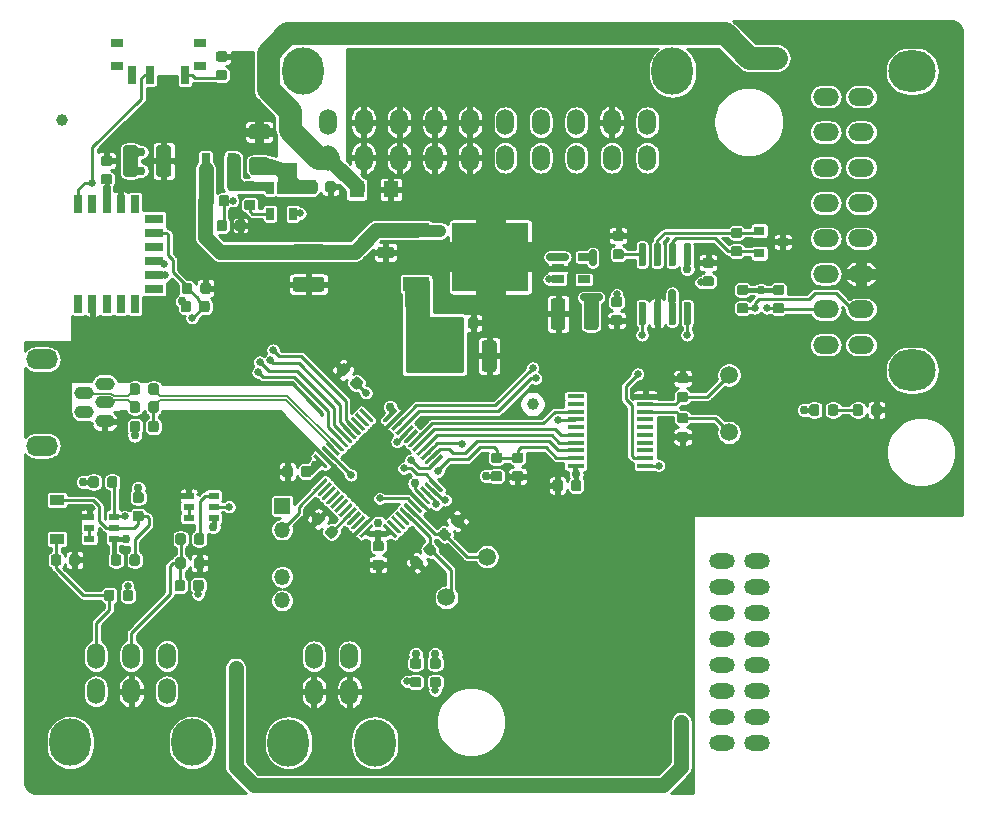
<source format=gbr>
G04 #@! TF.GenerationSoftware,KiCad,Pcbnew,(5.1.2)-2*
G04 #@! TF.CreationDate,2020-12-28T17:26:15-08:00*
G04 #@! TF.ProjectId,eZ_Navi-Delete,655a5f4e-6176-4692-9d44-656c6574652e,rev?*
G04 #@! TF.SameCoordinates,PX9347200PY548a170*
G04 #@! TF.FileFunction,Copper,L1,Top*
G04 #@! TF.FilePolarity,Positive*
%FSLAX46Y46*%
G04 Gerber Fmt 4.6, Leading zero omitted, Abs format (unit mm)*
G04 Created by KiCad (PCBNEW (5.1.2)-2) date 2020-12-28 17:26:15*
%MOMM*%
%LPD*%
G04 APERTURE LIST*
%ADD10C,0.100000*%
%ADD11C,1.250000*%
%ADD12O,1.350000X1.350000*%
%ADD13R,1.350000X1.350000*%
%ADD14C,0.875000*%
%ADD15R,0.800000X2.700000*%
%ADD16R,1.200000X0.900000*%
%ADD17R,0.650000X1.060000*%
%ADD18R,6.400000X5.800001*%
%ADD19R,2.200000X1.200000*%
%ADD20C,0.975000*%
%ADD21R,1.000000X0.800000*%
%ADD22R,0.700000X1.500000*%
%ADD23O,1.500000X2.200000*%
%ADD24O,3.500000X4.000000*%
%ADD25O,2.200000X1.500000*%
%ADD26O,4.000000X3.500000*%
%ADD27O,1.650000X1.100000*%
%ADD28O,2.700000X1.700000*%
%ADD29R,1.300000X1.400000*%
%ADD30C,1.000000*%
%ADD31R,1.450000X0.450000*%
%ADD32C,1.500000*%
%ADD33C,0.600000*%
%ADD34R,0.900000X0.800000*%
%ADD35R,1.060000X0.650000*%
%ADD36C,0.300000*%
%ADD37O,2.200000X1.300000*%
%ADD38R,0.900000X0.600000*%
%ADD39R,1.500000X0.700000*%
%ADD40C,0.635000*%
%ADD41C,1.270000*%
%ADD42C,0.762000*%
%ADD43C,0.254000*%
%ADD44C,1.270000*%
%ADD45C,1.905000*%
%ADD46C,0.635000*%
%ADD47C,1.016000*%
%ADD48C,0.381000*%
%ADD49C,1.524000*%
%ADD50C,0.508000*%
%ADD51C,0.203200*%
%ADD52C,0.152400*%
G04 APERTURE END LIST*
D10*
G36*
X-22489896Y23678896D02*
G01*
X-22465627Y23675296D01*
X-22441829Y23669335D01*
X-22418729Y23661070D01*
X-22396551Y23650580D01*
X-22375507Y23637967D01*
X-22355802Y23623353D01*
X-22337623Y23606877D01*
X-22321147Y23588698D01*
X-22306533Y23568993D01*
X-22293920Y23547949D01*
X-22283430Y23525771D01*
X-22275165Y23502671D01*
X-22269204Y23478873D01*
X-22265604Y23454604D01*
X-22264400Y23430100D01*
X-22264400Y22680100D01*
X-22265604Y22655596D01*
X-22269204Y22631327D01*
X-22275165Y22607529D01*
X-22283430Y22584429D01*
X-22293920Y22562251D01*
X-22306533Y22541207D01*
X-22321147Y22521502D01*
X-22337623Y22503323D01*
X-22355802Y22486847D01*
X-22375507Y22472233D01*
X-22396551Y22459620D01*
X-22418729Y22449130D01*
X-22441829Y22440865D01*
X-22465627Y22434904D01*
X-22489896Y22431304D01*
X-22514400Y22430100D01*
X-23764400Y22430100D01*
X-23788904Y22431304D01*
X-23813173Y22434904D01*
X-23836971Y22440865D01*
X-23860071Y22449130D01*
X-23882249Y22459620D01*
X-23903293Y22472233D01*
X-23922998Y22486847D01*
X-23941177Y22503323D01*
X-23957653Y22521502D01*
X-23972267Y22541207D01*
X-23984880Y22562251D01*
X-23995370Y22584429D01*
X-24003635Y22607529D01*
X-24009596Y22631327D01*
X-24013196Y22655596D01*
X-24014400Y22680100D01*
X-24014400Y23430100D01*
X-24013196Y23454604D01*
X-24009596Y23478873D01*
X-24003635Y23502671D01*
X-23995370Y23525771D01*
X-23984880Y23547949D01*
X-23972267Y23568993D01*
X-23957653Y23588698D01*
X-23941177Y23606877D01*
X-23922998Y23623353D01*
X-23903293Y23637967D01*
X-23882249Y23650580D01*
X-23860071Y23661070D01*
X-23836971Y23669335D01*
X-23813173Y23675296D01*
X-23788904Y23678896D01*
X-23764400Y23680100D01*
X-22514400Y23680100D01*
X-22489896Y23678896D01*
X-22489896Y23678896D01*
G37*
D11*
X-23139400Y23055100D03*
D10*
G36*
X-22489896Y20878896D02*
G01*
X-22465627Y20875296D01*
X-22441829Y20869335D01*
X-22418729Y20861070D01*
X-22396551Y20850580D01*
X-22375507Y20837967D01*
X-22355802Y20823353D01*
X-22337623Y20806877D01*
X-22321147Y20788698D01*
X-22306533Y20768993D01*
X-22293920Y20747949D01*
X-22283430Y20725771D01*
X-22275165Y20702671D01*
X-22269204Y20678873D01*
X-22265604Y20654604D01*
X-22264400Y20630100D01*
X-22264400Y19880100D01*
X-22265604Y19855596D01*
X-22269204Y19831327D01*
X-22275165Y19807529D01*
X-22283430Y19784429D01*
X-22293920Y19762251D01*
X-22306533Y19741207D01*
X-22321147Y19721502D01*
X-22337623Y19703323D01*
X-22355802Y19686847D01*
X-22375507Y19672233D01*
X-22396551Y19659620D01*
X-22418729Y19649130D01*
X-22441829Y19640865D01*
X-22465627Y19634904D01*
X-22489896Y19631304D01*
X-22514400Y19630100D01*
X-23764400Y19630100D01*
X-23788904Y19631304D01*
X-23813173Y19634904D01*
X-23836971Y19640865D01*
X-23860071Y19649130D01*
X-23882249Y19659620D01*
X-23903293Y19672233D01*
X-23922998Y19686847D01*
X-23941177Y19703323D01*
X-23957653Y19721502D01*
X-23972267Y19741207D01*
X-23984880Y19762251D01*
X-23995370Y19784429D01*
X-24003635Y19807529D01*
X-24009596Y19831327D01*
X-24013196Y19855596D01*
X-24014400Y19880100D01*
X-24014400Y20630100D01*
X-24013196Y20654604D01*
X-24009596Y20678873D01*
X-24003635Y20702671D01*
X-23995370Y20725771D01*
X-23984880Y20747949D01*
X-23972267Y20768993D01*
X-23957653Y20788698D01*
X-23941177Y20806877D01*
X-23922998Y20823353D01*
X-23903293Y20837967D01*
X-23882249Y20850580D01*
X-23860071Y20861070D01*
X-23836971Y20869335D01*
X-23813173Y20875296D01*
X-23788904Y20878896D01*
X-23764400Y20880100D01*
X-22514400Y20880100D01*
X-22489896Y20878896D01*
X-22489896Y20878896D01*
G37*
D11*
X-23139400Y20255100D03*
D12*
X-21209000Y-16636000D03*
X-21209000Y-14636000D03*
X-21209000Y-12636000D03*
X-21209000Y-10636000D03*
D13*
X-21209000Y-8636000D03*
D10*
G36*
X-30839496Y21897796D02*
G01*
X-30815227Y21894196D01*
X-30791429Y21888235D01*
X-30768329Y21879970D01*
X-30746151Y21869480D01*
X-30725107Y21856867D01*
X-30705402Y21842253D01*
X-30687223Y21825777D01*
X-30670747Y21807598D01*
X-30656133Y21787893D01*
X-30643520Y21766849D01*
X-30633030Y21744671D01*
X-30624765Y21721571D01*
X-30618804Y21697773D01*
X-30615204Y21673504D01*
X-30614000Y21649000D01*
X-30614000Y19499000D01*
X-30615204Y19474496D01*
X-30618804Y19450227D01*
X-30624765Y19426429D01*
X-30633030Y19403329D01*
X-30643520Y19381151D01*
X-30656133Y19360107D01*
X-30670747Y19340402D01*
X-30687223Y19322223D01*
X-30705402Y19305747D01*
X-30725107Y19291133D01*
X-30746151Y19278520D01*
X-30768329Y19268030D01*
X-30791429Y19259765D01*
X-30815227Y19253804D01*
X-30839496Y19250204D01*
X-30864000Y19249000D01*
X-31614000Y19249000D01*
X-31638504Y19250204D01*
X-31662773Y19253804D01*
X-31686571Y19259765D01*
X-31709671Y19268030D01*
X-31731849Y19278520D01*
X-31752893Y19291133D01*
X-31772598Y19305747D01*
X-31790777Y19322223D01*
X-31807253Y19340402D01*
X-31821867Y19360107D01*
X-31834480Y19381151D01*
X-31844970Y19403329D01*
X-31853235Y19426429D01*
X-31859196Y19450227D01*
X-31862796Y19474496D01*
X-31864000Y19499000D01*
X-31864000Y21649000D01*
X-31862796Y21673504D01*
X-31859196Y21697773D01*
X-31853235Y21721571D01*
X-31844970Y21744671D01*
X-31834480Y21766849D01*
X-31821867Y21787893D01*
X-31807253Y21807598D01*
X-31790777Y21825777D01*
X-31772598Y21842253D01*
X-31752893Y21856867D01*
X-31731849Y21869480D01*
X-31709671Y21879970D01*
X-31686571Y21888235D01*
X-31662773Y21894196D01*
X-31638504Y21897796D01*
X-31614000Y21899000D01*
X-30864000Y21899000D01*
X-30839496Y21897796D01*
X-30839496Y21897796D01*
G37*
D11*
X-31239000Y20574000D03*
D10*
G36*
X-33639496Y21897796D02*
G01*
X-33615227Y21894196D01*
X-33591429Y21888235D01*
X-33568329Y21879970D01*
X-33546151Y21869480D01*
X-33525107Y21856867D01*
X-33505402Y21842253D01*
X-33487223Y21825777D01*
X-33470747Y21807598D01*
X-33456133Y21787893D01*
X-33443520Y21766849D01*
X-33433030Y21744671D01*
X-33424765Y21721571D01*
X-33418804Y21697773D01*
X-33415204Y21673504D01*
X-33414000Y21649000D01*
X-33414000Y19499000D01*
X-33415204Y19474496D01*
X-33418804Y19450227D01*
X-33424765Y19426429D01*
X-33433030Y19403329D01*
X-33443520Y19381151D01*
X-33456133Y19360107D01*
X-33470747Y19340402D01*
X-33487223Y19322223D01*
X-33505402Y19305747D01*
X-33525107Y19291133D01*
X-33546151Y19278520D01*
X-33568329Y19268030D01*
X-33591429Y19259765D01*
X-33615227Y19253804D01*
X-33639496Y19250204D01*
X-33664000Y19249000D01*
X-34414000Y19249000D01*
X-34438504Y19250204D01*
X-34462773Y19253804D01*
X-34486571Y19259765D01*
X-34509671Y19268030D01*
X-34531849Y19278520D01*
X-34552893Y19291133D01*
X-34572598Y19305747D01*
X-34590777Y19322223D01*
X-34607253Y19340402D01*
X-34621867Y19360107D01*
X-34634480Y19381151D01*
X-34644970Y19403329D01*
X-34653235Y19426429D01*
X-34659196Y19450227D01*
X-34662796Y19474496D01*
X-34664000Y19499000D01*
X-34664000Y21649000D01*
X-34662796Y21673504D01*
X-34659196Y21697773D01*
X-34653235Y21721571D01*
X-34644970Y21744671D01*
X-34634480Y21766849D01*
X-34621867Y21787893D01*
X-34607253Y21807598D01*
X-34590777Y21825777D01*
X-34572598Y21842253D01*
X-34552893Y21856867D01*
X-34531849Y21869480D01*
X-34509671Y21879970D01*
X-34486571Y21888235D01*
X-34462773Y21894196D01*
X-34438504Y21897796D01*
X-34414000Y21899000D01*
X-33664000Y21899000D01*
X-33639496Y21897796D01*
X-33639496Y21897796D01*
G37*
D11*
X-34039000Y20574000D03*
D10*
G36*
X-16879309Y18863547D02*
G01*
X-16858074Y18860397D01*
X-16837250Y18855181D01*
X-16817038Y18847949D01*
X-16797632Y18838770D01*
X-16779219Y18827734D01*
X-16761976Y18814946D01*
X-16746070Y18800530D01*
X-16731654Y18784624D01*
X-16718866Y18767381D01*
X-16707830Y18748968D01*
X-16698651Y18729562D01*
X-16691419Y18709350D01*
X-16686203Y18688526D01*
X-16683053Y18667291D01*
X-16682000Y18645850D01*
X-16682000Y18133350D01*
X-16683053Y18111909D01*
X-16686203Y18090674D01*
X-16691419Y18069850D01*
X-16698651Y18049638D01*
X-16707830Y18030232D01*
X-16718866Y18011819D01*
X-16731654Y17994576D01*
X-16746070Y17978670D01*
X-16761976Y17964254D01*
X-16779219Y17951466D01*
X-16797632Y17940430D01*
X-16817038Y17931251D01*
X-16837250Y17924019D01*
X-16858074Y17918803D01*
X-16879309Y17915653D01*
X-16900750Y17914600D01*
X-17338250Y17914600D01*
X-17359691Y17915653D01*
X-17380926Y17918803D01*
X-17401750Y17924019D01*
X-17421962Y17931251D01*
X-17441368Y17940430D01*
X-17459781Y17951466D01*
X-17477024Y17964254D01*
X-17492930Y17978670D01*
X-17507346Y17994576D01*
X-17520134Y18011819D01*
X-17531170Y18030232D01*
X-17540349Y18049638D01*
X-17547581Y18069850D01*
X-17552797Y18090674D01*
X-17555947Y18111909D01*
X-17557000Y18133350D01*
X-17557000Y18645850D01*
X-17555947Y18667291D01*
X-17552797Y18688526D01*
X-17547581Y18709350D01*
X-17540349Y18729562D01*
X-17531170Y18748968D01*
X-17520134Y18767381D01*
X-17507346Y18784624D01*
X-17492930Y18800530D01*
X-17477024Y18814946D01*
X-17459781Y18827734D01*
X-17441368Y18838770D01*
X-17421962Y18847949D01*
X-17401750Y18855181D01*
X-17380926Y18860397D01*
X-17359691Y18863547D01*
X-17338250Y18864600D01*
X-16900750Y18864600D01*
X-16879309Y18863547D01*
X-16879309Y18863547D01*
G37*
D14*
X-17119500Y18389600D03*
D10*
G36*
X-18454309Y18863547D02*
G01*
X-18433074Y18860397D01*
X-18412250Y18855181D01*
X-18392038Y18847949D01*
X-18372632Y18838770D01*
X-18354219Y18827734D01*
X-18336976Y18814946D01*
X-18321070Y18800530D01*
X-18306654Y18784624D01*
X-18293866Y18767381D01*
X-18282830Y18748968D01*
X-18273651Y18729562D01*
X-18266419Y18709350D01*
X-18261203Y18688526D01*
X-18258053Y18667291D01*
X-18257000Y18645850D01*
X-18257000Y18133350D01*
X-18258053Y18111909D01*
X-18261203Y18090674D01*
X-18266419Y18069850D01*
X-18273651Y18049638D01*
X-18282830Y18030232D01*
X-18293866Y18011819D01*
X-18306654Y17994576D01*
X-18321070Y17978670D01*
X-18336976Y17964254D01*
X-18354219Y17951466D01*
X-18372632Y17940430D01*
X-18392038Y17931251D01*
X-18412250Y17924019D01*
X-18433074Y17918803D01*
X-18454309Y17915653D01*
X-18475750Y17914600D01*
X-18913250Y17914600D01*
X-18934691Y17915653D01*
X-18955926Y17918803D01*
X-18976750Y17924019D01*
X-18996962Y17931251D01*
X-19016368Y17940430D01*
X-19034781Y17951466D01*
X-19052024Y17964254D01*
X-19067930Y17978670D01*
X-19082346Y17994576D01*
X-19095134Y18011819D01*
X-19106170Y18030232D01*
X-19115349Y18049638D01*
X-19122581Y18069850D01*
X-19127797Y18090674D01*
X-19130947Y18111909D01*
X-19132000Y18133350D01*
X-19132000Y18645850D01*
X-19130947Y18667291D01*
X-19127797Y18688526D01*
X-19122581Y18709350D01*
X-19115349Y18729562D01*
X-19106170Y18748968D01*
X-19095134Y18767381D01*
X-19082346Y18784624D01*
X-19067930Y18800530D01*
X-19052024Y18814946D01*
X-19034781Y18827734D01*
X-19016368Y18838770D01*
X-18996962Y18847949D01*
X-18976750Y18855181D01*
X-18955926Y18860397D01*
X-18934691Y18863547D01*
X-18913250Y18864600D01*
X-18475750Y18864600D01*
X-18454309Y18863547D01*
X-18454309Y18863547D01*
G37*
D14*
X-18694500Y18389600D03*
D15*
X-27693800Y19875500D03*
X-25493800Y19875500D03*
D16*
X-20574000Y23240000D03*
X-20574000Y19940000D03*
D10*
G36*
X-17874296Y10755396D02*
G01*
X-17850027Y10751796D01*
X-17826229Y10745835D01*
X-17803129Y10737570D01*
X-17780951Y10727080D01*
X-17759907Y10714467D01*
X-17740202Y10699853D01*
X-17722023Y10683377D01*
X-17705547Y10665198D01*
X-17690933Y10645493D01*
X-17678320Y10624449D01*
X-17667830Y10602271D01*
X-17659565Y10579171D01*
X-17653604Y10555373D01*
X-17650004Y10531104D01*
X-17648800Y10506600D01*
X-17648800Y9756600D01*
X-17650004Y9732096D01*
X-17653604Y9707827D01*
X-17659565Y9684029D01*
X-17667830Y9660929D01*
X-17678320Y9638751D01*
X-17690933Y9617707D01*
X-17705547Y9598002D01*
X-17722023Y9579823D01*
X-17740202Y9563347D01*
X-17759907Y9548733D01*
X-17780951Y9536120D01*
X-17803129Y9525630D01*
X-17826229Y9517365D01*
X-17850027Y9511404D01*
X-17874296Y9507804D01*
X-17898800Y9506600D01*
X-20048800Y9506600D01*
X-20073304Y9507804D01*
X-20097573Y9511404D01*
X-20121371Y9517365D01*
X-20144471Y9525630D01*
X-20166649Y9536120D01*
X-20187693Y9548733D01*
X-20207398Y9563347D01*
X-20225577Y9579823D01*
X-20242053Y9598002D01*
X-20256667Y9617707D01*
X-20269280Y9638751D01*
X-20279770Y9660929D01*
X-20288035Y9684029D01*
X-20293996Y9707827D01*
X-20297596Y9732096D01*
X-20298800Y9756600D01*
X-20298800Y10506600D01*
X-20297596Y10531104D01*
X-20293996Y10555373D01*
X-20288035Y10579171D01*
X-20279770Y10602271D01*
X-20269280Y10624449D01*
X-20256667Y10645493D01*
X-20242053Y10665198D01*
X-20225577Y10683377D01*
X-20207398Y10699853D01*
X-20187693Y10714467D01*
X-20166649Y10727080D01*
X-20144471Y10737570D01*
X-20121371Y10745835D01*
X-20097573Y10751796D01*
X-20073304Y10755396D01*
X-20048800Y10756600D01*
X-17898800Y10756600D01*
X-17874296Y10755396D01*
X-17874296Y10755396D01*
G37*
D11*
X-18973800Y10131600D03*
D10*
G36*
X-17874296Y13555396D02*
G01*
X-17850027Y13551796D01*
X-17826229Y13545835D01*
X-17803129Y13537570D01*
X-17780951Y13527080D01*
X-17759907Y13514467D01*
X-17740202Y13499853D01*
X-17722023Y13483377D01*
X-17705547Y13465198D01*
X-17690933Y13445493D01*
X-17678320Y13424449D01*
X-17667830Y13402271D01*
X-17659565Y13379171D01*
X-17653604Y13355373D01*
X-17650004Y13331104D01*
X-17648800Y13306600D01*
X-17648800Y12556600D01*
X-17650004Y12532096D01*
X-17653604Y12507827D01*
X-17659565Y12484029D01*
X-17667830Y12460929D01*
X-17678320Y12438751D01*
X-17690933Y12417707D01*
X-17705547Y12398002D01*
X-17722023Y12379823D01*
X-17740202Y12363347D01*
X-17759907Y12348733D01*
X-17780951Y12336120D01*
X-17803129Y12325630D01*
X-17826229Y12317365D01*
X-17850027Y12311404D01*
X-17874296Y12307804D01*
X-17898800Y12306600D01*
X-20048800Y12306600D01*
X-20073304Y12307804D01*
X-20097573Y12311404D01*
X-20121371Y12317365D01*
X-20144471Y12325630D01*
X-20166649Y12336120D01*
X-20187693Y12348733D01*
X-20207398Y12363347D01*
X-20225577Y12379823D01*
X-20242053Y12398002D01*
X-20256667Y12417707D01*
X-20269280Y12438751D01*
X-20279770Y12460929D01*
X-20288035Y12484029D01*
X-20293996Y12507827D01*
X-20297596Y12532096D01*
X-20298800Y12556600D01*
X-20298800Y13306600D01*
X-20297596Y13331104D01*
X-20293996Y13355373D01*
X-20288035Y13379171D01*
X-20279770Y13402271D01*
X-20269280Y13424449D01*
X-20256667Y13445493D01*
X-20242053Y13465198D01*
X-20225577Y13483377D01*
X-20207398Y13499853D01*
X-20187693Y13514467D01*
X-20166649Y13527080D01*
X-20144471Y13537570D01*
X-20121371Y13545835D01*
X-20097573Y13551796D01*
X-20073304Y13555396D01*
X-20048800Y13556600D01*
X-17898800Y13556600D01*
X-17874296Y13555396D01*
X-17874296Y13555396D01*
G37*
D11*
X-18973800Y12931600D03*
D17*
X-21272500Y18308500D03*
X-22222500Y18308500D03*
X-20322500Y18308500D03*
X-20322500Y16108500D03*
X-21272500Y16108500D03*
X-22222500Y16108500D03*
D10*
G36*
X-26074309Y15586947D02*
G01*
X-26053074Y15583797D01*
X-26032250Y15578581D01*
X-26012038Y15571349D01*
X-25992632Y15562170D01*
X-25974219Y15551134D01*
X-25956976Y15538346D01*
X-25941070Y15523930D01*
X-25926654Y15508024D01*
X-25913866Y15490781D01*
X-25902830Y15472368D01*
X-25893651Y15452962D01*
X-25886419Y15432750D01*
X-25881203Y15411926D01*
X-25878053Y15390691D01*
X-25877000Y15369250D01*
X-25877000Y14856750D01*
X-25878053Y14835309D01*
X-25881203Y14814074D01*
X-25886419Y14793250D01*
X-25893651Y14773038D01*
X-25902830Y14753632D01*
X-25913866Y14735219D01*
X-25926654Y14717976D01*
X-25941070Y14702070D01*
X-25956976Y14687654D01*
X-25974219Y14674866D01*
X-25992632Y14663830D01*
X-26012038Y14654651D01*
X-26032250Y14647419D01*
X-26053074Y14642203D01*
X-26074309Y14639053D01*
X-26095750Y14638000D01*
X-26533250Y14638000D01*
X-26554691Y14639053D01*
X-26575926Y14642203D01*
X-26596750Y14647419D01*
X-26616962Y14654651D01*
X-26636368Y14663830D01*
X-26654781Y14674866D01*
X-26672024Y14687654D01*
X-26687930Y14702070D01*
X-26702346Y14717976D01*
X-26715134Y14735219D01*
X-26726170Y14753632D01*
X-26735349Y14773038D01*
X-26742581Y14793250D01*
X-26747797Y14814074D01*
X-26750947Y14835309D01*
X-26752000Y14856750D01*
X-26752000Y15369250D01*
X-26750947Y15390691D01*
X-26747797Y15411926D01*
X-26742581Y15432750D01*
X-26735349Y15452962D01*
X-26726170Y15472368D01*
X-26715134Y15490781D01*
X-26702346Y15508024D01*
X-26687930Y15523930D01*
X-26672024Y15538346D01*
X-26654781Y15551134D01*
X-26636368Y15562170D01*
X-26616962Y15571349D01*
X-26596750Y15578581D01*
X-26575926Y15583797D01*
X-26554691Y15586947D01*
X-26533250Y15588000D01*
X-26095750Y15588000D01*
X-26074309Y15586947D01*
X-26074309Y15586947D01*
G37*
D14*
X-26314500Y15113000D03*
D10*
G36*
X-24499309Y15586947D02*
G01*
X-24478074Y15583797D01*
X-24457250Y15578581D01*
X-24437038Y15571349D01*
X-24417632Y15562170D01*
X-24399219Y15551134D01*
X-24381976Y15538346D01*
X-24366070Y15523930D01*
X-24351654Y15508024D01*
X-24338866Y15490781D01*
X-24327830Y15472368D01*
X-24318651Y15452962D01*
X-24311419Y15432750D01*
X-24306203Y15411926D01*
X-24303053Y15390691D01*
X-24302000Y15369250D01*
X-24302000Y14856750D01*
X-24303053Y14835309D01*
X-24306203Y14814074D01*
X-24311419Y14793250D01*
X-24318651Y14773038D01*
X-24327830Y14753632D01*
X-24338866Y14735219D01*
X-24351654Y14717976D01*
X-24366070Y14702070D01*
X-24381976Y14687654D01*
X-24399219Y14674866D01*
X-24417632Y14663830D01*
X-24437038Y14654651D01*
X-24457250Y14647419D01*
X-24478074Y14642203D01*
X-24499309Y14639053D01*
X-24520750Y14638000D01*
X-24958250Y14638000D01*
X-24979691Y14639053D01*
X-25000926Y14642203D01*
X-25021750Y14647419D01*
X-25041962Y14654651D01*
X-25061368Y14663830D01*
X-25079781Y14674866D01*
X-25097024Y14687654D01*
X-25112930Y14702070D01*
X-25127346Y14717976D01*
X-25140134Y14735219D01*
X-25151170Y14753632D01*
X-25160349Y14773038D01*
X-25167581Y14793250D01*
X-25172797Y14814074D01*
X-25175947Y14835309D01*
X-25177000Y14856750D01*
X-25177000Y15369250D01*
X-25175947Y15390691D01*
X-25172797Y15411926D01*
X-25167581Y15432750D01*
X-25160349Y15452962D01*
X-25151170Y15472368D01*
X-25140134Y15490781D01*
X-25127346Y15508024D01*
X-25112930Y15523930D01*
X-25097024Y15538346D01*
X-25079781Y15551134D01*
X-25061368Y15562170D01*
X-25041962Y15571349D01*
X-25021750Y15578581D01*
X-25000926Y15583797D01*
X-24979691Y15586947D01*
X-24958250Y15588000D01*
X-24520750Y15588000D01*
X-24499309Y15586947D01*
X-24499309Y15586947D01*
G37*
D14*
X-24739500Y15113000D03*
D10*
G36*
X-27471309Y17682447D02*
G01*
X-27450074Y17679297D01*
X-27429250Y17674081D01*
X-27409038Y17666849D01*
X-27389632Y17657670D01*
X-27371219Y17646634D01*
X-27353976Y17633846D01*
X-27338070Y17619430D01*
X-27323654Y17603524D01*
X-27310866Y17586281D01*
X-27299830Y17567868D01*
X-27290651Y17548462D01*
X-27283419Y17528250D01*
X-27278203Y17507426D01*
X-27275053Y17486191D01*
X-27274000Y17464750D01*
X-27274000Y16952250D01*
X-27275053Y16930809D01*
X-27278203Y16909574D01*
X-27283419Y16888750D01*
X-27290651Y16868538D01*
X-27299830Y16849132D01*
X-27310866Y16830719D01*
X-27323654Y16813476D01*
X-27338070Y16797570D01*
X-27353976Y16783154D01*
X-27371219Y16770366D01*
X-27389632Y16759330D01*
X-27409038Y16750151D01*
X-27429250Y16742919D01*
X-27450074Y16737703D01*
X-27471309Y16734553D01*
X-27492750Y16733500D01*
X-27930250Y16733500D01*
X-27951691Y16734553D01*
X-27972926Y16737703D01*
X-27993750Y16742919D01*
X-28013962Y16750151D01*
X-28033368Y16759330D01*
X-28051781Y16770366D01*
X-28069024Y16783154D01*
X-28084930Y16797570D01*
X-28099346Y16813476D01*
X-28112134Y16830719D01*
X-28123170Y16849132D01*
X-28132349Y16868538D01*
X-28139581Y16888750D01*
X-28144797Y16909574D01*
X-28147947Y16930809D01*
X-28149000Y16952250D01*
X-28149000Y17464750D01*
X-28147947Y17486191D01*
X-28144797Y17507426D01*
X-28139581Y17528250D01*
X-28132349Y17548462D01*
X-28123170Y17567868D01*
X-28112134Y17586281D01*
X-28099346Y17603524D01*
X-28084930Y17619430D01*
X-28069024Y17633846D01*
X-28051781Y17646634D01*
X-28033368Y17657670D01*
X-28013962Y17666849D01*
X-27993750Y17674081D01*
X-27972926Y17679297D01*
X-27951691Y17682447D01*
X-27930250Y17683500D01*
X-27492750Y17683500D01*
X-27471309Y17682447D01*
X-27471309Y17682447D01*
G37*
D14*
X-27711500Y17208500D03*
D10*
G36*
X-25896309Y17682447D02*
G01*
X-25875074Y17679297D01*
X-25854250Y17674081D01*
X-25834038Y17666849D01*
X-25814632Y17657670D01*
X-25796219Y17646634D01*
X-25778976Y17633846D01*
X-25763070Y17619430D01*
X-25748654Y17603524D01*
X-25735866Y17586281D01*
X-25724830Y17567868D01*
X-25715651Y17548462D01*
X-25708419Y17528250D01*
X-25703203Y17507426D01*
X-25700053Y17486191D01*
X-25699000Y17464750D01*
X-25699000Y16952250D01*
X-25700053Y16930809D01*
X-25703203Y16909574D01*
X-25708419Y16888750D01*
X-25715651Y16868538D01*
X-25724830Y16849132D01*
X-25735866Y16830719D01*
X-25748654Y16813476D01*
X-25763070Y16797570D01*
X-25778976Y16783154D01*
X-25796219Y16770366D01*
X-25814632Y16759330D01*
X-25834038Y16750151D01*
X-25854250Y16742919D01*
X-25875074Y16737703D01*
X-25896309Y16734553D01*
X-25917750Y16733500D01*
X-26355250Y16733500D01*
X-26376691Y16734553D01*
X-26397926Y16737703D01*
X-26418750Y16742919D01*
X-26438962Y16750151D01*
X-26458368Y16759330D01*
X-26476781Y16770366D01*
X-26494024Y16783154D01*
X-26509930Y16797570D01*
X-26524346Y16813476D01*
X-26537134Y16830719D01*
X-26548170Y16849132D01*
X-26557349Y16868538D01*
X-26564581Y16888750D01*
X-26569797Y16909574D01*
X-26572947Y16930809D01*
X-26574000Y16952250D01*
X-26574000Y17464750D01*
X-26572947Y17486191D01*
X-26569797Y17507426D01*
X-26564581Y17528250D01*
X-26557349Y17548462D01*
X-26548170Y17567868D01*
X-26537134Y17586281D01*
X-26524346Y17603524D01*
X-26509930Y17619430D01*
X-26494024Y17633846D01*
X-26476781Y17646634D01*
X-26458368Y17657670D01*
X-26438962Y17666849D01*
X-26418750Y17674081D01*
X-26397926Y17679297D01*
X-26376691Y17682447D01*
X-26355250Y17683500D01*
X-25917750Y17683500D01*
X-25896309Y17682447D01*
X-25896309Y17682447D01*
G37*
D14*
X-26136500Y17208500D03*
D10*
G36*
X-23661809Y18876947D02*
G01*
X-23640574Y18873797D01*
X-23619750Y18868581D01*
X-23599538Y18861349D01*
X-23580132Y18852170D01*
X-23561719Y18841134D01*
X-23544476Y18828346D01*
X-23528570Y18813930D01*
X-23514154Y18798024D01*
X-23501366Y18780781D01*
X-23490330Y18762368D01*
X-23481151Y18742962D01*
X-23473919Y18722750D01*
X-23468703Y18701926D01*
X-23465553Y18680691D01*
X-23464500Y18659250D01*
X-23464500Y18221750D01*
X-23465553Y18200309D01*
X-23468703Y18179074D01*
X-23473919Y18158250D01*
X-23481151Y18138038D01*
X-23490330Y18118632D01*
X-23501366Y18100219D01*
X-23514154Y18082976D01*
X-23528570Y18067070D01*
X-23544476Y18052654D01*
X-23561719Y18039866D01*
X-23580132Y18028830D01*
X-23599538Y18019651D01*
X-23619750Y18012419D01*
X-23640574Y18007203D01*
X-23661809Y18004053D01*
X-23683250Y18003000D01*
X-24195750Y18003000D01*
X-24217191Y18004053D01*
X-24238426Y18007203D01*
X-24259250Y18012419D01*
X-24279462Y18019651D01*
X-24298868Y18028830D01*
X-24317281Y18039866D01*
X-24334524Y18052654D01*
X-24350430Y18067070D01*
X-24364846Y18082976D01*
X-24377634Y18100219D01*
X-24388670Y18118632D01*
X-24397849Y18138038D01*
X-24405081Y18158250D01*
X-24410297Y18179074D01*
X-24413447Y18200309D01*
X-24414500Y18221750D01*
X-24414500Y18659250D01*
X-24413447Y18680691D01*
X-24410297Y18701926D01*
X-24405081Y18722750D01*
X-24397849Y18742962D01*
X-24388670Y18762368D01*
X-24377634Y18780781D01*
X-24364846Y18798024D01*
X-24350430Y18813930D01*
X-24334524Y18828346D01*
X-24317281Y18841134D01*
X-24298868Y18852170D01*
X-24279462Y18861349D01*
X-24259250Y18868581D01*
X-24238426Y18873797D01*
X-24217191Y18876947D01*
X-24195750Y18878000D01*
X-23683250Y18878000D01*
X-23661809Y18876947D01*
X-23661809Y18876947D01*
G37*
D14*
X-23939500Y18440500D03*
D10*
G36*
X-23661809Y17301947D02*
G01*
X-23640574Y17298797D01*
X-23619750Y17293581D01*
X-23599538Y17286349D01*
X-23580132Y17277170D01*
X-23561719Y17266134D01*
X-23544476Y17253346D01*
X-23528570Y17238930D01*
X-23514154Y17223024D01*
X-23501366Y17205781D01*
X-23490330Y17187368D01*
X-23481151Y17167962D01*
X-23473919Y17147750D01*
X-23468703Y17126926D01*
X-23465553Y17105691D01*
X-23464500Y17084250D01*
X-23464500Y16646750D01*
X-23465553Y16625309D01*
X-23468703Y16604074D01*
X-23473919Y16583250D01*
X-23481151Y16563038D01*
X-23490330Y16543632D01*
X-23501366Y16525219D01*
X-23514154Y16507976D01*
X-23528570Y16492070D01*
X-23544476Y16477654D01*
X-23561719Y16464866D01*
X-23580132Y16453830D01*
X-23599538Y16444651D01*
X-23619750Y16437419D01*
X-23640574Y16432203D01*
X-23661809Y16429053D01*
X-23683250Y16428000D01*
X-24195750Y16428000D01*
X-24217191Y16429053D01*
X-24238426Y16432203D01*
X-24259250Y16437419D01*
X-24279462Y16444651D01*
X-24298868Y16453830D01*
X-24317281Y16464866D01*
X-24334524Y16477654D01*
X-24350430Y16492070D01*
X-24364846Y16507976D01*
X-24377634Y16525219D01*
X-24388670Y16543632D01*
X-24397849Y16563038D01*
X-24405081Y16583250D01*
X-24410297Y16604074D01*
X-24413447Y16625309D01*
X-24414500Y16646750D01*
X-24414500Y17084250D01*
X-24413447Y17105691D01*
X-24410297Y17126926D01*
X-24405081Y17147750D01*
X-24397849Y17167962D01*
X-24388670Y17187368D01*
X-24377634Y17205781D01*
X-24364846Y17223024D01*
X-24350430Y17238930D01*
X-24334524Y17253346D01*
X-24317281Y17266134D01*
X-24298868Y17277170D01*
X-24279462Y17286349D01*
X-24259250Y17293581D01*
X-24238426Y17298797D01*
X-24217191Y17301947D01*
X-24195750Y17303000D01*
X-23683250Y17303000D01*
X-23661809Y17301947D01*
X-23661809Y17301947D01*
G37*
D14*
X-23939500Y16865500D03*
D18*
X-3580000Y12447000D03*
D19*
X-9880000Y10167000D03*
X-9880000Y14727000D03*
D10*
G36*
X-11965858Y13328326D02*
G01*
X-11942197Y13324816D01*
X-11918993Y13319004D01*
X-11896471Y13310946D01*
X-11874847Y13300718D01*
X-11854330Y13288421D01*
X-11835117Y13274171D01*
X-11817393Y13258107D01*
X-11801329Y13240383D01*
X-11787079Y13221170D01*
X-11774782Y13200653D01*
X-11764554Y13179029D01*
X-11756496Y13156507D01*
X-11750684Y13133303D01*
X-11747174Y13109642D01*
X-11746000Y13085750D01*
X-11746000Y12598250D01*
X-11747174Y12574358D01*
X-11750684Y12550697D01*
X-11756496Y12527493D01*
X-11764554Y12504971D01*
X-11774782Y12483347D01*
X-11787079Y12462830D01*
X-11801329Y12443617D01*
X-11817393Y12425893D01*
X-11835117Y12409829D01*
X-11854330Y12395579D01*
X-11874847Y12383282D01*
X-11896471Y12373054D01*
X-11918993Y12364996D01*
X-11942197Y12359184D01*
X-11965858Y12355674D01*
X-11989750Y12354500D01*
X-12902250Y12354500D01*
X-12926142Y12355674D01*
X-12949803Y12359184D01*
X-12973007Y12364996D01*
X-12995529Y12373054D01*
X-13017153Y12383282D01*
X-13037670Y12395579D01*
X-13056883Y12409829D01*
X-13074607Y12425893D01*
X-13090671Y12443617D01*
X-13104921Y12462830D01*
X-13117218Y12483347D01*
X-13127446Y12504971D01*
X-13135504Y12527493D01*
X-13141316Y12550697D01*
X-13144826Y12574358D01*
X-13146000Y12598250D01*
X-13146000Y13085750D01*
X-13144826Y13109642D01*
X-13141316Y13133303D01*
X-13135504Y13156507D01*
X-13127446Y13179029D01*
X-13117218Y13200653D01*
X-13104921Y13221170D01*
X-13090671Y13240383D01*
X-13074607Y13258107D01*
X-13056883Y13274171D01*
X-13037670Y13288421D01*
X-13017153Y13300718D01*
X-12995529Y13310946D01*
X-12973007Y13319004D01*
X-12949803Y13324816D01*
X-12926142Y13328326D01*
X-12902250Y13329500D01*
X-11989750Y13329500D01*
X-11965858Y13328326D01*
X-11965858Y13328326D01*
G37*
D20*
X-12446000Y12842000D03*
D10*
G36*
X-11965858Y15203326D02*
G01*
X-11942197Y15199816D01*
X-11918993Y15194004D01*
X-11896471Y15185946D01*
X-11874847Y15175718D01*
X-11854330Y15163421D01*
X-11835117Y15149171D01*
X-11817393Y15133107D01*
X-11801329Y15115383D01*
X-11787079Y15096170D01*
X-11774782Y15075653D01*
X-11764554Y15054029D01*
X-11756496Y15031507D01*
X-11750684Y15008303D01*
X-11747174Y14984642D01*
X-11746000Y14960750D01*
X-11746000Y14473250D01*
X-11747174Y14449358D01*
X-11750684Y14425697D01*
X-11756496Y14402493D01*
X-11764554Y14379971D01*
X-11774782Y14358347D01*
X-11787079Y14337830D01*
X-11801329Y14318617D01*
X-11817393Y14300893D01*
X-11835117Y14284829D01*
X-11854330Y14270579D01*
X-11874847Y14258282D01*
X-11896471Y14248054D01*
X-11918993Y14239996D01*
X-11942197Y14234184D01*
X-11965858Y14230674D01*
X-11989750Y14229500D01*
X-12902250Y14229500D01*
X-12926142Y14230674D01*
X-12949803Y14234184D01*
X-12973007Y14239996D01*
X-12995529Y14248054D01*
X-13017153Y14258282D01*
X-13037670Y14270579D01*
X-13056883Y14284829D01*
X-13074607Y14300893D01*
X-13090671Y14318617D01*
X-13104921Y14337830D01*
X-13117218Y14358347D01*
X-13127446Y14379971D01*
X-13135504Y14402493D01*
X-13141316Y14425697D01*
X-13144826Y14449358D01*
X-13146000Y14473250D01*
X-13146000Y14960750D01*
X-13144826Y14984642D01*
X-13141316Y15008303D01*
X-13135504Y15031507D01*
X-13127446Y15054029D01*
X-13117218Y15075653D01*
X-13104921Y15096170D01*
X-13090671Y15115383D01*
X-13074607Y15133107D01*
X-13056883Y15149171D01*
X-13037670Y15163421D01*
X-13017153Y15175718D01*
X-12995529Y15185946D01*
X-12973007Y15194004D01*
X-12949803Y15199816D01*
X-12926142Y15203326D01*
X-12902250Y15204500D01*
X-11989750Y15204500D01*
X-11965858Y15203326D01*
X-11965858Y15203326D01*
G37*
D20*
X-12446000Y14717000D03*
D21*
X-35173800Y28626000D03*
X-35173800Y30556000D03*
X-28173800Y28626000D03*
X-28173800Y30556000D03*
D22*
X-29423800Y27841000D03*
X-32423800Y27841000D03*
X-33923800Y27841000D03*
D10*
G36*
X-26062109Y29862447D02*
G01*
X-26040874Y29859297D01*
X-26020050Y29854081D01*
X-25999838Y29846849D01*
X-25980432Y29837670D01*
X-25962019Y29826634D01*
X-25944776Y29813846D01*
X-25928870Y29799430D01*
X-25914454Y29783524D01*
X-25901666Y29766281D01*
X-25890630Y29747868D01*
X-25881451Y29728462D01*
X-25874219Y29708250D01*
X-25869003Y29687426D01*
X-25865853Y29666191D01*
X-25864800Y29644750D01*
X-25864800Y29207250D01*
X-25865853Y29185809D01*
X-25869003Y29164574D01*
X-25874219Y29143750D01*
X-25881451Y29123538D01*
X-25890630Y29104132D01*
X-25901666Y29085719D01*
X-25914454Y29068476D01*
X-25928870Y29052570D01*
X-25944776Y29038154D01*
X-25962019Y29025366D01*
X-25980432Y29014330D01*
X-25999838Y29005151D01*
X-26020050Y28997919D01*
X-26040874Y28992703D01*
X-26062109Y28989553D01*
X-26083550Y28988500D01*
X-26596050Y28988500D01*
X-26617491Y28989553D01*
X-26638726Y28992703D01*
X-26659550Y28997919D01*
X-26679762Y29005151D01*
X-26699168Y29014330D01*
X-26717581Y29025366D01*
X-26734824Y29038154D01*
X-26750730Y29052570D01*
X-26765146Y29068476D01*
X-26777934Y29085719D01*
X-26788970Y29104132D01*
X-26798149Y29123538D01*
X-26805381Y29143750D01*
X-26810597Y29164574D01*
X-26813747Y29185809D01*
X-26814800Y29207250D01*
X-26814800Y29644750D01*
X-26813747Y29666191D01*
X-26810597Y29687426D01*
X-26805381Y29708250D01*
X-26798149Y29728462D01*
X-26788970Y29747868D01*
X-26777934Y29766281D01*
X-26765146Y29783524D01*
X-26750730Y29799430D01*
X-26734824Y29813846D01*
X-26717581Y29826634D01*
X-26699168Y29837670D01*
X-26679762Y29846849D01*
X-26659550Y29854081D01*
X-26638726Y29859297D01*
X-26617491Y29862447D01*
X-26596050Y29863500D01*
X-26083550Y29863500D01*
X-26062109Y29862447D01*
X-26062109Y29862447D01*
G37*
D14*
X-26339800Y29426000D03*
D10*
G36*
X-26062109Y28287447D02*
G01*
X-26040874Y28284297D01*
X-26020050Y28279081D01*
X-25999838Y28271849D01*
X-25980432Y28262670D01*
X-25962019Y28251634D01*
X-25944776Y28238846D01*
X-25928870Y28224430D01*
X-25914454Y28208524D01*
X-25901666Y28191281D01*
X-25890630Y28172868D01*
X-25881451Y28153462D01*
X-25874219Y28133250D01*
X-25869003Y28112426D01*
X-25865853Y28091191D01*
X-25864800Y28069750D01*
X-25864800Y27632250D01*
X-25865853Y27610809D01*
X-25869003Y27589574D01*
X-25874219Y27568750D01*
X-25881451Y27548538D01*
X-25890630Y27529132D01*
X-25901666Y27510719D01*
X-25914454Y27493476D01*
X-25928870Y27477570D01*
X-25944776Y27463154D01*
X-25962019Y27450366D01*
X-25980432Y27439330D01*
X-25999838Y27430151D01*
X-26020050Y27422919D01*
X-26040874Y27417703D01*
X-26062109Y27414553D01*
X-26083550Y27413500D01*
X-26596050Y27413500D01*
X-26617491Y27414553D01*
X-26638726Y27417703D01*
X-26659550Y27422919D01*
X-26679762Y27430151D01*
X-26699168Y27439330D01*
X-26717581Y27450366D01*
X-26734824Y27463154D01*
X-26750730Y27477570D01*
X-26765146Y27493476D01*
X-26777934Y27510719D01*
X-26788970Y27529132D01*
X-26798149Y27548538D01*
X-26805381Y27568750D01*
X-26810597Y27589574D01*
X-26813747Y27610809D01*
X-26814800Y27632250D01*
X-26814800Y28069750D01*
X-26813747Y28091191D01*
X-26810597Y28112426D01*
X-26805381Y28133250D01*
X-26798149Y28153462D01*
X-26788970Y28172868D01*
X-26777934Y28191281D01*
X-26765146Y28208524D01*
X-26750730Y28224430D01*
X-26734824Y28238846D01*
X-26717581Y28251634D01*
X-26699168Y28262670D01*
X-26679762Y28271849D01*
X-26659550Y28279081D01*
X-26638726Y28284297D01*
X-26617491Y28287447D01*
X-26596050Y28288500D01*
X-26083550Y28288500D01*
X-26062109Y28287447D01*
X-26062109Y28287447D01*
G37*
D14*
X-26339800Y27851000D03*
D23*
X-2310000Y23852000D03*
X-2310000Y20852000D03*
X-5310000Y23852000D03*
X-5310000Y20852000D03*
X6690000Y23852000D03*
X6690000Y20852000D03*
X3690000Y23852000D03*
X3690000Y20852000D03*
X690000Y23852000D03*
X690000Y20852000D03*
X-8310000Y23852000D03*
X-8310000Y20852000D03*
X-14310000Y23852000D03*
X-14310000Y20852000D03*
D24*
X-19460000Y28172000D03*
X11840000Y28172000D03*
D23*
X-17310000Y23852000D03*
X-11310000Y23852000D03*
X9690000Y23852000D03*
X9690000Y20852000D03*
X-11310000Y20852000D03*
X-17310000Y20852000D03*
D25*
X27813000Y8018000D03*
X24813000Y8018000D03*
X27813000Y11018000D03*
X24813000Y11018000D03*
X27813000Y14018000D03*
X24813000Y14018000D03*
X27813000Y17018000D03*
X24813000Y17018000D03*
X27813000Y23018000D03*
X24813000Y23018000D03*
D26*
X32133000Y28178000D03*
X32133000Y2858000D03*
D25*
X27813000Y26018000D03*
X27813000Y20018000D03*
X27813000Y5018000D03*
X24813000Y5018000D03*
X24813000Y20018000D03*
X24813000Y26018000D03*
D24*
X-28828000Y-28656000D03*
X-39148000Y-28656000D03*
D23*
X-30988000Y-24336000D03*
X-33988000Y-24336000D03*
X-36988000Y-24336000D03*
X-36988000Y-21336000D03*
X-30988000Y-21336000D03*
X-33988000Y-21336000D03*
D24*
X-13358000Y-28680000D03*
X-20678000Y-28680000D03*
D23*
X-15518000Y-24360000D03*
X-18518000Y-24360000D03*
X-18518000Y-21360000D03*
X-15518000Y-21360000D03*
D27*
X-36232000Y1727000D03*
X-36232000Y-1473000D03*
X-36232000Y127000D03*
X-37982000Y927000D03*
X-37982000Y-673000D03*
D28*
X-41557000Y3777000D03*
X-41557000Y-3523000D03*
D29*
X-14912000Y18161000D03*
X-12012000Y18161000D03*
D30*
X-39878000Y24003000D03*
X0Y0D03*
D10*
G36*
X-9628309Y-21534553D02*
G01*
X-9607074Y-21537703D01*
X-9586250Y-21542919D01*
X-9566038Y-21550151D01*
X-9546632Y-21559330D01*
X-9528219Y-21570366D01*
X-9510976Y-21583154D01*
X-9495070Y-21597570D01*
X-9480654Y-21613476D01*
X-9467866Y-21630719D01*
X-9456830Y-21649132D01*
X-9447651Y-21668538D01*
X-9440419Y-21688750D01*
X-9435203Y-21709574D01*
X-9432053Y-21730809D01*
X-9431000Y-21752250D01*
X-9431000Y-22189750D01*
X-9432053Y-22211191D01*
X-9435203Y-22232426D01*
X-9440419Y-22253250D01*
X-9447651Y-22273462D01*
X-9456830Y-22292868D01*
X-9467866Y-22311281D01*
X-9480654Y-22328524D01*
X-9495070Y-22344430D01*
X-9510976Y-22358846D01*
X-9528219Y-22371634D01*
X-9546632Y-22382670D01*
X-9566038Y-22391849D01*
X-9586250Y-22399081D01*
X-9607074Y-22404297D01*
X-9628309Y-22407447D01*
X-9649750Y-22408500D01*
X-10162250Y-22408500D01*
X-10183691Y-22407447D01*
X-10204926Y-22404297D01*
X-10225750Y-22399081D01*
X-10245962Y-22391849D01*
X-10265368Y-22382670D01*
X-10283781Y-22371634D01*
X-10301024Y-22358846D01*
X-10316930Y-22344430D01*
X-10331346Y-22328524D01*
X-10344134Y-22311281D01*
X-10355170Y-22292868D01*
X-10364349Y-22273462D01*
X-10371581Y-22253250D01*
X-10376797Y-22232426D01*
X-10379947Y-22211191D01*
X-10381000Y-22189750D01*
X-10381000Y-21752250D01*
X-10379947Y-21730809D01*
X-10376797Y-21709574D01*
X-10371581Y-21688750D01*
X-10364349Y-21668538D01*
X-10355170Y-21649132D01*
X-10344134Y-21630719D01*
X-10331346Y-21613476D01*
X-10316930Y-21597570D01*
X-10301024Y-21583154D01*
X-10283781Y-21570366D01*
X-10265368Y-21559330D01*
X-10245962Y-21550151D01*
X-10225750Y-21542919D01*
X-10204926Y-21537703D01*
X-10183691Y-21534553D01*
X-10162250Y-21533500D01*
X-9649750Y-21533500D01*
X-9628309Y-21534553D01*
X-9628309Y-21534553D01*
G37*
D14*
X-9906000Y-21971000D03*
D10*
G36*
X-9628309Y-23109553D02*
G01*
X-9607074Y-23112703D01*
X-9586250Y-23117919D01*
X-9566038Y-23125151D01*
X-9546632Y-23134330D01*
X-9528219Y-23145366D01*
X-9510976Y-23158154D01*
X-9495070Y-23172570D01*
X-9480654Y-23188476D01*
X-9467866Y-23205719D01*
X-9456830Y-23224132D01*
X-9447651Y-23243538D01*
X-9440419Y-23263750D01*
X-9435203Y-23284574D01*
X-9432053Y-23305809D01*
X-9431000Y-23327250D01*
X-9431000Y-23764750D01*
X-9432053Y-23786191D01*
X-9435203Y-23807426D01*
X-9440419Y-23828250D01*
X-9447651Y-23848462D01*
X-9456830Y-23867868D01*
X-9467866Y-23886281D01*
X-9480654Y-23903524D01*
X-9495070Y-23919430D01*
X-9510976Y-23933846D01*
X-9528219Y-23946634D01*
X-9546632Y-23957670D01*
X-9566038Y-23966849D01*
X-9586250Y-23974081D01*
X-9607074Y-23979297D01*
X-9628309Y-23982447D01*
X-9649750Y-23983500D01*
X-10162250Y-23983500D01*
X-10183691Y-23982447D01*
X-10204926Y-23979297D01*
X-10225750Y-23974081D01*
X-10245962Y-23966849D01*
X-10265368Y-23957670D01*
X-10283781Y-23946634D01*
X-10301024Y-23933846D01*
X-10316930Y-23919430D01*
X-10331346Y-23903524D01*
X-10344134Y-23886281D01*
X-10355170Y-23867868D01*
X-10364349Y-23848462D01*
X-10371581Y-23828250D01*
X-10376797Y-23807426D01*
X-10379947Y-23786191D01*
X-10381000Y-23764750D01*
X-10381000Y-23327250D01*
X-10379947Y-23305809D01*
X-10376797Y-23284574D01*
X-10371581Y-23263750D01*
X-10364349Y-23243538D01*
X-10355170Y-23224132D01*
X-10344134Y-23205719D01*
X-10331346Y-23188476D01*
X-10316930Y-23172570D01*
X-10301024Y-23158154D01*
X-10283781Y-23145366D01*
X-10265368Y-23134330D01*
X-10245962Y-23125151D01*
X-10225750Y-23117919D01*
X-10204926Y-23112703D01*
X-10183691Y-23109553D01*
X-10162250Y-23108500D01*
X-9649750Y-23108500D01*
X-9628309Y-23109553D01*
X-9628309Y-23109553D01*
G37*
D14*
X-9906000Y-23546000D03*
D10*
G36*
X-7977309Y-21534553D02*
G01*
X-7956074Y-21537703D01*
X-7935250Y-21542919D01*
X-7915038Y-21550151D01*
X-7895632Y-21559330D01*
X-7877219Y-21570366D01*
X-7859976Y-21583154D01*
X-7844070Y-21597570D01*
X-7829654Y-21613476D01*
X-7816866Y-21630719D01*
X-7805830Y-21649132D01*
X-7796651Y-21668538D01*
X-7789419Y-21688750D01*
X-7784203Y-21709574D01*
X-7781053Y-21730809D01*
X-7780000Y-21752250D01*
X-7780000Y-22189750D01*
X-7781053Y-22211191D01*
X-7784203Y-22232426D01*
X-7789419Y-22253250D01*
X-7796651Y-22273462D01*
X-7805830Y-22292868D01*
X-7816866Y-22311281D01*
X-7829654Y-22328524D01*
X-7844070Y-22344430D01*
X-7859976Y-22358846D01*
X-7877219Y-22371634D01*
X-7895632Y-22382670D01*
X-7915038Y-22391849D01*
X-7935250Y-22399081D01*
X-7956074Y-22404297D01*
X-7977309Y-22407447D01*
X-7998750Y-22408500D01*
X-8511250Y-22408500D01*
X-8532691Y-22407447D01*
X-8553926Y-22404297D01*
X-8574750Y-22399081D01*
X-8594962Y-22391849D01*
X-8614368Y-22382670D01*
X-8632781Y-22371634D01*
X-8650024Y-22358846D01*
X-8665930Y-22344430D01*
X-8680346Y-22328524D01*
X-8693134Y-22311281D01*
X-8704170Y-22292868D01*
X-8713349Y-22273462D01*
X-8720581Y-22253250D01*
X-8725797Y-22232426D01*
X-8728947Y-22211191D01*
X-8730000Y-22189750D01*
X-8730000Y-21752250D01*
X-8728947Y-21730809D01*
X-8725797Y-21709574D01*
X-8720581Y-21688750D01*
X-8713349Y-21668538D01*
X-8704170Y-21649132D01*
X-8693134Y-21630719D01*
X-8680346Y-21613476D01*
X-8665930Y-21597570D01*
X-8650024Y-21583154D01*
X-8632781Y-21570366D01*
X-8614368Y-21559330D01*
X-8594962Y-21550151D01*
X-8574750Y-21542919D01*
X-8553926Y-21537703D01*
X-8532691Y-21534553D01*
X-8511250Y-21533500D01*
X-7998750Y-21533500D01*
X-7977309Y-21534553D01*
X-7977309Y-21534553D01*
G37*
D14*
X-8255000Y-21971000D03*
D10*
G36*
X-7977309Y-23109553D02*
G01*
X-7956074Y-23112703D01*
X-7935250Y-23117919D01*
X-7915038Y-23125151D01*
X-7895632Y-23134330D01*
X-7877219Y-23145366D01*
X-7859976Y-23158154D01*
X-7844070Y-23172570D01*
X-7829654Y-23188476D01*
X-7816866Y-23205719D01*
X-7805830Y-23224132D01*
X-7796651Y-23243538D01*
X-7789419Y-23263750D01*
X-7784203Y-23284574D01*
X-7781053Y-23305809D01*
X-7780000Y-23327250D01*
X-7780000Y-23764750D01*
X-7781053Y-23786191D01*
X-7784203Y-23807426D01*
X-7789419Y-23828250D01*
X-7796651Y-23848462D01*
X-7805830Y-23867868D01*
X-7816866Y-23886281D01*
X-7829654Y-23903524D01*
X-7844070Y-23919430D01*
X-7859976Y-23933846D01*
X-7877219Y-23946634D01*
X-7895632Y-23957670D01*
X-7915038Y-23966849D01*
X-7935250Y-23974081D01*
X-7956074Y-23979297D01*
X-7977309Y-23982447D01*
X-7998750Y-23983500D01*
X-8511250Y-23983500D01*
X-8532691Y-23982447D01*
X-8553926Y-23979297D01*
X-8574750Y-23974081D01*
X-8594962Y-23966849D01*
X-8614368Y-23957670D01*
X-8632781Y-23946634D01*
X-8650024Y-23933846D01*
X-8665930Y-23919430D01*
X-8680346Y-23903524D01*
X-8693134Y-23886281D01*
X-8704170Y-23867868D01*
X-8713349Y-23848462D01*
X-8720581Y-23828250D01*
X-8725797Y-23807426D01*
X-8728947Y-23786191D01*
X-8730000Y-23764750D01*
X-8730000Y-23327250D01*
X-8728947Y-23305809D01*
X-8725797Y-23284574D01*
X-8720581Y-23263750D01*
X-8713349Y-23243538D01*
X-8704170Y-23224132D01*
X-8693134Y-23205719D01*
X-8680346Y-23188476D01*
X-8665930Y-23172570D01*
X-8650024Y-23158154D01*
X-8632781Y-23145366D01*
X-8614368Y-23134330D01*
X-8594962Y-23125151D01*
X-8574750Y-23117919D01*
X-8553926Y-23112703D01*
X-8532691Y-23109553D01*
X-8511250Y-23108500D01*
X-7998750Y-23108500D01*
X-7977309Y-23109553D01*
X-7977309Y-23109553D01*
G37*
D14*
X-8255000Y-23546000D03*
D10*
G36*
X24090691Y-34053D02*
G01*
X24111926Y-37203D01*
X24132750Y-42419D01*
X24152962Y-49651D01*
X24172368Y-58830D01*
X24190781Y-69866D01*
X24208024Y-82654D01*
X24223930Y-97070D01*
X24238346Y-112976D01*
X24251134Y-130219D01*
X24262170Y-148632D01*
X24271349Y-168038D01*
X24278581Y-188250D01*
X24283797Y-209074D01*
X24286947Y-230309D01*
X24288000Y-251750D01*
X24288000Y-764250D01*
X24286947Y-785691D01*
X24283797Y-806926D01*
X24278581Y-827750D01*
X24271349Y-847962D01*
X24262170Y-867368D01*
X24251134Y-885781D01*
X24238346Y-903024D01*
X24223930Y-918930D01*
X24208024Y-933346D01*
X24190781Y-946134D01*
X24172368Y-957170D01*
X24152962Y-966349D01*
X24132750Y-973581D01*
X24111926Y-978797D01*
X24090691Y-981947D01*
X24069250Y-983000D01*
X23631750Y-983000D01*
X23610309Y-981947D01*
X23589074Y-978797D01*
X23568250Y-973581D01*
X23548038Y-966349D01*
X23528632Y-957170D01*
X23510219Y-946134D01*
X23492976Y-933346D01*
X23477070Y-918930D01*
X23462654Y-903024D01*
X23449866Y-885781D01*
X23438830Y-867368D01*
X23429651Y-847962D01*
X23422419Y-827750D01*
X23417203Y-806926D01*
X23414053Y-785691D01*
X23413000Y-764250D01*
X23413000Y-251750D01*
X23414053Y-230309D01*
X23417203Y-209074D01*
X23422419Y-188250D01*
X23429651Y-168038D01*
X23438830Y-148632D01*
X23449866Y-130219D01*
X23462654Y-112976D01*
X23477070Y-97070D01*
X23492976Y-82654D01*
X23510219Y-69866D01*
X23528632Y-58830D01*
X23548038Y-49651D01*
X23568250Y-42419D01*
X23589074Y-37203D01*
X23610309Y-34053D01*
X23631750Y-33000D01*
X24069250Y-33000D01*
X24090691Y-34053D01*
X24090691Y-34053D01*
G37*
D14*
X23850500Y-508000D03*
D10*
G36*
X25665691Y-34053D02*
G01*
X25686926Y-37203D01*
X25707750Y-42419D01*
X25727962Y-49651D01*
X25747368Y-58830D01*
X25765781Y-69866D01*
X25783024Y-82654D01*
X25798930Y-97070D01*
X25813346Y-112976D01*
X25826134Y-130219D01*
X25837170Y-148632D01*
X25846349Y-168038D01*
X25853581Y-188250D01*
X25858797Y-209074D01*
X25861947Y-230309D01*
X25863000Y-251750D01*
X25863000Y-764250D01*
X25861947Y-785691D01*
X25858797Y-806926D01*
X25853581Y-827750D01*
X25846349Y-847962D01*
X25837170Y-867368D01*
X25826134Y-885781D01*
X25813346Y-903024D01*
X25798930Y-918930D01*
X25783024Y-933346D01*
X25765781Y-946134D01*
X25747368Y-957170D01*
X25727962Y-966349D01*
X25707750Y-973581D01*
X25686926Y-978797D01*
X25665691Y-981947D01*
X25644250Y-983000D01*
X25206750Y-983000D01*
X25185309Y-981947D01*
X25164074Y-978797D01*
X25143250Y-973581D01*
X25123038Y-966349D01*
X25103632Y-957170D01*
X25085219Y-946134D01*
X25067976Y-933346D01*
X25052070Y-918930D01*
X25037654Y-903024D01*
X25024866Y-885781D01*
X25013830Y-867368D01*
X25004651Y-847962D01*
X24997419Y-827750D01*
X24992203Y-806926D01*
X24989053Y-785691D01*
X24988000Y-764250D01*
X24988000Y-251750D01*
X24989053Y-230309D01*
X24992203Y-209074D01*
X24997419Y-188250D01*
X25004651Y-168038D01*
X25013830Y-148632D01*
X25024866Y-130219D01*
X25037654Y-112976D01*
X25052070Y-97070D01*
X25067976Y-82654D01*
X25085219Y-69866D01*
X25103632Y-58830D01*
X25123038Y-49651D01*
X25143250Y-42419D01*
X25164074Y-37203D01*
X25185309Y-34053D01*
X25206750Y-33000D01*
X25644250Y-33000D01*
X25665691Y-34053D01*
X25665691Y-34053D01*
G37*
D14*
X25425500Y-508000D03*
D10*
G36*
X27773691Y-34053D02*
G01*
X27794926Y-37203D01*
X27815750Y-42419D01*
X27835962Y-49651D01*
X27855368Y-58830D01*
X27873781Y-69866D01*
X27891024Y-82654D01*
X27906930Y-97070D01*
X27921346Y-112976D01*
X27934134Y-130219D01*
X27945170Y-148632D01*
X27954349Y-168038D01*
X27961581Y-188250D01*
X27966797Y-209074D01*
X27969947Y-230309D01*
X27971000Y-251750D01*
X27971000Y-764250D01*
X27969947Y-785691D01*
X27966797Y-806926D01*
X27961581Y-827750D01*
X27954349Y-847962D01*
X27945170Y-867368D01*
X27934134Y-885781D01*
X27921346Y-903024D01*
X27906930Y-918930D01*
X27891024Y-933346D01*
X27873781Y-946134D01*
X27855368Y-957170D01*
X27835962Y-966349D01*
X27815750Y-973581D01*
X27794926Y-978797D01*
X27773691Y-981947D01*
X27752250Y-983000D01*
X27314750Y-983000D01*
X27293309Y-981947D01*
X27272074Y-978797D01*
X27251250Y-973581D01*
X27231038Y-966349D01*
X27211632Y-957170D01*
X27193219Y-946134D01*
X27175976Y-933346D01*
X27160070Y-918930D01*
X27145654Y-903024D01*
X27132866Y-885781D01*
X27121830Y-867368D01*
X27112651Y-847962D01*
X27105419Y-827750D01*
X27100203Y-806926D01*
X27097053Y-785691D01*
X27096000Y-764250D01*
X27096000Y-251750D01*
X27097053Y-230309D01*
X27100203Y-209074D01*
X27105419Y-188250D01*
X27112651Y-168038D01*
X27121830Y-148632D01*
X27132866Y-130219D01*
X27145654Y-112976D01*
X27160070Y-97070D01*
X27175976Y-82654D01*
X27193219Y-69866D01*
X27211632Y-58830D01*
X27231038Y-49651D01*
X27251250Y-42419D01*
X27272074Y-37203D01*
X27293309Y-34053D01*
X27314750Y-33000D01*
X27752250Y-33000D01*
X27773691Y-34053D01*
X27773691Y-34053D01*
G37*
D14*
X27533500Y-508000D03*
D10*
G36*
X29348691Y-34053D02*
G01*
X29369926Y-37203D01*
X29390750Y-42419D01*
X29410962Y-49651D01*
X29430368Y-58830D01*
X29448781Y-69866D01*
X29466024Y-82654D01*
X29481930Y-97070D01*
X29496346Y-112976D01*
X29509134Y-130219D01*
X29520170Y-148632D01*
X29529349Y-168038D01*
X29536581Y-188250D01*
X29541797Y-209074D01*
X29544947Y-230309D01*
X29546000Y-251750D01*
X29546000Y-764250D01*
X29544947Y-785691D01*
X29541797Y-806926D01*
X29536581Y-827750D01*
X29529349Y-847962D01*
X29520170Y-867368D01*
X29509134Y-885781D01*
X29496346Y-903024D01*
X29481930Y-918930D01*
X29466024Y-933346D01*
X29448781Y-946134D01*
X29430368Y-957170D01*
X29410962Y-966349D01*
X29390750Y-973581D01*
X29369926Y-978797D01*
X29348691Y-981947D01*
X29327250Y-983000D01*
X28889750Y-983000D01*
X28868309Y-981947D01*
X28847074Y-978797D01*
X28826250Y-973581D01*
X28806038Y-966349D01*
X28786632Y-957170D01*
X28768219Y-946134D01*
X28750976Y-933346D01*
X28735070Y-918930D01*
X28720654Y-903024D01*
X28707866Y-885781D01*
X28696830Y-867368D01*
X28687651Y-847962D01*
X28680419Y-827750D01*
X28675203Y-806926D01*
X28672053Y-785691D01*
X28671000Y-764250D01*
X28671000Y-251750D01*
X28672053Y-230309D01*
X28675203Y-209074D01*
X28680419Y-188250D01*
X28687651Y-168038D01*
X28696830Y-148632D01*
X28707866Y-130219D01*
X28720654Y-112976D01*
X28735070Y-97070D01*
X28750976Y-82654D01*
X28768219Y-69866D01*
X28786632Y-58830D01*
X28806038Y-49651D01*
X28826250Y-42419D01*
X28847074Y-37203D01*
X28868309Y-34053D01*
X28889750Y-33000D01*
X29327250Y-33000D01*
X29348691Y-34053D01*
X29348691Y-34053D01*
G37*
D14*
X29108500Y-508000D03*
D10*
G36*
X-31865309Y219947D02*
G01*
X-31844074Y216797D01*
X-31823250Y211581D01*
X-31803038Y204349D01*
X-31783632Y195170D01*
X-31765219Y184134D01*
X-31747976Y171346D01*
X-31732070Y156930D01*
X-31717654Y141024D01*
X-31704866Y123781D01*
X-31693830Y105368D01*
X-31684651Y85962D01*
X-31677419Y65750D01*
X-31672203Y44926D01*
X-31669053Y23691D01*
X-31668000Y2250D01*
X-31668000Y-510250D01*
X-31669053Y-531691D01*
X-31672203Y-552926D01*
X-31677419Y-573750D01*
X-31684651Y-593962D01*
X-31693830Y-613368D01*
X-31704866Y-631781D01*
X-31717654Y-649024D01*
X-31732070Y-664930D01*
X-31747976Y-679346D01*
X-31765219Y-692134D01*
X-31783632Y-703170D01*
X-31803038Y-712349D01*
X-31823250Y-719581D01*
X-31844074Y-724797D01*
X-31865309Y-727947D01*
X-31886750Y-729000D01*
X-32324250Y-729000D01*
X-32345691Y-727947D01*
X-32366926Y-724797D01*
X-32387750Y-719581D01*
X-32407962Y-712349D01*
X-32427368Y-703170D01*
X-32445781Y-692134D01*
X-32463024Y-679346D01*
X-32478930Y-664930D01*
X-32493346Y-649024D01*
X-32506134Y-631781D01*
X-32517170Y-613368D01*
X-32526349Y-593962D01*
X-32533581Y-573750D01*
X-32538797Y-552926D01*
X-32541947Y-531691D01*
X-32543000Y-510250D01*
X-32543000Y2250D01*
X-32541947Y23691D01*
X-32538797Y44926D01*
X-32533581Y65750D01*
X-32526349Y85962D01*
X-32517170Y105368D01*
X-32506134Y123781D01*
X-32493346Y141024D01*
X-32478930Y156930D01*
X-32463024Y171346D01*
X-32445781Y184134D01*
X-32427368Y195170D01*
X-32407962Y204349D01*
X-32387750Y211581D01*
X-32366926Y216797D01*
X-32345691Y219947D01*
X-32324250Y221000D01*
X-31886750Y221000D01*
X-31865309Y219947D01*
X-31865309Y219947D01*
G37*
D14*
X-32105500Y-254000D03*
D10*
G36*
X-33440309Y219947D02*
G01*
X-33419074Y216797D01*
X-33398250Y211581D01*
X-33378038Y204349D01*
X-33358632Y195170D01*
X-33340219Y184134D01*
X-33322976Y171346D01*
X-33307070Y156930D01*
X-33292654Y141024D01*
X-33279866Y123781D01*
X-33268830Y105368D01*
X-33259651Y85962D01*
X-33252419Y65750D01*
X-33247203Y44926D01*
X-33244053Y23691D01*
X-33243000Y2250D01*
X-33243000Y-510250D01*
X-33244053Y-531691D01*
X-33247203Y-552926D01*
X-33252419Y-573750D01*
X-33259651Y-593962D01*
X-33268830Y-613368D01*
X-33279866Y-631781D01*
X-33292654Y-649024D01*
X-33307070Y-664930D01*
X-33322976Y-679346D01*
X-33340219Y-692134D01*
X-33358632Y-703170D01*
X-33378038Y-712349D01*
X-33398250Y-719581D01*
X-33419074Y-724797D01*
X-33440309Y-727947D01*
X-33461750Y-729000D01*
X-33899250Y-729000D01*
X-33920691Y-727947D01*
X-33941926Y-724797D01*
X-33962750Y-719581D01*
X-33982962Y-712349D01*
X-34002368Y-703170D01*
X-34020781Y-692134D01*
X-34038024Y-679346D01*
X-34053930Y-664930D01*
X-34068346Y-649024D01*
X-34081134Y-631781D01*
X-34092170Y-613368D01*
X-34101349Y-593962D01*
X-34108581Y-573750D01*
X-34113797Y-552926D01*
X-34116947Y-531691D01*
X-34118000Y-510250D01*
X-34118000Y2250D01*
X-34116947Y23691D01*
X-34113797Y44926D01*
X-34108581Y65750D01*
X-34101349Y85962D01*
X-34092170Y105368D01*
X-34081134Y123781D01*
X-34068346Y141024D01*
X-34053930Y156930D01*
X-34038024Y171346D01*
X-34020781Y184134D01*
X-34002368Y195170D01*
X-33982962Y204349D01*
X-33962750Y211581D01*
X-33941926Y216797D01*
X-33920691Y219947D01*
X-33899250Y221000D01*
X-33461750Y221000D01*
X-33440309Y219947D01*
X-33440309Y219947D01*
G37*
D14*
X-33680500Y-254000D03*
D10*
G36*
X-31865309Y1743947D02*
G01*
X-31844074Y1740797D01*
X-31823250Y1735581D01*
X-31803038Y1728349D01*
X-31783632Y1719170D01*
X-31765219Y1708134D01*
X-31747976Y1695346D01*
X-31732070Y1680930D01*
X-31717654Y1665024D01*
X-31704866Y1647781D01*
X-31693830Y1629368D01*
X-31684651Y1609962D01*
X-31677419Y1589750D01*
X-31672203Y1568926D01*
X-31669053Y1547691D01*
X-31668000Y1526250D01*
X-31668000Y1013750D01*
X-31669053Y992309D01*
X-31672203Y971074D01*
X-31677419Y950250D01*
X-31684651Y930038D01*
X-31693830Y910632D01*
X-31704866Y892219D01*
X-31717654Y874976D01*
X-31732070Y859070D01*
X-31747976Y844654D01*
X-31765219Y831866D01*
X-31783632Y820830D01*
X-31803038Y811651D01*
X-31823250Y804419D01*
X-31844074Y799203D01*
X-31865309Y796053D01*
X-31886750Y795000D01*
X-32324250Y795000D01*
X-32345691Y796053D01*
X-32366926Y799203D01*
X-32387750Y804419D01*
X-32407962Y811651D01*
X-32427368Y820830D01*
X-32445781Y831866D01*
X-32463024Y844654D01*
X-32478930Y859070D01*
X-32493346Y874976D01*
X-32506134Y892219D01*
X-32517170Y910632D01*
X-32526349Y930038D01*
X-32533581Y950250D01*
X-32538797Y971074D01*
X-32541947Y992309D01*
X-32543000Y1013750D01*
X-32543000Y1526250D01*
X-32541947Y1547691D01*
X-32538797Y1568926D01*
X-32533581Y1589750D01*
X-32526349Y1609962D01*
X-32517170Y1629368D01*
X-32506134Y1647781D01*
X-32493346Y1665024D01*
X-32478930Y1680930D01*
X-32463024Y1695346D01*
X-32445781Y1708134D01*
X-32427368Y1719170D01*
X-32407962Y1728349D01*
X-32387750Y1735581D01*
X-32366926Y1740797D01*
X-32345691Y1743947D01*
X-32324250Y1745000D01*
X-31886750Y1745000D01*
X-31865309Y1743947D01*
X-31865309Y1743947D01*
G37*
D14*
X-32105500Y1270000D03*
D10*
G36*
X-33440309Y1743947D02*
G01*
X-33419074Y1740797D01*
X-33398250Y1735581D01*
X-33378038Y1728349D01*
X-33358632Y1719170D01*
X-33340219Y1708134D01*
X-33322976Y1695346D01*
X-33307070Y1680930D01*
X-33292654Y1665024D01*
X-33279866Y1647781D01*
X-33268830Y1629368D01*
X-33259651Y1609962D01*
X-33252419Y1589750D01*
X-33247203Y1568926D01*
X-33244053Y1547691D01*
X-33243000Y1526250D01*
X-33243000Y1013750D01*
X-33244053Y992309D01*
X-33247203Y971074D01*
X-33252419Y950250D01*
X-33259651Y930038D01*
X-33268830Y910632D01*
X-33279866Y892219D01*
X-33292654Y874976D01*
X-33307070Y859070D01*
X-33322976Y844654D01*
X-33340219Y831866D01*
X-33358632Y820830D01*
X-33378038Y811651D01*
X-33398250Y804419D01*
X-33419074Y799203D01*
X-33440309Y796053D01*
X-33461750Y795000D01*
X-33899250Y795000D01*
X-33920691Y796053D01*
X-33941926Y799203D01*
X-33962750Y804419D01*
X-33982962Y811651D01*
X-34002368Y820830D01*
X-34020781Y831866D01*
X-34038024Y844654D01*
X-34053930Y859070D01*
X-34068346Y874976D01*
X-34081134Y892219D01*
X-34092170Y910632D01*
X-34101349Y930038D01*
X-34108581Y950250D01*
X-34113797Y971074D01*
X-34116947Y992309D01*
X-34118000Y1013750D01*
X-34118000Y1526250D01*
X-34116947Y1547691D01*
X-34113797Y1568926D01*
X-34108581Y1589750D01*
X-34101349Y1609962D01*
X-34092170Y1629368D01*
X-34081134Y1647781D01*
X-34068346Y1665024D01*
X-34053930Y1680930D01*
X-34038024Y1695346D01*
X-34020781Y1708134D01*
X-34002368Y1719170D01*
X-33982962Y1728349D01*
X-33962750Y1735581D01*
X-33941926Y1740797D01*
X-33920691Y1743947D01*
X-33899250Y1745000D01*
X-33461750Y1745000D01*
X-33440309Y1743947D01*
X-33440309Y1743947D01*
G37*
D14*
X-33680500Y1270000D03*
D10*
G36*
X-33440309Y-1431053D02*
G01*
X-33419074Y-1434203D01*
X-33398250Y-1439419D01*
X-33378038Y-1446651D01*
X-33358632Y-1455830D01*
X-33340219Y-1466866D01*
X-33322976Y-1479654D01*
X-33307070Y-1494070D01*
X-33292654Y-1509976D01*
X-33279866Y-1527219D01*
X-33268830Y-1545632D01*
X-33259651Y-1565038D01*
X-33252419Y-1585250D01*
X-33247203Y-1606074D01*
X-33244053Y-1627309D01*
X-33243000Y-1648750D01*
X-33243000Y-2161250D01*
X-33244053Y-2182691D01*
X-33247203Y-2203926D01*
X-33252419Y-2224750D01*
X-33259651Y-2244962D01*
X-33268830Y-2264368D01*
X-33279866Y-2282781D01*
X-33292654Y-2300024D01*
X-33307070Y-2315930D01*
X-33322976Y-2330346D01*
X-33340219Y-2343134D01*
X-33358632Y-2354170D01*
X-33378038Y-2363349D01*
X-33398250Y-2370581D01*
X-33419074Y-2375797D01*
X-33440309Y-2378947D01*
X-33461750Y-2380000D01*
X-33899250Y-2380000D01*
X-33920691Y-2378947D01*
X-33941926Y-2375797D01*
X-33962750Y-2370581D01*
X-33982962Y-2363349D01*
X-34002368Y-2354170D01*
X-34020781Y-2343134D01*
X-34038024Y-2330346D01*
X-34053930Y-2315930D01*
X-34068346Y-2300024D01*
X-34081134Y-2282781D01*
X-34092170Y-2264368D01*
X-34101349Y-2244962D01*
X-34108581Y-2224750D01*
X-34113797Y-2203926D01*
X-34116947Y-2182691D01*
X-34118000Y-2161250D01*
X-34118000Y-1648750D01*
X-34116947Y-1627309D01*
X-34113797Y-1606074D01*
X-34108581Y-1585250D01*
X-34101349Y-1565038D01*
X-34092170Y-1545632D01*
X-34081134Y-1527219D01*
X-34068346Y-1509976D01*
X-34053930Y-1494070D01*
X-34038024Y-1479654D01*
X-34020781Y-1466866D01*
X-34002368Y-1455830D01*
X-33982962Y-1446651D01*
X-33962750Y-1439419D01*
X-33941926Y-1434203D01*
X-33920691Y-1431053D01*
X-33899250Y-1430000D01*
X-33461750Y-1430000D01*
X-33440309Y-1431053D01*
X-33440309Y-1431053D01*
G37*
D14*
X-33680500Y-1905000D03*
D10*
G36*
X-31865309Y-1431053D02*
G01*
X-31844074Y-1434203D01*
X-31823250Y-1439419D01*
X-31803038Y-1446651D01*
X-31783632Y-1455830D01*
X-31765219Y-1466866D01*
X-31747976Y-1479654D01*
X-31732070Y-1494070D01*
X-31717654Y-1509976D01*
X-31704866Y-1527219D01*
X-31693830Y-1545632D01*
X-31684651Y-1565038D01*
X-31677419Y-1585250D01*
X-31672203Y-1606074D01*
X-31669053Y-1627309D01*
X-31668000Y-1648750D01*
X-31668000Y-2161250D01*
X-31669053Y-2182691D01*
X-31672203Y-2203926D01*
X-31677419Y-2224750D01*
X-31684651Y-2244962D01*
X-31693830Y-2264368D01*
X-31704866Y-2282781D01*
X-31717654Y-2300024D01*
X-31732070Y-2315930D01*
X-31747976Y-2330346D01*
X-31765219Y-2343134D01*
X-31783632Y-2354170D01*
X-31803038Y-2363349D01*
X-31823250Y-2370581D01*
X-31844074Y-2375797D01*
X-31865309Y-2378947D01*
X-31886750Y-2380000D01*
X-32324250Y-2380000D01*
X-32345691Y-2378947D01*
X-32366926Y-2375797D01*
X-32387750Y-2370581D01*
X-32407962Y-2363349D01*
X-32427368Y-2354170D01*
X-32445781Y-2343134D01*
X-32463024Y-2330346D01*
X-32478930Y-2315930D01*
X-32493346Y-2300024D01*
X-32506134Y-2282781D01*
X-32517170Y-2264368D01*
X-32526349Y-2244962D01*
X-32533581Y-2224750D01*
X-32538797Y-2203926D01*
X-32541947Y-2182691D01*
X-32543000Y-2161250D01*
X-32543000Y-1648750D01*
X-32541947Y-1627309D01*
X-32538797Y-1606074D01*
X-32533581Y-1585250D01*
X-32526349Y-1565038D01*
X-32517170Y-1545632D01*
X-32506134Y-1527219D01*
X-32493346Y-1509976D01*
X-32478930Y-1494070D01*
X-32463024Y-1479654D01*
X-32445781Y-1466866D01*
X-32427368Y-1455830D01*
X-32407962Y-1446651D01*
X-32387750Y-1439419D01*
X-32366926Y-1434203D01*
X-32345691Y-1431053D01*
X-32324250Y-1430000D01*
X-31886750Y-1430000D01*
X-31865309Y-1431053D01*
X-31865309Y-1431053D01*
G37*
D14*
X-32105500Y-1905000D03*
D10*
G36*
X-35790309Y21035947D02*
G01*
X-35769074Y21032797D01*
X-35748250Y21027581D01*
X-35728038Y21020349D01*
X-35708632Y21011170D01*
X-35690219Y21000134D01*
X-35672976Y20987346D01*
X-35657070Y20972930D01*
X-35642654Y20957024D01*
X-35629866Y20939781D01*
X-35618830Y20921368D01*
X-35609651Y20901962D01*
X-35602419Y20881750D01*
X-35597203Y20860926D01*
X-35594053Y20839691D01*
X-35593000Y20818250D01*
X-35593000Y20380750D01*
X-35594053Y20359309D01*
X-35597203Y20338074D01*
X-35602419Y20317250D01*
X-35609651Y20297038D01*
X-35618830Y20277632D01*
X-35629866Y20259219D01*
X-35642654Y20241976D01*
X-35657070Y20226070D01*
X-35672976Y20211654D01*
X-35690219Y20198866D01*
X-35708632Y20187830D01*
X-35728038Y20178651D01*
X-35748250Y20171419D01*
X-35769074Y20166203D01*
X-35790309Y20163053D01*
X-35811750Y20162000D01*
X-36324250Y20162000D01*
X-36345691Y20163053D01*
X-36366926Y20166203D01*
X-36387750Y20171419D01*
X-36407962Y20178651D01*
X-36427368Y20187830D01*
X-36445781Y20198866D01*
X-36463024Y20211654D01*
X-36478930Y20226070D01*
X-36493346Y20241976D01*
X-36506134Y20259219D01*
X-36517170Y20277632D01*
X-36526349Y20297038D01*
X-36533581Y20317250D01*
X-36538797Y20338074D01*
X-36541947Y20359309D01*
X-36543000Y20380750D01*
X-36543000Y20818250D01*
X-36541947Y20839691D01*
X-36538797Y20860926D01*
X-36533581Y20881750D01*
X-36526349Y20901962D01*
X-36517170Y20921368D01*
X-36506134Y20939781D01*
X-36493346Y20957024D01*
X-36478930Y20972930D01*
X-36463024Y20987346D01*
X-36445781Y21000134D01*
X-36427368Y21011170D01*
X-36407962Y21020349D01*
X-36387750Y21027581D01*
X-36366926Y21032797D01*
X-36345691Y21035947D01*
X-36324250Y21037000D01*
X-35811750Y21037000D01*
X-35790309Y21035947D01*
X-35790309Y21035947D01*
G37*
D14*
X-36068000Y20599500D03*
D10*
G36*
X-35790309Y19460947D02*
G01*
X-35769074Y19457797D01*
X-35748250Y19452581D01*
X-35728038Y19445349D01*
X-35708632Y19436170D01*
X-35690219Y19425134D01*
X-35672976Y19412346D01*
X-35657070Y19397930D01*
X-35642654Y19382024D01*
X-35629866Y19364781D01*
X-35618830Y19346368D01*
X-35609651Y19326962D01*
X-35602419Y19306750D01*
X-35597203Y19285926D01*
X-35594053Y19264691D01*
X-35593000Y19243250D01*
X-35593000Y18805750D01*
X-35594053Y18784309D01*
X-35597203Y18763074D01*
X-35602419Y18742250D01*
X-35609651Y18722038D01*
X-35618830Y18702632D01*
X-35629866Y18684219D01*
X-35642654Y18666976D01*
X-35657070Y18651070D01*
X-35672976Y18636654D01*
X-35690219Y18623866D01*
X-35708632Y18612830D01*
X-35728038Y18603651D01*
X-35748250Y18596419D01*
X-35769074Y18591203D01*
X-35790309Y18588053D01*
X-35811750Y18587000D01*
X-36324250Y18587000D01*
X-36345691Y18588053D01*
X-36366926Y18591203D01*
X-36387750Y18596419D01*
X-36407962Y18603651D01*
X-36427368Y18612830D01*
X-36445781Y18623866D01*
X-36463024Y18636654D01*
X-36478930Y18651070D01*
X-36493346Y18666976D01*
X-36506134Y18684219D01*
X-36517170Y18702632D01*
X-36526349Y18722038D01*
X-36533581Y18742250D01*
X-36538797Y18763074D01*
X-36541947Y18784309D01*
X-36543000Y18805750D01*
X-36543000Y19243250D01*
X-36541947Y19264691D01*
X-36538797Y19285926D01*
X-36533581Y19306750D01*
X-36526349Y19326962D01*
X-36517170Y19346368D01*
X-36506134Y19364781D01*
X-36493346Y19382024D01*
X-36478930Y19397930D01*
X-36463024Y19412346D01*
X-36445781Y19425134D01*
X-36427368Y19436170D01*
X-36407962Y19445349D01*
X-36387750Y19452581D01*
X-36366926Y19457797D01*
X-36345691Y19460947D01*
X-36324250Y19462000D01*
X-35811750Y19462000D01*
X-35790309Y19460947D01*
X-35790309Y19460947D01*
G37*
D14*
X-36068000Y19024500D03*
D31*
X3654000Y-5211000D03*
X3654000Y-4561000D03*
X3654000Y-3911000D03*
X3654000Y-3261000D03*
X3654000Y-2611000D03*
X3654000Y-1961000D03*
X3654000Y-1311000D03*
X3654000Y-661000D03*
X3654000Y-11000D03*
X3654000Y639000D03*
X9554000Y639000D03*
X9554000Y-11000D03*
X9554000Y-661000D03*
X9554000Y-1311000D03*
X9554000Y-1961000D03*
X9554000Y-2611000D03*
X9554000Y-3261000D03*
X9554000Y-3911000D03*
X9554000Y-4561000D03*
X9554000Y-5211000D03*
D32*
X16637000Y-2413000D03*
X16637000Y2467000D03*
X-3851819Y-12932319D03*
X-7302500Y-16383000D03*
D10*
G36*
X9435703Y13609278D02*
G01*
X9450264Y13607118D01*
X9464543Y13603541D01*
X9478403Y13598582D01*
X9491710Y13592288D01*
X9504336Y13584720D01*
X9516159Y13575952D01*
X9527066Y13566066D01*
X9536952Y13555159D01*
X9545720Y13543336D01*
X9553288Y13530710D01*
X9559582Y13517403D01*
X9564541Y13503543D01*
X9568118Y13489264D01*
X9570278Y13474703D01*
X9571000Y13460000D01*
X9571000Y11810000D01*
X9570278Y11795297D01*
X9568118Y11780736D01*
X9564541Y11766457D01*
X9559582Y11752597D01*
X9553288Y11739290D01*
X9545720Y11726664D01*
X9536952Y11714841D01*
X9527066Y11703934D01*
X9516159Y11694048D01*
X9504336Y11685280D01*
X9491710Y11677712D01*
X9478403Y11671418D01*
X9464543Y11666459D01*
X9450264Y11662882D01*
X9435703Y11660722D01*
X9421000Y11660000D01*
X9121000Y11660000D01*
X9106297Y11660722D01*
X9091736Y11662882D01*
X9077457Y11666459D01*
X9063597Y11671418D01*
X9050290Y11677712D01*
X9037664Y11685280D01*
X9025841Y11694048D01*
X9014934Y11703934D01*
X9005048Y11714841D01*
X8996280Y11726664D01*
X8988712Y11739290D01*
X8982418Y11752597D01*
X8977459Y11766457D01*
X8973882Y11780736D01*
X8971722Y11795297D01*
X8971000Y11810000D01*
X8971000Y13460000D01*
X8971722Y13474703D01*
X8973882Y13489264D01*
X8977459Y13503543D01*
X8982418Y13517403D01*
X8988712Y13530710D01*
X8996280Y13543336D01*
X9005048Y13555159D01*
X9014934Y13566066D01*
X9025841Y13575952D01*
X9037664Y13584720D01*
X9050290Y13592288D01*
X9063597Y13598582D01*
X9077457Y13603541D01*
X9091736Y13607118D01*
X9106297Y13609278D01*
X9121000Y13610000D01*
X9421000Y13610000D01*
X9435703Y13609278D01*
X9435703Y13609278D01*
G37*
D33*
X9271000Y12635000D03*
D10*
G36*
X10705703Y13609278D02*
G01*
X10720264Y13607118D01*
X10734543Y13603541D01*
X10748403Y13598582D01*
X10761710Y13592288D01*
X10774336Y13584720D01*
X10786159Y13575952D01*
X10797066Y13566066D01*
X10806952Y13555159D01*
X10815720Y13543336D01*
X10823288Y13530710D01*
X10829582Y13517403D01*
X10834541Y13503543D01*
X10838118Y13489264D01*
X10840278Y13474703D01*
X10841000Y13460000D01*
X10841000Y11810000D01*
X10840278Y11795297D01*
X10838118Y11780736D01*
X10834541Y11766457D01*
X10829582Y11752597D01*
X10823288Y11739290D01*
X10815720Y11726664D01*
X10806952Y11714841D01*
X10797066Y11703934D01*
X10786159Y11694048D01*
X10774336Y11685280D01*
X10761710Y11677712D01*
X10748403Y11671418D01*
X10734543Y11666459D01*
X10720264Y11662882D01*
X10705703Y11660722D01*
X10691000Y11660000D01*
X10391000Y11660000D01*
X10376297Y11660722D01*
X10361736Y11662882D01*
X10347457Y11666459D01*
X10333597Y11671418D01*
X10320290Y11677712D01*
X10307664Y11685280D01*
X10295841Y11694048D01*
X10284934Y11703934D01*
X10275048Y11714841D01*
X10266280Y11726664D01*
X10258712Y11739290D01*
X10252418Y11752597D01*
X10247459Y11766457D01*
X10243882Y11780736D01*
X10241722Y11795297D01*
X10241000Y11810000D01*
X10241000Y13460000D01*
X10241722Y13474703D01*
X10243882Y13489264D01*
X10247459Y13503543D01*
X10252418Y13517403D01*
X10258712Y13530710D01*
X10266280Y13543336D01*
X10275048Y13555159D01*
X10284934Y13566066D01*
X10295841Y13575952D01*
X10307664Y13584720D01*
X10320290Y13592288D01*
X10333597Y13598582D01*
X10347457Y13603541D01*
X10361736Y13607118D01*
X10376297Y13609278D01*
X10391000Y13610000D01*
X10691000Y13610000D01*
X10705703Y13609278D01*
X10705703Y13609278D01*
G37*
D33*
X10541000Y12635000D03*
D10*
G36*
X11975703Y13609278D02*
G01*
X11990264Y13607118D01*
X12004543Y13603541D01*
X12018403Y13598582D01*
X12031710Y13592288D01*
X12044336Y13584720D01*
X12056159Y13575952D01*
X12067066Y13566066D01*
X12076952Y13555159D01*
X12085720Y13543336D01*
X12093288Y13530710D01*
X12099582Y13517403D01*
X12104541Y13503543D01*
X12108118Y13489264D01*
X12110278Y13474703D01*
X12111000Y13460000D01*
X12111000Y11810000D01*
X12110278Y11795297D01*
X12108118Y11780736D01*
X12104541Y11766457D01*
X12099582Y11752597D01*
X12093288Y11739290D01*
X12085720Y11726664D01*
X12076952Y11714841D01*
X12067066Y11703934D01*
X12056159Y11694048D01*
X12044336Y11685280D01*
X12031710Y11677712D01*
X12018403Y11671418D01*
X12004543Y11666459D01*
X11990264Y11662882D01*
X11975703Y11660722D01*
X11961000Y11660000D01*
X11661000Y11660000D01*
X11646297Y11660722D01*
X11631736Y11662882D01*
X11617457Y11666459D01*
X11603597Y11671418D01*
X11590290Y11677712D01*
X11577664Y11685280D01*
X11565841Y11694048D01*
X11554934Y11703934D01*
X11545048Y11714841D01*
X11536280Y11726664D01*
X11528712Y11739290D01*
X11522418Y11752597D01*
X11517459Y11766457D01*
X11513882Y11780736D01*
X11511722Y11795297D01*
X11511000Y11810000D01*
X11511000Y13460000D01*
X11511722Y13474703D01*
X11513882Y13489264D01*
X11517459Y13503543D01*
X11522418Y13517403D01*
X11528712Y13530710D01*
X11536280Y13543336D01*
X11545048Y13555159D01*
X11554934Y13566066D01*
X11565841Y13575952D01*
X11577664Y13584720D01*
X11590290Y13592288D01*
X11603597Y13598582D01*
X11617457Y13603541D01*
X11631736Y13607118D01*
X11646297Y13609278D01*
X11661000Y13610000D01*
X11961000Y13610000D01*
X11975703Y13609278D01*
X11975703Y13609278D01*
G37*
D33*
X11811000Y12635000D03*
D10*
G36*
X13245703Y13609278D02*
G01*
X13260264Y13607118D01*
X13274543Y13603541D01*
X13288403Y13598582D01*
X13301710Y13592288D01*
X13314336Y13584720D01*
X13326159Y13575952D01*
X13337066Y13566066D01*
X13346952Y13555159D01*
X13355720Y13543336D01*
X13363288Y13530710D01*
X13369582Y13517403D01*
X13374541Y13503543D01*
X13378118Y13489264D01*
X13380278Y13474703D01*
X13381000Y13460000D01*
X13381000Y11810000D01*
X13380278Y11795297D01*
X13378118Y11780736D01*
X13374541Y11766457D01*
X13369582Y11752597D01*
X13363288Y11739290D01*
X13355720Y11726664D01*
X13346952Y11714841D01*
X13337066Y11703934D01*
X13326159Y11694048D01*
X13314336Y11685280D01*
X13301710Y11677712D01*
X13288403Y11671418D01*
X13274543Y11666459D01*
X13260264Y11662882D01*
X13245703Y11660722D01*
X13231000Y11660000D01*
X12931000Y11660000D01*
X12916297Y11660722D01*
X12901736Y11662882D01*
X12887457Y11666459D01*
X12873597Y11671418D01*
X12860290Y11677712D01*
X12847664Y11685280D01*
X12835841Y11694048D01*
X12824934Y11703934D01*
X12815048Y11714841D01*
X12806280Y11726664D01*
X12798712Y11739290D01*
X12792418Y11752597D01*
X12787459Y11766457D01*
X12783882Y11780736D01*
X12781722Y11795297D01*
X12781000Y11810000D01*
X12781000Y13460000D01*
X12781722Y13474703D01*
X12783882Y13489264D01*
X12787459Y13503543D01*
X12792418Y13517403D01*
X12798712Y13530710D01*
X12806280Y13543336D01*
X12815048Y13555159D01*
X12824934Y13566066D01*
X12835841Y13575952D01*
X12847664Y13584720D01*
X12860290Y13592288D01*
X12873597Y13598582D01*
X12887457Y13603541D01*
X12901736Y13607118D01*
X12916297Y13609278D01*
X12931000Y13610000D01*
X13231000Y13610000D01*
X13245703Y13609278D01*
X13245703Y13609278D01*
G37*
D33*
X13081000Y12635000D03*
D10*
G36*
X13245703Y8659278D02*
G01*
X13260264Y8657118D01*
X13274543Y8653541D01*
X13288403Y8648582D01*
X13301710Y8642288D01*
X13314336Y8634720D01*
X13326159Y8625952D01*
X13337066Y8616066D01*
X13346952Y8605159D01*
X13355720Y8593336D01*
X13363288Y8580710D01*
X13369582Y8567403D01*
X13374541Y8553543D01*
X13378118Y8539264D01*
X13380278Y8524703D01*
X13381000Y8510000D01*
X13381000Y6860000D01*
X13380278Y6845297D01*
X13378118Y6830736D01*
X13374541Y6816457D01*
X13369582Y6802597D01*
X13363288Y6789290D01*
X13355720Y6776664D01*
X13346952Y6764841D01*
X13337066Y6753934D01*
X13326159Y6744048D01*
X13314336Y6735280D01*
X13301710Y6727712D01*
X13288403Y6721418D01*
X13274543Y6716459D01*
X13260264Y6712882D01*
X13245703Y6710722D01*
X13231000Y6710000D01*
X12931000Y6710000D01*
X12916297Y6710722D01*
X12901736Y6712882D01*
X12887457Y6716459D01*
X12873597Y6721418D01*
X12860290Y6727712D01*
X12847664Y6735280D01*
X12835841Y6744048D01*
X12824934Y6753934D01*
X12815048Y6764841D01*
X12806280Y6776664D01*
X12798712Y6789290D01*
X12792418Y6802597D01*
X12787459Y6816457D01*
X12783882Y6830736D01*
X12781722Y6845297D01*
X12781000Y6860000D01*
X12781000Y8510000D01*
X12781722Y8524703D01*
X12783882Y8539264D01*
X12787459Y8553543D01*
X12792418Y8567403D01*
X12798712Y8580710D01*
X12806280Y8593336D01*
X12815048Y8605159D01*
X12824934Y8616066D01*
X12835841Y8625952D01*
X12847664Y8634720D01*
X12860290Y8642288D01*
X12873597Y8648582D01*
X12887457Y8653541D01*
X12901736Y8657118D01*
X12916297Y8659278D01*
X12931000Y8660000D01*
X13231000Y8660000D01*
X13245703Y8659278D01*
X13245703Y8659278D01*
G37*
D33*
X13081000Y7685000D03*
D10*
G36*
X11975703Y8659278D02*
G01*
X11990264Y8657118D01*
X12004543Y8653541D01*
X12018403Y8648582D01*
X12031710Y8642288D01*
X12044336Y8634720D01*
X12056159Y8625952D01*
X12067066Y8616066D01*
X12076952Y8605159D01*
X12085720Y8593336D01*
X12093288Y8580710D01*
X12099582Y8567403D01*
X12104541Y8553543D01*
X12108118Y8539264D01*
X12110278Y8524703D01*
X12111000Y8510000D01*
X12111000Y6860000D01*
X12110278Y6845297D01*
X12108118Y6830736D01*
X12104541Y6816457D01*
X12099582Y6802597D01*
X12093288Y6789290D01*
X12085720Y6776664D01*
X12076952Y6764841D01*
X12067066Y6753934D01*
X12056159Y6744048D01*
X12044336Y6735280D01*
X12031710Y6727712D01*
X12018403Y6721418D01*
X12004543Y6716459D01*
X11990264Y6712882D01*
X11975703Y6710722D01*
X11961000Y6710000D01*
X11661000Y6710000D01*
X11646297Y6710722D01*
X11631736Y6712882D01*
X11617457Y6716459D01*
X11603597Y6721418D01*
X11590290Y6727712D01*
X11577664Y6735280D01*
X11565841Y6744048D01*
X11554934Y6753934D01*
X11545048Y6764841D01*
X11536280Y6776664D01*
X11528712Y6789290D01*
X11522418Y6802597D01*
X11517459Y6816457D01*
X11513882Y6830736D01*
X11511722Y6845297D01*
X11511000Y6860000D01*
X11511000Y8510000D01*
X11511722Y8524703D01*
X11513882Y8539264D01*
X11517459Y8553543D01*
X11522418Y8567403D01*
X11528712Y8580710D01*
X11536280Y8593336D01*
X11545048Y8605159D01*
X11554934Y8616066D01*
X11565841Y8625952D01*
X11577664Y8634720D01*
X11590290Y8642288D01*
X11603597Y8648582D01*
X11617457Y8653541D01*
X11631736Y8657118D01*
X11646297Y8659278D01*
X11661000Y8660000D01*
X11961000Y8660000D01*
X11975703Y8659278D01*
X11975703Y8659278D01*
G37*
D33*
X11811000Y7685000D03*
D10*
G36*
X10705703Y8659278D02*
G01*
X10720264Y8657118D01*
X10734543Y8653541D01*
X10748403Y8648582D01*
X10761710Y8642288D01*
X10774336Y8634720D01*
X10786159Y8625952D01*
X10797066Y8616066D01*
X10806952Y8605159D01*
X10815720Y8593336D01*
X10823288Y8580710D01*
X10829582Y8567403D01*
X10834541Y8553543D01*
X10838118Y8539264D01*
X10840278Y8524703D01*
X10841000Y8510000D01*
X10841000Y6860000D01*
X10840278Y6845297D01*
X10838118Y6830736D01*
X10834541Y6816457D01*
X10829582Y6802597D01*
X10823288Y6789290D01*
X10815720Y6776664D01*
X10806952Y6764841D01*
X10797066Y6753934D01*
X10786159Y6744048D01*
X10774336Y6735280D01*
X10761710Y6727712D01*
X10748403Y6721418D01*
X10734543Y6716459D01*
X10720264Y6712882D01*
X10705703Y6710722D01*
X10691000Y6710000D01*
X10391000Y6710000D01*
X10376297Y6710722D01*
X10361736Y6712882D01*
X10347457Y6716459D01*
X10333597Y6721418D01*
X10320290Y6727712D01*
X10307664Y6735280D01*
X10295841Y6744048D01*
X10284934Y6753934D01*
X10275048Y6764841D01*
X10266280Y6776664D01*
X10258712Y6789290D01*
X10252418Y6802597D01*
X10247459Y6816457D01*
X10243882Y6830736D01*
X10241722Y6845297D01*
X10241000Y6860000D01*
X10241000Y8510000D01*
X10241722Y8524703D01*
X10243882Y8539264D01*
X10247459Y8553543D01*
X10252418Y8567403D01*
X10258712Y8580710D01*
X10266280Y8593336D01*
X10275048Y8605159D01*
X10284934Y8616066D01*
X10295841Y8625952D01*
X10307664Y8634720D01*
X10320290Y8642288D01*
X10333597Y8648582D01*
X10347457Y8653541D01*
X10361736Y8657118D01*
X10376297Y8659278D01*
X10391000Y8660000D01*
X10691000Y8660000D01*
X10705703Y8659278D01*
X10705703Y8659278D01*
G37*
D33*
X10541000Y7685000D03*
D10*
G36*
X9435703Y8659278D02*
G01*
X9450264Y8657118D01*
X9464543Y8653541D01*
X9478403Y8648582D01*
X9491710Y8642288D01*
X9504336Y8634720D01*
X9516159Y8625952D01*
X9527066Y8616066D01*
X9536952Y8605159D01*
X9545720Y8593336D01*
X9553288Y8580710D01*
X9559582Y8567403D01*
X9564541Y8553543D01*
X9568118Y8539264D01*
X9570278Y8524703D01*
X9571000Y8510000D01*
X9571000Y6860000D01*
X9570278Y6845297D01*
X9568118Y6830736D01*
X9564541Y6816457D01*
X9559582Y6802597D01*
X9553288Y6789290D01*
X9545720Y6776664D01*
X9536952Y6764841D01*
X9527066Y6753934D01*
X9516159Y6744048D01*
X9504336Y6735280D01*
X9491710Y6727712D01*
X9478403Y6721418D01*
X9464543Y6716459D01*
X9450264Y6712882D01*
X9435703Y6710722D01*
X9421000Y6710000D01*
X9121000Y6710000D01*
X9106297Y6710722D01*
X9091736Y6712882D01*
X9077457Y6716459D01*
X9063597Y6721418D01*
X9050290Y6727712D01*
X9037664Y6735280D01*
X9025841Y6744048D01*
X9014934Y6753934D01*
X9005048Y6764841D01*
X8996280Y6776664D01*
X8988712Y6789290D01*
X8982418Y6802597D01*
X8977459Y6816457D01*
X8973882Y6830736D01*
X8971722Y6845297D01*
X8971000Y6860000D01*
X8971000Y8510000D01*
X8971722Y8524703D01*
X8973882Y8539264D01*
X8977459Y8553543D01*
X8982418Y8567403D01*
X8988712Y8580710D01*
X8996280Y8593336D01*
X9005048Y8605159D01*
X9014934Y8616066D01*
X9025841Y8625952D01*
X9037664Y8634720D01*
X9050290Y8642288D01*
X9063597Y8648582D01*
X9077457Y8653541D01*
X9091736Y8657118D01*
X9106297Y8659278D01*
X9121000Y8660000D01*
X9421000Y8660000D01*
X9435703Y8659278D01*
X9435703Y8659278D01*
G37*
D33*
X9271000Y7685000D03*
D10*
G36*
X-27547309Y8728947D02*
G01*
X-27526074Y8725797D01*
X-27505250Y8720581D01*
X-27485038Y8713349D01*
X-27465632Y8704170D01*
X-27447219Y8693134D01*
X-27429976Y8680346D01*
X-27414070Y8665930D01*
X-27399654Y8650024D01*
X-27386866Y8632781D01*
X-27375830Y8614368D01*
X-27366651Y8594962D01*
X-27359419Y8574750D01*
X-27354203Y8553926D01*
X-27351053Y8532691D01*
X-27350000Y8511250D01*
X-27350000Y7998750D01*
X-27351053Y7977309D01*
X-27354203Y7956074D01*
X-27359419Y7935250D01*
X-27366651Y7915038D01*
X-27375830Y7895632D01*
X-27386866Y7877219D01*
X-27399654Y7859976D01*
X-27414070Y7844070D01*
X-27429976Y7829654D01*
X-27447219Y7816866D01*
X-27465632Y7805830D01*
X-27485038Y7796651D01*
X-27505250Y7789419D01*
X-27526074Y7784203D01*
X-27547309Y7781053D01*
X-27568750Y7780000D01*
X-28006250Y7780000D01*
X-28027691Y7781053D01*
X-28048926Y7784203D01*
X-28069750Y7789419D01*
X-28089962Y7796651D01*
X-28109368Y7805830D01*
X-28127781Y7816866D01*
X-28145024Y7829654D01*
X-28160930Y7844070D01*
X-28175346Y7859976D01*
X-28188134Y7877219D01*
X-28199170Y7895632D01*
X-28208349Y7915038D01*
X-28215581Y7935250D01*
X-28220797Y7956074D01*
X-28223947Y7977309D01*
X-28225000Y7998750D01*
X-28225000Y8511250D01*
X-28223947Y8532691D01*
X-28220797Y8553926D01*
X-28215581Y8574750D01*
X-28208349Y8594962D01*
X-28199170Y8614368D01*
X-28188134Y8632781D01*
X-28175346Y8650024D01*
X-28160930Y8665930D01*
X-28145024Y8680346D01*
X-28127781Y8693134D01*
X-28109368Y8704170D01*
X-28089962Y8713349D01*
X-28069750Y8720581D01*
X-28048926Y8725797D01*
X-28027691Y8728947D01*
X-28006250Y8730000D01*
X-27568750Y8730000D01*
X-27547309Y8728947D01*
X-27547309Y8728947D01*
G37*
D14*
X-27787500Y8255000D03*
D10*
G36*
X-29122309Y8728947D02*
G01*
X-29101074Y8725797D01*
X-29080250Y8720581D01*
X-29060038Y8713349D01*
X-29040632Y8704170D01*
X-29022219Y8693134D01*
X-29004976Y8680346D01*
X-28989070Y8665930D01*
X-28974654Y8650024D01*
X-28961866Y8632781D01*
X-28950830Y8614368D01*
X-28941651Y8594962D01*
X-28934419Y8574750D01*
X-28929203Y8553926D01*
X-28926053Y8532691D01*
X-28925000Y8511250D01*
X-28925000Y7998750D01*
X-28926053Y7977309D01*
X-28929203Y7956074D01*
X-28934419Y7935250D01*
X-28941651Y7915038D01*
X-28950830Y7895632D01*
X-28961866Y7877219D01*
X-28974654Y7859976D01*
X-28989070Y7844070D01*
X-29004976Y7829654D01*
X-29022219Y7816866D01*
X-29040632Y7805830D01*
X-29060038Y7796651D01*
X-29080250Y7789419D01*
X-29101074Y7784203D01*
X-29122309Y7781053D01*
X-29143750Y7780000D01*
X-29581250Y7780000D01*
X-29602691Y7781053D01*
X-29623926Y7784203D01*
X-29644750Y7789419D01*
X-29664962Y7796651D01*
X-29684368Y7805830D01*
X-29702781Y7816866D01*
X-29720024Y7829654D01*
X-29735930Y7844070D01*
X-29750346Y7859976D01*
X-29763134Y7877219D01*
X-29774170Y7895632D01*
X-29783349Y7915038D01*
X-29790581Y7935250D01*
X-29795797Y7956074D01*
X-29798947Y7977309D01*
X-29800000Y7998750D01*
X-29800000Y8511250D01*
X-29798947Y8532691D01*
X-29795797Y8553926D01*
X-29790581Y8574750D01*
X-29783349Y8594962D01*
X-29774170Y8614368D01*
X-29763134Y8632781D01*
X-29750346Y8650024D01*
X-29735930Y8665930D01*
X-29720024Y8680346D01*
X-29702781Y8693134D01*
X-29684368Y8704170D01*
X-29664962Y8713349D01*
X-29644750Y8720581D01*
X-29623926Y8725797D01*
X-29602691Y8728947D01*
X-29581250Y8730000D01*
X-29143750Y8730000D01*
X-29122309Y8728947D01*
X-29122309Y8728947D01*
G37*
D14*
X-29362500Y8255000D03*
D10*
G36*
X18057691Y8538947D02*
G01*
X18078926Y8535797D01*
X18099750Y8530581D01*
X18119962Y8523349D01*
X18139368Y8514170D01*
X18157781Y8503134D01*
X18175024Y8490346D01*
X18190930Y8475930D01*
X18205346Y8460024D01*
X18218134Y8442781D01*
X18229170Y8424368D01*
X18238349Y8404962D01*
X18245581Y8384750D01*
X18250797Y8363926D01*
X18253947Y8342691D01*
X18255000Y8321250D01*
X18255000Y7883750D01*
X18253947Y7862309D01*
X18250797Y7841074D01*
X18245581Y7820250D01*
X18238349Y7800038D01*
X18229170Y7780632D01*
X18218134Y7762219D01*
X18205346Y7744976D01*
X18190930Y7729070D01*
X18175024Y7714654D01*
X18157781Y7701866D01*
X18139368Y7690830D01*
X18119962Y7681651D01*
X18099750Y7674419D01*
X18078926Y7669203D01*
X18057691Y7666053D01*
X18036250Y7665000D01*
X17523750Y7665000D01*
X17502309Y7666053D01*
X17481074Y7669203D01*
X17460250Y7674419D01*
X17440038Y7681651D01*
X17420632Y7690830D01*
X17402219Y7701866D01*
X17384976Y7714654D01*
X17369070Y7729070D01*
X17354654Y7744976D01*
X17341866Y7762219D01*
X17330830Y7780632D01*
X17321651Y7800038D01*
X17314419Y7820250D01*
X17309203Y7841074D01*
X17306053Y7862309D01*
X17305000Y7883750D01*
X17305000Y8321250D01*
X17306053Y8342691D01*
X17309203Y8363926D01*
X17314419Y8384750D01*
X17321651Y8404962D01*
X17330830Y8424368D01*
X17341866Y8442781D01*
X17354654Y8460024D01*
X17369070Y8475930D01*
X17384976Y8490346D01*
X17402219Y8503134D01*
X17420632Y8514170D01*
X17440038Y8523349D01*
X17460250Y8530581D01*
X17481074Y8535797D01*
X17502309Y8538947D01*
X17523750Y8540000D01*
X18036250Y8540000D01*
X18057691Y8538947D01*
X18057691Y8538947D01*
G37*
D14*
X17780000Y8102500D03*
D10*
G36*
X18057691Y10113947D02*
G01*
X18078926Y10110797D01*
X18099750Y10105581D01*
X18119962Y10098349D01*
X18139368Y10089170D01*
X18157781Y10078134D01*
X18175024Y10065346D01*
X18190930Y10050930D01*
X18205346Y10035024D01*
X18218134Y10017781D01*
X18229170Y9999368D01*
X18238349Y9979962D01*
X18245581Y9959750D01*
X18250797Y9938926D01*
X18253947Y9917691D01*
X18255000Y9896250D01*
X18255000Y9458750D01*
X18253947Y9437309D01*
X18250797Y9416074D01*
X18245581Y9395250D01*
X18238349Y9375038D01*
X18229170Y9355632D01*
X18218134Y9337219D01*
X18205346Y9319976D01*
X18190930Y9304070D01*
X18175024Y9289654D01*
X18157781Y9276866D01*
X18139368Y9265830D01*
X18119962Y9256651D01*
X18099750Y9249419D01*
X18078926Y9244203D01*
X18057691Y9241053D01*
X18036250Y9240000D01*
X17523750Y9240000D01*
X17502309Y9241053D01*
X17481074Y9244203D01*
X17460250Y9249419D01*
X17440038Y9256651D01*
X17420632Y9265830D01*
X17402219Y9276866D01*
X17384976Y9289654D01*
X17369070Y9304070D01*
X17354654Y9319976D01*
X17341866Y9337219D01*
X17330830Y9355632D01*
X17321651Y9375038D01*
X17314419Y9395250D01*
X17309203Y9416074D01*
X17306053Y9437309D01*
X17305000Y9458750D01*
X17305000Y9896250D01*
X17306053Y9917691D01*
X17309203Y9938926D01*
X17314419Y9959750D01*
X17321651Y9979962D01*
X17330830Y9999368D01*
X17341866Y10017781D01*
X17354654Y10035024D01*
X17369070Y10050930D01*
X17384976Y10065346D01*
X17402219Y10078134D01*
X17420632Y10089170D01*
X17440038Y10098349D01*
X17460250Y10105581D01*
X17481074Y10110797D01*
X17502309Y10113947D01*
X17523750Y10115000D01*
X18036250Y10115000D01*
X18057691Y10113947D01*
X18057691Y10113947D01*
G37*
D14*
X17780000Y9677500D03*
D10*
G36*
X21105691Y8538947D02*
G01*
X21126926Y8535797D01*
X21147750Y8530581D01*
X21167962Y8523349D01*
X21187368Y8514170D01*
X21205781Y8503134D01*
X21223024Y8490346D01*
X21238930Y8475930D01*
X21253346Y8460024D01*
X21266134Y8442781D01*
X21277170Y8424368D01*
X21286349Y8404962D01*
X21293581Y8384750D01*
X21298797Y8363926D01*
X21301947Y8342691D01*
X21303000Y8321250D01*
X21303000Y7883750D01*
X21301947Y7862309D01*
X21298797Y7841074D01*
X21293581Y7820250D01*
X21286349Y7800038D01*
X21277170Y7780632D01*
X21266134Y7762219D01*
X21253346Y7744976D01*
X21238930Y7729070D01*
X21223024Y7714654D01*
X21205781Y7701866D01*
X21187368Y7690830D01*
X21167962Y7681651D01*
X21147750Y7674419D01*
X21126926Y7669203D01*
X21105691Y7666053D01*
X21084250Y7665000D01*
X20571750Y7665000D01*
X20550309Y7666053D01*
X20529074Y7669203D01*
X20508250Y7674419D01*
X20488038Y7681651D01*
X20468632Y7690830D01*
X20450219Y7701866D01*
X20432976Y7714654D01*
X20417070Y7729070D01*
X20402654Y7744976D01*
X20389866Y7762219D01*
X20378830Y7780632D01*
X20369651Y7800038D01*
X20362419Y7820250D01*
X20357203Y7841074D01*
X20354053Y7862309D01*
X20353000Y7883750D01*
X20353000Y8321250D01*
X20354053Y8342691D01*
X20357203Y8363926D01*
X20362419Y8384750D01*
X20369651Y8404962D01*
X20378830Y8424368D01*
X20389866Y8442781D01*
X20402654Y8460024D01*
X20417070Y8475930D01*
X20432976Y8490346D01*
X20450219Y8503134D01*
X20468632Y8514170D01*
X20488038Y8523349D01*
X20508250Y8530581D01*
X20529074Y8535797D01*
X20550309Y8538947D01*
X20571750Y8540000D01*
X21084250Y8540000D01*
X21105691Y8538947D01*
X21105691Y8538947D01*
G37*
D14*
X20828000Y8102500D03*
D10*
G36*
X21105691Y10113947D02*
G01*
X21126926Y10110797D01*
X21147750Y10105581D01*
X21167962Y10098349D01*
X21187368Y10089170D01*
X21205781Y10078134D01*
X21223024Y10065346D01*
X21238930Y10050930D01*
X21253346Y10035024D01*
X21266134Y10017781D01*
X21277170Y9999368D01*
X21286349Y9979962D01*
X21293581Y9959750D01*
X21298797Y9938926D01*
X21301947Y9917691D01*
X21303000Y9896250D01*
X21303000Y9458750D01*
X21301947Y9437309D01*
X21298797Y9416074D01*
X21293581Y9395250D01*
X21286349Y9375038D01*
X21277170Y9355632D01*
X21266134Y9337219D01*
X21253346Y9319976D01*
X21238930Y9304070D01*
X21223024Y9289654D01*
X21205781Y9276866D01*
X21187368Y9265830D01*
X21167962Y9256651D01*
X21147750Y9249419D01*
X21126926Y9244203D01*
X21105691Y9241053D01*
X21084250Y9240000D01*
X20571750Y9240000D01*
X20550309Y9241053D01*
X20529074Y9244203D01*
X20508250Y9249419D01*
X20488038Y9256651D01*
X20468632Y9265830D01*
X20450219Y9276866D01*
X20432976Y9289654D01*
X20417070Y9304070D01*
X20402654Y9319976D01*
X20389866Y9337219D01*
X20378830Y9355632D01*
X20369651Y9375038D01*
X20362419Y9395250D01*
X20357203Y9416074D01*
X20354053Y9437309D01*
X20353000Y9458750D01*
X20353000Y9896250D01*
X20354053Y9917691D01*
X20357203Y9938926D01*
X20362419Y9959750D01*
X20369651Y9979962D01*
X20378830Y9999368D01*
X20389866Y10017781D01*
X20402654Y10035024D01*
X20417070Y10050930D01*
X20432976Y10065346D01*
X20450219Y10078134D01*
X20468632Y10089170D01*
X20488038Y10098349D01*
X20508250Y10105581D01*
X20529074Y10110797D01*
X20550309Y10113947D01*
X20571750Y10115000D01*
X21084250Y10115000D01*
X21105691Y10113947D01*
X21105691Y10113947D01*
G37*
D14*
X20828000Y9677500D03*
D10*
G36*
X-29630309Y-14893053D02*
G01*
X-29609074Y-14896203D01*
X-29588250Y-14901419D01*
X-29568038Y-14908651D01*
X-29548632Y-14917830D01*
X-29530219Y-14928866D01*
X-29512976Y-14941654D01*
X-29497070Y-14956070D01*
X-29482654Y-14971976D01*
X-29469866Y-14989219D01*
X-29458830Y-15007632D01*
X-29449651Y-15027038D01*
X-29442419Y-15047250D01*
X-29437203Y-15068074D01*
X-29434053Y-15089309D01*
X-29433000Y-15110750D01*
X-29433000Y-15623250D01*
X-29434053Y-15644691D01*
X-29437203Y-15665926D01*
X-29442419Y-15686750D01*
X-29449651Y-15706962D01*
X-29458830Y-15726368D01*
X-29469866Y-15744781D01*
X-29482654Y-15762024D01*
X-29497070Y-15777930D01*
X-29512976Y-15792346D01*
X-29530219Y-15805134D01*
X-29548632Y-15816170D01*
X-29568038Y-15825349D01*
X-29588250Y-15832581D01*
X-29609074Y-15837797D01*
X-29630309Y-15840947D01*
X-29651750Y-15842000D01*
X-30089250Y-15842000D01*
X-30110691Y-15840947D01*
X-30131926Y-15837797D01*
X-30152750Y-15832581D01*
X-30172962Y-15825349D01*
X-30192368Y-15816170D01*
X-30210781Y-15805134D01*
X-30228024Y-15792346D01*
X-30243930Y-15777930D01*
X-30258346Y-15762024D01*
X-30271134Y-15744781D01*
X-30282170Y-15726368D01*
X-30291349Y-15706962D01*
X-30298581Y-15686750D01*
X-30303797Y-15665926D01*
X-30306947Y-15644691D01*
X-30308000Y-15623250D01*
X-30308000Y-15110750D01*
X-30306947Y-15089309D01*
X-30303797Y-15068074D01*
X-30298581Y-15047250D01*
X-30291349Y-15027038D01*
X-30282170Y-15007632D01*
X-30271134Y-14989219D01*
X-30258346Y-14971976D01*
X-30243930Y-14956070D01*
X-30228024Y-14941654D01*
X-30210781Y-14928866D01*
X-30192368Y-14917830D01*
X-30172962Y-14908651D01*
X-30152750Y-14901419D01*
X-30131926Y-14896203D01*
X-30110691Y-14893053D01*
X-30089250Y-14892000D01*
X-29651750Y-14892000D01*
X-29630309Y-14893053D01*
X-29630309Y-14893053D01*
G37*
D14*
X-29870500Y-15367000D03*
D10*
G36*
X-28055309Y-14893053D02*
G01*
X-28034074Y-14896203D01*
X-28013250Y-14901419D01*
X-27993038Y-14908651D01*
X-27973632Y-14917830D01*
X-27955219Y-14928866D01*
X-27937976Y-14941654D01*
X-27922070Y-14956070D01*
X-27907654Y-14971976D01*
X-27894866Y-14989219D01*
X-27883830Y-15007632D01*
X-27874651Y-15027038D01*
X-27867419Y-15047250D01*
X-27862203Y-15068074D01*
X-27859053Y-15089309D01*
X-27858000Y-15110750D01*
X-27858000Y-15623250D01*
X-27859053Y-15644691D01*
X-27862203Y-15665926D01*
X-27867419Y-15686750D01*
X-27874651Y-15706962D01*
X-27883830Y-15726368D01*
X-27894866Y-15744781D01*
X-27907654Y-15762024D01*
X-27922070Y-15777930D01*
X-27937976Y-15792346D01*
X-27955219Y-15805134D01*
X-27973632Y-15816170D01*
X-27993038Y-15825349D01*
X-28013250Y-15832581D01*
X-28034074Y-15837797D01*
X-28055309Y-15840947D01*
X-28076750Y-15842000D01*
X-28514250Y-15842000D01*
X-28535691Y-15840947D01*
X-28556926Y-15837797D01*
X-28577750Y-15832581D01*
X-28597962Y-15825349D01*
X-28617368Y-15816170D01*
X-28635781Y-15805134D01*
X-28653024Y-15792346D01*
X-28668930Y-15777930D01*
X-28683346Y-15762024D01*
X-28696134Y-15744781D01*
X-28707170Y-15726368D01*
X-28716349Y-15706962D01*
X-28723581Y-15686750D01*
X-28728797Y-15665926D01*
X-28731947Y-15644691D01*
X-28733000Y-15623250D01*
X-28733000Y-15110750D01*
X-28731947Y-15089309D01*
X-28728797Y-15068074D01*
X-28723581Y-15047250D01*
X-28716349Y-15027038D01*
X-28707170Y-15007632D01*
X-28696134Y-14989219D01*
X-28683346Y-14971976D01*
X-28668930Y-14956070D01*
X-28653024Y-14941654D01*
X-28635781Y-14928866D01*
X-28617368Y-14917830D01*
X-28597962Y-14908651D01*
X-28577750Y-14901419D01*
X-28556926Y-14896203D01*
X-28535691Y-14893053D01*
X-28514250Y-14892000D01*
X-28076750Y-14892000D01*
X-28055309Y-14893053D01*
X-28055309Y-14893053D01*
G37*
D14*
X-28295500Y-15367000D03*
D10*
G36*
X-35599309Y-15718553D02*
G01*
X-35578074Y-15721703D01*
X-35557250Y-15726919D01*
X-35537038Y-15734151D01*
X-35517632Y-15743330D01*
X-35499219Y-15754366D01*
X-35481976Y-15767154D01*
X-35466070Y-15781570D01*
X-35451654Y-15797476D01*
X-35438866Y-15814719D01*
X-35427830Y-15833132D01*
X-35418651Y-15852538D01*
X-35411419Y-15872750D01*
X-35406203Y-15893574D01*
X-35403053Y-15914809D01*
X-35402000Y-15936250D01*
X-35402000Y-16448750D01*
X-35403053Y-16470191D01*
X-35406203Y-16491426D01*
X-35411419Y-16512250D01*
X-35418651Y-16532462D01*
X-35427830Y-16551868D01*
X-35438866Y-16570281D01*
X-35451654Y-16587524D01*
X-35466070Y-16603430D01*
X-35481976Y-16617846D01*
X-35499219Y-16630634D01*
X-35517632Y-16641670D01*
X-35537038Y-16650849D01*
X-35557250Y-16658081D01*
X-35578074Y-16663297D01*
X-35599309Y-16666447D01*
X-35620750Y-16667500D01*
X-36058250Y-16667500D01*
X-36079691Y-16666447D01*
X-36100926Y-16663297D01*
X-36121750Y-16658081D01*
X-36141962Y-16650849D01*
X-36161368Y-16641670D01*
X-36179781Y-16630634D01*
X-36197024Y-16617846D01*
X-36212930Y-16603430D01*
X-36227346Y-16587524D01*
X-36240134Y-16570281D01*
X-36251170Y-16551868D01*
X-36260349Y-16532462D01*
X-36267581Y-16512250D01*
X-36272797Y-16491426D01*
X-36275947Y-16470191D01*
X-36277000Y-16448750D01*
X-36277000Y-15936250D01*
X-36275947Y-15914809D01*
X-36272797Y-15893574D01*
X-36267581Y-15872750D01*
X-36260349Y-15852538D01*
X-36251170Y-15833132D01*
X-36240134Y-15814719D01*
X-36227346Y-15797476D01*
X-36212930Y-15781570D01*
X-36197024Y-15767154D01*
X-36179781Y-15754366D01*
X-36161368Y-15743330D01*
X-36141962Y-15734151D01*
X-36121750Y-15726919D01*
X-36100926Y-15721703D01*
X-36079691Y-15718553D01*
X-36058250Y-15717500D01*
X-35620750Y-15717500D01*
X-35599309Y-15718553D01*
X-35599309Y-15718553D01*
G37*
D14*
X-35839500Y-16192500D03*
D10*
G36*
X-34024309Y-15718553D02*
G01*
X-34003074Y-15721703D01*
X-33982250Y-15726919D01*
X-33962038Y-15734151D01*
X-33942632Y-15743330D01*
X-33924219Y-15754366D01*
X-33906976Y-15767154D01*
X-33891070Y-15781570D01*
X-33876654Y-15797476D01*
X-33863866Y-15814719D01*
X-33852830Y-15833132D01*
X-33843651Y-15852538D01*
X-33836419Y-15872750D01*
X-33831203Y-15893574D01*
X-33828053Y-15914809D01*
X-33827000Y-15936250D01*
X-33827000Y-16448750D01*
X-33828053Y-16470191D01*
X-33831203Y-16491426D01*
X-33836419Y-16512250D01*
X-33843651Y-16532462D01*
X-33852830Y-16551868D01*
X-33863866Y-16570281D01*
X-33876654Y-16587524D01*
X-33891070Y-16603430D01*
X-33906976Y-16617846D01*
X-33924219Y-16630634D01*
X-33942632Y-16641670D01*
X-33962038Y-16650849D01*
X-33982250Y-16658081D01*
X-34003074Y-16663297D01*
X-34024309Y-16666447D01*
X-34045750Y-16667500D01*
X-34483250Y-16667500D01*
X-34504691Y-16666447D01*
X-34525926Y-16663297D01*
X-34546750Y-16658081D01*
X-34566962Y-16650849D01*
X-34586368Y-16641670D01*
X-34604781Y-16630634D01*
X-34622024Y-16617846D01*
X-34637930Y-16603430D01*
X-34652346Y-16587524D01*
X-34665134Y-16570281D01*
X-34676170Y-16551868D01*
X-34685349Y-16532462D01*
X-34692581Y-16512250D01*
X-34697797Y-16491426D01*
X-34700947Y-16470191D01*
X-34702000Y-16448750D01*
X-34702000Y-15936250D01*
X-34700947Y-15914809D01*
X-34697797Y-15893574D01*
X-34692581Y-15872750D01*
X-34685349Y-15852538D01*
X-34676170Y-15833132D01*
X-34665134Y-15814719D01*
X-34652346Y-15797476D01*
X-34637930Y-15781570D01*
X-34622024Y-15767154D01*
X-34604781Y-15754366D01*
X-34586368Y-15743330D01*
X-34566962Y-15734151D01*
X-34546750Y-15726919D01*
X-34525926Y-15721703D01*
X-34504691Y-15718553D01*
X-34483250Y-15717500D01*
X-34045750Y-15717500D01*
X-34024309Y-15718553D01*
X-34024309Y-15718553D01*
G37*
D14*
X-34264500Y-16192500D03*
D10*
G36*
X17549691Y13364947D02*
G01*
X17570926Y13361797D01*
X17591750Y13356581D01*
X17611962Y13349349D01*
X17631368Y13340170D01*
X17649781Y13329134D01*
X17667024Y13316346D01*
X17682930Y13301930D01*
X17697346Y13286024D01*
X17710134Y13268781D01*
X17721170Y13250368D01*
X17730349Y13230962D01*
X17737581Y13210750D01*
X17742797Y13189926D01*
X17745947Y13168691D01*
X17747000Y13147250D01*
X17747000Y12709750D01*
X17745947Y12688309D01*
X17742797Y12667074D01*
X17737581Y12646250D01*
X17730349Y12626038D01*
X17721170Y12606632D01*
X17710134Y12588219D01*
X17697346Y12570976D01*
X17682930Y12555070D01*
X17667024Y12540654D01*
X17649781Y12527866D01*
X17631368Y12516830D01*
X17611962Y12507651D01*
X17591750Y12500419D01*
X17570926Y12495203D01*
X17549691Y12492053D01*
X17528250Y12491000D01*
X17015750Y12491000D01*
X16994309Y12492053D01*
X16973074Y12495203D01*
X16952250Y12500419D01*
X16932038Y12507651D01*
X16912632Y12516830D01*
X16894219Y12527866D01*
X16876976Y12540654D01*
X16861070Y12555070D01*
X16846654Y12570976D01*
X16833866Y12588219D01*
X16822830Y12606632D01*
X16813651Y12626038D01*
X16806419Y12646250D01*
X16801203Y12667074D01*
X16798053Y12688309D01*
X16797000Y12709750D01*
X16797000Y13147250D01*
X16798053Y13168691D01*
X16801203Y13189926D01*
X16806419Y13210750D01*
X16813651Y13230962D01*
X16822830Y13250368D01*
X16833866Y13268781D01*
X16846654Y13286024D01*
X16861070Y13301930D01*
X16876976Y13316346D01*
X16894219Y13329134D01*
X16912632Y13340170D01*
X16932038Y13349349D01*
X16952250Y13356581D01*
X16973074Y13361797D01*
X16994309Y13364947D01*
X17015750Y13366000D01*
X17528250Y13366000D01*
X17549691Y13364947D01*
X17549691Y13364947D01*
G37*
D14*
X17272000Y12928500D03*
D10*
G36*
X17549691Y14939947D02*
G01*
X17570926Y14936797D01*
X17591750Y14931581D01*
X17611962Y14924349D01*
X17631368Y14915170D01*
X17649781Y14904134D01*
X17667024Y14891346D01*
X17682930Y14876930D01*
X17697346Y14861024D01*
X17710134Y14843781D01*
X17721170Y14825368D01*
X17730349Y14805962D01*
X17737581Y14785750D01*
X17742797Y14764926D01*
X17745947Y14743691D01*
X17747000Y14722250D01*
X17747000Y14284750D01*
X17745947Y14263309D01*
X17742797Y14242074D01*
X17737581Y14221250D01*
X17730349Y14201038D01*
X17721170Y14181632D01*
X17710134Y14163219D01*
X17697346Y14145976D01*
X17682930Y14130070D01*
X17667024Y14115654D01*
X17649781Y14102866D01*
X17631368Y14091830D01*
X17611962Y14082651D01*
X17591750Y14075419D01*
X17570926Y14070203D01*
X17549691Y14067053D01*
X17528250Y14066000D01*
X17015750Y14066000D01*
X16994309Y14067053D01*
X16973074Y14070203D01*
X16952250Y14075419D01*
X16932038Y14082651D01*
X16912632Y14091830D01*
X16894219Y14102866D01*
X16876976Y14115654D01*
X16861070Y14130070D01*
X16846654Y14145976D01*
X16833866Y14163219D01*
X16822830Y14181632D01*
X16813651Y14201038D01*
X16806419Y14221250D01*
X16801203Y14242074D01*
X16798053Y14263309D01*
X16797000Y14284750D01*
X16797000Y14722250D01*
X16798053Y14743691D01*
X16801203Y14764926D01*
X16806419Y14785750D01*
X16813651Y14805962D01*
X16822830Y14825368D01*
X16833866Y14843781D01*
X16846654Y14861024D01*
X16861070Y14876930D01*
X16876976Y14891346D01*
X16894219Y14904134D01*
X16912632Y14915170D01*
X16932038Y14924349D01*
X16952250Y14931581D01*
X16973074Y14936797D01*
X16994309Y14939947D01*
X17015750Y14941000D01*
X17528250Y14941000D01*
X17549691Y14939947D01*
X17549691Y14939947D01*
G37*
D14*
X17272000Y14503500D03*
D10*
G36*
X-27989309Y-10956053D02*
G01*
X-27968074Y-10959203D01*
X-27947250Y-10964419D01*
X-27927038Y-10971651D01*
X-27907632Y-10980830D01*
X-27889219Y-10991866D01*
X-27871976Y-11004654D01*
X-27856070Y-11019070D01*
X-27841654Y-11034976D01*
X-27828866Y-11052219D01*
X-27817830Y-11070632D01*
X-27808651Y-11090038D01*
X-27801419Y-11110250D01*
X-27796203Y-11131074D01*
X-27793053Y-11152309D01*
X-27792000Y-11173750D01*
X-27792000Y-11686250D01*
X-27793053Y-11707691D01*
X-27796203Y-11728926D01*
X-27801419Y-11749750D01*
X-27808651Y-11769962D01*
X-27817830Y-11789368D01*
X-27828866Y-11807781D01*
X-27841654Y-11825024D01*
X-27856070Y-11840930D01*
X-27871976Y-11855346D01*
X-27889219Y-11868134D01*
X-27907632Y-11879170D01*
X-27927038Y-11888349D01*
X-27947250Y-11895581D01*
X-27968074Y-11900797D01*
X-27989309Y-11903947D01*
X-28010750Y-11905000D01*
X-28448250Y-11905000D01*
X-28469691Y-11903947D01*
X-28490926Y-11900797D01*
X-28511750Y-11895581D01*
X-28531962Y-11888349D01*
X-28551368Y-11879170D01*
X-28569781Y-11868134D01*
X-28587024Y-11855346D01*
X-28602930Y-11840930D01*
X-28617346Y-11825024D01*
X-28630134Y-11807781D01*
X-28641170Y-11789368D01*
X-28650349Y-11769962D01*
X-28657581Y-11749750D01*
X-28662797Y-11728926D01*
X-28665947Y-11707691D01*
X-28667000Y-11686250D01*
X-28667000Y-11173750D01*
X-28665947Y-11152309D01*
X-28662797Y-11131074D01*
X-28657581Y-11110250D01*
X-28650349Y-11090038D01*
X-28641170Y-11070632D01*
X-28630134Y-11052219D01*
X-28617346Y-11034976D01*
X-28602930Y-11019070D01*
X-28587024Y-11004654D01*
X-28569781Y-10991866D01*
X-28551368Y-10980830D01*
X-28531962Y-10971651D01*
X-28511750Y-10964419D01*
X-28490926Y-10959203D01*
X-28469691Y-10956053D01*
X-28448250Y-10955000D01*
X-28010750Y-10955000D01*
X-27989309Y-10956053D01*
X-27989309Y-10956053D01*
G37*
D14*
X-28229500Y-11430000D03*
D10*
G36*
X-29564309Y-10956053D02*
G01*
X-29543074Y-10959203D01*
X-29522250Y-10964419D01*
X-29502038Y-10971651D01*
X-29482632Y-10980830D01*
X-29464219Y-10991866D01*
X-29446976Y-11004654D01*
X-29431070Y-11019070D01*
X-29416654Y-11034976D01*
X-29403866Y-11052219D01*
X-29392830Y-11070632D01*
X-29383651Y-11090038D01*
X-29376419Y-11110250D01*
X-29371203Y-11131074D01*
X-29368053Y-11152309D01*
X-29367000Y-11173750D01*
X-29367000Y-11686250D01*
X-29368053Y-11707691D01*
X-29371203Y-11728926D01*
X-29376419Y-11749750D01*
X-29383651Y-11769962D01*
X-29392830Y-11789368D01*
X-29403866Y-11807781D01*
X-29416654Y-11825024D01*
X-29431070Y-11840930D01*
X-29446976Y-11855346D01*
X-29464219Y-11868134D01*
X-29482632Y-11879170D01*
X-29502038Y-11888349D01*
X-29522250Y-11895581D01*
X-29543074Y-11900797D01*
X-29564309Y-11903947D01*
X-29585750Y-11905000D01*
X-30023250Y-11905000D01*
X-30044691Y-11903947D01*
X-30065926Y-11900797D01*
X-30086750Y-11895581D01*
X-30106962Y-11888349D01*
X-30126368Y-11879170D01*
X-30144781Y-11868134D01*
X-30162024Y-11855346D01*
X-30177930Y-11840930D01*
X-30192346Y-11825024D01*
X-30205134Y-11807781D01*
X-30216170Y-11789368D01*
X-30225349Y-11769962D01*
X-30232581Y-11749750D01*
X-30237797Y-11728926D01*
X-30240947Y-11707691D01*
X-30242000Y-11686250D01*
X-30242000Y-11173750D01*
X-30240947Y-11152309D01*
X-30237797Y-11131074D01*
X-30232581Y-11110250D01*
X-30225349Y-11090038D01*
X-30216170Y-11070632D01*
X-30205134Y-11052219D01*
X-30192346Y-11034976D01*
X-30177930Y-11019070D01*
X-30162024Y-11004654D01*
X-30144781Y-10991866D01*
X-30126368Y-10980830D01*
X-30106962Y-10971651D01*
X-30086750Y-10964419D01*
X-30065926Y-10959203D01*
X-30044691Y-10956053D01*
X-30023250Y-10955000D01*
X-29585750Y-10955000D01*
X-29564309Y-10956053D01*
X-29564309Y-10956053D01*
G37*
D14*
X-29804500Y-11430000D03*
D10*
G36*
X-33123309Y-9053053D02*
G01*
X-33102074Y-9056203D01*
X-33081250Y-9061419D01*
X-33061038Y-9068651D01*
X-33041632Y-9077830D01*
X-33023219Y-9088866D01*
X-33005976Y-9101654D01*
X-32990070Y-9116070D01*
X-32975654Y-9131976D01*
X-32962866Y-9149219D01*
X-32951830Y-9167632D01*
X-32942651Y-9187038D01*
X-32935419Y-9207250D01*
X-32930203Y-9228074D01*
X-32927053Y-9249309D01*
X-32926000Y-9270750D01*
X-32926000Y-9708250D01*
X-32927053Y-9729691D01*
X-32930203Y-9750926D01*
X-32935419Y-9771750D01*
X-32942651Y-9791962D01*
X-32951830Y-9811368D01*
X-32962866Y-9829781D01*
X-32975654Y-9847024D01*
X-32990070Y-9862930D01*
X-33005976Y-9877346D01*
X-33023219Y-9890134D01*
X-33041632Y-9901170D01*
X-33061038Y-9910349D01*
X-33081250Y-9917581D01*
X-33102074Y-9922797D01*
X-33123309Y-9925947D01*
X-33144750Y-9927000D01*
X-33657250Y-9927000D01*
X-33678691Y-9925947D01*
X-33699926Y-9922797D01*
X-33720750Y-9917581D01*
X-33740962Y-9910349D01*
X-33760368Y-9901170D01*
X-33778781Y-9890134D01*
X-33796024Y-9877346D01*
X-33811930Y-9862930D01*
X-33826346Y-9847024D01*
X-33839134Y-9829781D01*
X-33850170Y-9811368D01*
X-33859349Y-9791962D01*
X-33866581Y-9771750D01*
X-33871797Y-9750926D01*
X-33874947Y-9729691D01*
X-33876000Y-9708250D01*
X-33876000Y-9270750D01*
X-33874947Y-9249309D01*
X-33871797Y-9228074D01*
X-33866581Y-9207250D01*
X-33859349Y-9187038D01*
X-33850170Y-9167632D01*
X-33839134Y-9149219D01*
X-33826346Y-9131976D01*
X-33811930Y-9116070D01*
X-33796024Y-9101654D01*
X-33778781Y-9088866D01*
X-33760368Y-9077830D01*
X-33740962Y-9068651D01*
X-33720750Y-9061419D01*
X-33699926Y-9056203D01*
X-33678691Y-9053053D01*
X-33657250Y-9052000D01*
X-33144750Y-9052000D01*
X-33123309Y-9053053D01*
X-33123309Y-9053053D01*
G37*
D14*
X-33401000Y-9489500D03*
D10*
G36*
X-33123309Y-7478053D02*
G01*
X-33102074Y-7481203D01*
X-33081250Y-7486419D01*
X-33061038Y-7493651D01*
X-33041632Y-7502830D01*
X-33023219Y-7513866D01*
X-33005976Y-7526654D01*
X-32990070Y-7541070D01*
X-32975654Y-7556976D01*
X-32962866Y-7574219D01*
X-32951830Y-7592632D01*
X-32942651Y-7612038D01*
X-32935419Y-7632250D01*
X-32930203Y-7653074D01*
X-32927053Y-7674309D01*
X-32926000Y-7695750D01*
X-32926000Y-8133250D01*
X-32927053Y-8154691D01*
X-32930203Y-8175926D01*
X-32935419Y-8196750D01*
X-32942651Y-8216962D01*
X-32951830Y-8236368D01*
X-32962866Y-8254781D01*
X-32975654Y-8272024D01*
X-32990070Y-8287930D01*
X-33005976Y-8302346D01*
X-33023219Y-8315134D01*
X-33041632Y-8326170D01*
X-33061038Y-8335349D01*
X-33081250Y-8342581D01*
X-33102074Y-8347797D01*
X-33123309Y-8350947D01*
X-33144750Y-8352000D01*
X-33657250Y-8352000D01*
X-33678691Y-8350947D01*
X-33699926Y-8347797D01*
X-33720750Y-8342581D01*
X-33740962Y-8335349D01*
X-33760368Y-8326170D01*
X-33778781Y-8315134D01*
X-33796024Y-8302346D01*
X-33811930Y-8287930D01*
X-33826346Y-8272024D01*
X-33839134Y-8254781D01*
X-33850170Y-8236368D01*
X-33859349Y-8216962D01*
X-33866581Y-8196750D01*
X-33871797Y-8175926D01*
X-33874947Y-8154691D01*
X-33876000Y-8133250D01*
X-33876000Y-7695750D01*
X-33874947Y-7674309D01*
X-33871797Y-7653074D01*
X-33866581Y-7632250D01*
X-33859349Y-7612038D01*
X-33850170Y-7592632D01*
X-33839134Y-7574219D01*
X-33826346Y-7556976D01*
X-33811930Y-7541070D01*
X-33796024Y-7526654D01*
X-33778781Y-7513866D01*
X-33760368Y-7502830D01*
X-33740962Y-7493651D01*
X-33720750Y-7486419D01*
X-33699926Y-7481203D01*
X-33678691Y-7478053D01*
X-33657250Y-7477000D01*
X-33144750Y-7477000D01*
X-33123309Y-7478053D01*
X-33123309Y-7478053D01*
G37*
D14*
X-33401000Y-7914500D03*
D10*
G36*
X-35355309Y-6130053D02*
G01*
X-35334074Y-6133203D01*
X-35313250Y-6138419D01*
X-35293038Y-6145651D01*
X-35273632Y-6154830D01*
X-35255219Y-6165866D01*
X-35237976Y-6178654D01*
X-35222070Y-6193070D01*
X-35207654Y-6208976D01*
X-35194866Y-6226219D01*
X-35183830Y-6244632D01*
X-35174651Y-6264038D01*
X-35167419Y-6284250D01*
X-35162203Y-6305074D01*
X-35159053Y-6326309D01*
X-35158000Y-6347750D01*
X-35158000Y-6860250D01*
X-35159053Y-6881691D01*
X-35162203Y-6902926D01*
X-35167419Y-6923750D01*
X-35174651Y-6943962D01*
X-35183830Y-6963368D01*
X-35194866Y-6981781D01*
X-35207654Y-6999024D01*
X-35222070Y-7014930D01*
X-35237976Y-7029346D01*
X-35255219Y-7042134D01*
X-35273632Y-7053170D01*
X-35293038Y-7062349D01*
X-35313250Y-7069581D01*
X-35334074Y-7074797D01*
X-35355309Y-7077947D01*
X-35376750Y-7079000D01*
X-35814250Y-7079000D01*
X-35835691Y-7077947D01*
X-35856926Y-7074797D01*
X-35877750Y-7069581D01*
X-35897962Y-7062349D01*
X-35917368Y-7053170D01*
X-35935781Y-7042134D01*
X-35953024Y-7029346D01*
X-35968930Y-7014930D01*
X-35983346Y-6999024D01*
X-35996134Y-6981781D01*
X-36007170Y-6963368D01*
X-36016349Y-6943962D01*
X-36023581Y-6923750D01*
X-36028797Y-6902926D01*
X-36031947Y-6881691D01*
X-36033000Y-6860250D01*
X-36033000Y-6347750D01*
X-36031947Y-6326309D01*
X-36028797Y-6305074D01*
X-36023581Y-6284250D01*
X-36016349Y-6264038D01*
X-36007170Y-6244632D01*
X-35996134Y-6226219D01*
X-35983346Y-6208976D01*
X-35968930Y-6193070D01*
X-35953024Y-6178654D01*
X-35935781Y-6165866D01*
X-35917368Y-6154830D01*
X-35897962Y-6145651D01*
X-35877750Y-6138419D01*
X-35856926Y-6133203D01*
X-35835691Y-6130053D01*
X-35814250Y-6129000D01*
X-35376750Y-6129000D01*
X-35355309Y-6130053D01*
X-35355309Y-6130053D01*
G37*
D14*
X-35595500Y-6604000D03*
D10*
G36*
X-36930309Y-6130053D02*
G01*
X-36909074Y-6133203D01*
X-36888250Y-6138419D01*
X-36868038Y-6145651D01*
X-36848632Y-6154830D01*
X-36830219Y-6165866D01*
X-36812976Y-6178654D01*
X-36797070Y-6193070D01*
X-36782654Y-6208976D01*
X-36769866Y-6226219D01*
X-36758830Y-6244632D01*
X-36749651Y-6264038D01*
X-36742419Y-6284250D01*
X-36737203Y-6305074D01*
X-36734053Y-6326309D01*
X-36733000Y-6347750D01*
X-36733000Y-6860250D01*
X-36734053Y-6881691D01*
X-36737203Y-6902926D01*
X-36742419Y-6923750D01*
X-36749651Y-6943962D01*
X-36758830Y-6963368D01*
X-36769866Y-6981781D01*
X-36782654Y-6999024D01*
X-36797070Y-7014930D01*
X-36812976Y-7029346D01*
X-36830219Y-7042134D01*
X-36848632Y-7053170D01*
X-36868038Y-7062349D01*
X-36888250Y-7069581D01*
X-36909074Y-7074797D01*
X-36930309Y-7077947D01*
X-36951750Y-7079000D01*
X-37389250Y-7079000D01*
X-37410691Y-7077947D01*
X-37431926Y-7074797D01*
X-37452750Y-7069581D01*
X-37472962Y-7062349D01*
X-37492368Y-7053170D01*
X-37510781Y-7042134D01*
X-37528024Y-7029346D01*
X-37543930Y-7014930D01*
X-37558346Y-6999024D01*
X-37571134Y-6981781D01*
X-37582170Y-6963368D01*
X-37591349Y-6943962D01*
X-37598581Y-6923750D01*
X-37603797Y-6902926D01*
X-37606947Y-6881691D01*
X-37608000Y-6860250D01*
X-37608000Y-6347750D01*
X-37606947Y-6326309D01*
X-37603797Y-6305074D01*
X-37598581Y-6284250D01*
X-37591349Y-6264038D01*
X-37582170Y-6244632D01*
X-37571134Y-6226219D01*
X-37558346Y-6208976D01*
X-37543930Y-6193070D01*
X-37528024Y-6178654D01*
X-37510781Y-6165866D01*
X-37492368Y-6154830D01*
X-37472962Y-6145651D01*
X-37452750Y-6138419D01*
X-37431926Y-6133203D01*
X-37410691Y-6130053D01*
X-37389250Y-6129000D01*
X-36951750Y-6129000D01*
X-36930309Y-6130053D01*
X-36930309Y-6130053D01*
G37*
D14*
X-37170500Y-6604000D03*
D10*
G36*
X7516691Y14685947D02*
G01*
X7537926Y14682797D01*
X7558750Y14677581D01*
X7578962Y14670349D01*
X7598368Y14661170D01*
X7616781Y14650134D01*
X7634024Y14637346D01*
X7649930Y14622930D01*
X7664346Y14607024D01*
X7677134Y14589781D01*
X7688170Y14571368D01*
X7697349Y14551962D01*
X7704581Y14531750D01*
X7709797Y14510926D01*
X7712947Y14489691D01*
X7714000Y14468250D01*
X7714000Y14030750D01*
X7712947Y14009309D01*
X7709797Y13988074D01*
X7704581Y13967250D01*
X7697349Y13947038D01*
X7688170Y13927632D01*
X7677134Y13909219D01*
X7664346Y13891976D01*
X7649930Y13876070D01*
X7634024Y13861654D01*
X7616781Y13848866D01*
X7598368Y13837830D01*
X7578962Y13828651D01*
X7558750Y13821419D01*
X7537926Y13816203D01*
X7516691Y13813053D01*
X7495250Y13812000D01*
X6982750Y13812000D01*
X6961309Y13813053D01*
X6940074Y13816203D01*
X6919250Y13821419D01*
X6899038Y13828651D01*
X6879632Y13837830D01*
X6861219Y13848866D01*
X6843976Y13861654D01*
X6828070Y13876070D01*
X6813654Y13891976D01*
X6800866Y13909219D01*
X6789830Y13927632D01*
X6780651Y13947038D01*
X6773419Y13967250D01*
X6768203Y13988074D01*
X6765053Y14009309D01*
X6764000Y14030750D01*
X6764000Y14468250D01*
X6765053Y14489691D01*
X6768203Y14510926D01*
X6773419Y14531750D01*
X6780651Y14551962D01*
X6789830Y14571368D01*
X6800866Y14589781D01*
X6813654Y14607024D01*
X6828070Y14622930D01*
X6843976Y14637346D01*
X6861219Y14650134D01*
X6879632Y14661170D01*
X6899038Y14670349D01*
X6919250Y14677581D01*
X6940074Y14682797D01*
X6961309Y14685947D01*
X6982750Y14687000D01*
X7495250Y14687000D01*
X7516691Y14685947D01*
X7516691Y14685947D01*
G37*
D14*
X7239000Y14249500D03*
D10*
G36*
X7516691Y13110947D02*
G01*
X7537926Y13107797D01*
X7558750Y13102581D01*
X7578962Y13095349D01*
X7598368Y13086170D01*
X7616781Y13075134D01*
X7634024Y13062346D01*
X7649930Y13047930D01*
X7664346Y13032024D01*
X7677134Y13014781D01*
X7688170Y12996368D01*
X7697349Y12976962D01*
X7704581Y12956750D01*
X7709797Y12935926D01*
X7712947Y12914691D01*
X7714000Y12893250D01*
X7714000Y12455750D01*
X7712947Y12434309D01*
X7709797Y12413074D01*
X7704581Y12392250D01*
X7697349Y12372038D01*
X7688170Y12352632D01*
X7677134Y12334219D01*
X7664346Y12316976D01*
X7649930Y12301070D01*
X7634024Y12286654D01*
X7616781Y12273866D01*
X7598368Y12262830D01*
X7578962Y12253651D01*
X7558750Y12246419D01*
X7537926Y12241203D01*
X7516691Y12238053D01*
X7495250Y12237000D01*
X6982750Y12237000D01*
X6961309Y12238053D01*
X6940074Y12241203D01*
X6919250Y12246419D01*
X6899038Y12253651D01*
X6879632Y12262830D01*
X6861219Y12273866D01*
X6843976Y12286654D01*
X6828070Y12301070D01*
X6813654Y12316976D01*
X6800866Y12334219D01*
X6789830Y12352632D01*
X6780651Y12372038D01*
X6773419Y12392250D01*
X6768203Y12413074D01*
X6765053Y12434309D01*
X6764000Y12455750D01*
X6764000Y12893250D01*
X6765053Y12914691D01*
X6768203Y12935926D01*
X6773419Y12956750D01*
X6780651Y12976962D01*
X6789830Y12996368D01*
X6800866Y13014781D01*
X6813654Y13032024D01*
X6828070Y13047930D01*
X6843976Y13062346D01*
X6861219Y13075134D01*
X6879632Y13086170D01*
X6899038Y13095349D01*
X6919250Y13102581D01*
X6940074Y13107797D01*
X6961309Y13110947D01*
X6982750Y13112000D01*
X7495250Y13112000D01*
X7516691Y13110947D01*
X7516691Y13110947D01*
G37*
D14*
X7239000Y12674500D03*
D10*
G36*
X-2770309Y-4110053D02*
G01*
X-2749074Y-4113203D01*
X-2728250Y-4118419D01*
X-2708038Y-4125651D01*
X-2688632Y-4134830D01*
X-2670219Y-4145866D01*
X-2652976Y-4158654D01*
X-2637070Y-4173070D01*
X-2622654Y-4188976D01*
X-2609866Y-4206219D01*
X-2598830Y-4224632D01*
X-2589651Y-4244038D01*
X-2582419Y-4264250D01*
X-2577203Y-4285074D01*
X-2574053Y-4306309D01*
X-2573000Y-4327750D01*
X-2573000Y-4765250D01*
X-2574053Y-4786691D01*
X-2577203Y-4807926D01*
X-2582419Y-4828750D01*
X-2589651Y-4848962D01*
X-2598830Y-4868368D01*
X-2609866Y-4886781D01*
X-2622654Y-4904024D01*
X-2637070Y-4919930D01*
X-2652976Y-4934346D01*
X-2670219Y-4947134D01*
X-2688632Y-4958170D01*
X-2708038Y-4967349D01*
X-2728250Y-4974581D01*
X-2749074Y-4979797D01*
X-2770309Y-4982947D01*
X-2791750Y-4984000D01*
X-3304250Y-4984000D01*
X-3325691Y-4982947D01*
X-3346926Y-4979797D01*
X-3367750Y-4974581D01*
X-3387962Y-4967349D01*
X-3407368Y-4958170D01*
X-3425781Y-4947134D01*
X-3443024Y-4934346D01*
X-3458930Y-4919930D01*
X-3473346Y-4904024D01*
X-3486134Y-4886781D01*
X-3497170Y-4868368D01*
X-3506349Y-4848962D01*
X-3513581Y-4828750D01*
X-3518797Y-4807926D01*
X-3521947Y-4786691D01*
X-3523000Y-4765250D01*
X-3523000Y-4327750D01*
X-3521947Y-4306309D01*
X-3518797Y-4285074D01*
X-3513581Y-4264250D01*
X-3506349Y-4244038D01*
X-3497170Y-4224632D01*
X-3486134Y-4206219D01*
X-3473346Y-4188976D01*
X-3458930Y-4173070D01*
X-3443024Y-4158654D01*
X-3425781Y-4145866D01*
X-3407368Y-4134830D01*
X-3387962Y-4125651D01*
X-3367750Y-4118419D01*
X-3346926Y-4113203D01*
X-3325691Y-4110053D01*
X-3304250Y-4109000D01*
X-2791750Y-4109000D01*
X-2770309Y-4110053D01*
X-2770309Y-4110053D01*
G37*
D14*
X-3048000Y-4546500D03*
D10*
G36*
X-2770309Y-5685053D02*
G01*
X-2749074Y-5688203D01*
X-2728250Y-5693419D01*
X-2708038Y-5700651D01*
X-2688632Y-5709830D01*
X-2670219Y-5720866D01*
X-2652976Y-5733654D01*
X-2637070Y-5748070D01*
X-2622654Y-5763976D01*
X-2609866Y-5781219D01*
X-2598830Y-5799632D01*
X-2589651Y-5819038D01*
X-2582419Y-5839250D01*
X-2577203Y-5860074D01*
X-2574053Y-5881309D01*
X-2573000Y-5902750D01*
X-2573000Y-6340250D01*
X-2574053Y-6361691D01*
X-2577203Y-6382926D01*
X-2582419Y-6403750D01*
X-2589651Y-6423962D01*
X-2598830Y-6443368D01*
X-2609866Y-6461781D01*
X-2622654Y-6479024D01*
X-2637070Y-6494930D01*
X-2652976Y-6509346D01*
X-2670219Y-6522134D01*
X-2688632Y-6533170D01*
X-2708038Y-6542349D01*
X-2728250Y-6549581D01*
X-2749074Y-6554797D01*
X-2770309Y-6557947D01*
X-2791750Y-6559000D01*
X-3304250Y-6559000D01*
X-3325691Y-6557947D01*
X-3346926Y-6554797D01*
X-3367750Y-6549581D01*
X-3387962Y-6542349D01*
X-3407368Y-6533170D01*
X-3425781Y-6522134D01*
X-3443024Y-6509346D01*
X-3458930Y-6494930D01*
X-3473346Y-6479024D01*
X-3486134Y-6461781D01*
X-3497170Y-6443368D01*
X-3506349Y-6423962D01*
X-3513581Y-6403750D01*
X-3518797Y-6382926D01*
X-3521947Y-6361691D01*
X-3523000Y-6340250D01*
X-3523000Y-5902750D01*
X-3521947Y-5881309D01*
X-3518797Y-5860074D01*
X-3513581Y-5839250D01*
X-3506349Y-5819038D01*
X-3497170Y-5799632D01*
X-3486134Y-5781219D01*
X-3473346Y-5763976D01*
X-3458930Y-5748070D01*
X-3443024Y-5733654D01*
X-3425781Y-5720866D01*
X-3407368Y-5709830D01*
X-3387962Y-5700651D01*
X-3367750Y-5693419D01*
X-3346926Y-5688203D01*
X-3325691Y-5685053D01*
X-3304250Y-5684000D01*
X-2791750Y-5684000D01*
X-2770309Y-5685053D01*
X-2770309Y-5685053D01*
G37*
D14*
X-3048000Y-6121500D03*
D34*
X21193000Y13716000D03*
X19193000Y12766000D03*
X19193000Y14666000D03*
D16*
X-40259000Y-8130000D03*
X-40259000Y-11430000D03*
D10*
G36*
X-27445709Y10278347D02*
G01*
X-27424474Y10275197D01*
X-27403650Y10269981D01*
X-27383438Y10262749D01*
X-27364032Y10253570D01*
X-27345619Y10242534D01*
X-27328376Y10229746D01*
X-27312470Y10215330D01*
X-27298054Y10199424D01*
X-27285266Y10182181D01*
X-27274230Y10163768D01*
X-27265051Y10144362D01*
X-27257819Y10124150D01*
X-27252603Y10103326D01*
X-27249453Y10082091D01*
X-27248400Y10060650D01*
X-27248400Y9548150D01*
X-27249453Y9526709D01*
X-27252603Y9505474D01*
X-27257819Y9484650D01*
X-27265051Y9464438D01*
X-27274230Y9445032D01*
X-27285266Y9426619D01*
X-27298054Y9409376D01*
X-27312470Y9393470D01*
X-27328376Y9379054D01*
X-27345619Y9366266D01*
X-27364032Y9355230D01*
X-27383438Y9346051D01*
X-27403650Y9338819D01*
X-27424474Y9333603D01*
X-27445709Y9330453D01*
X-27467150Y9329400D01*
X-27904650Y9329400D01*
X-27926091Y9330453D01*
X-27947326Y9333603D01*
X-27968150Y9338819D01*
X-27988362Y9346051D01*
X-28007768Y9355230D01*
X-28026181Y9366266D01*
X-28043424Y9379054D01*
X-28059330Y9393470D01*
X-28073746Y9409376D01*
X-28086534Y9426619D01*
X-28097570Y9445032D01*
X-28106749Y9464438D01*
X-28113981Y9484650D01*
X-28119197Y9505474D01*
X-28122347Y9526709D01*
X-28123400Y9548150D01*
X-28123400Y10060650D01*
X-28122347Y10082091D01*
X-28119197Y10103326D01*
X-28113981Y10124150D01*
X-28106749Y10144362D01*
X-28097570Y10163768D01*
X-28086534Y10182181D01*
X-28073746Y10199424D01*
X-28059330Y10215330D01*
X-28043424Y10229746D01*
X-28026181Y10242534D01*
X-28007768Y10253570D01*
X-27988362Y10262749D01*
X-27968150Y10269981D01*
X-27947326Y10275197D01*
X-27926091Y10278347D01*
X-27904650Y10279400D01*
X-27467150Y10279400D01*
X-27445709Y10278347D01*
X-27445709Y10278347D01*
G37*
D14*
X-27685900Y9804400D03*
D10*
G36*
X-29020709Y10278347D02*
G01*
X-28999474Y10275197D01*
X-28978650Y10269981D01*
X-28958438Y10262749D01*
X-28939032Y10253570D01*
X-28920619Y10242534D01*
X-28903376Y10229746D01*
X-28887470Y10215330D01*
X-28873054Y10199424D01*
X-28860266Y10182181D01*
X-28849230Y10163768D01*
X-28840051Y10144362D01*
X-28832819Y10124150D01*
X-28827603Y10103326D01*
X-28824453Y10082091D01*
X-28823400Y10060650D01*
X-28823400Y9548150D01*
X-28824453Y9526709D01*
X-28827603Y9505474D01*
X-28832819Y9484650D01*
X-28840051Y9464438D01*
X-28849230Y9445032D01*
X-28860266Y9426619D01*
X-28873054Y9409376D01*
X-28887470Y9393470D01*
X-28903376Y9379054D01*
X-28920619Y9366266D01*
X-28939032Y9355230D01*
X-28958438Y9346051D01*
X-28978650Y9338819D01*
X-28999474Y9333603D01*
X-29020709Y9330453D01*
X-29042150Y9329400D01*
X-29479650Y9329400D01*
X-29501091Y9330453D01*
X-29522326Y9333603D01*
X-29543150Y9338819D01*
X-29563362Y9346051D01*
X-29582768Y9355230D01*
X-29601181Y9366266D01*
X-29618424Y9379054D01*
X-29634330Y9393470D01*
X-29648746Y9409376D01*
X-29661534Y9426619D01*
X-29672570Y9445032D01*
X-29681749Y9464438D01*
X-29688981Y9484650D01*
X-29694197Y9505474D01*
X-29697347Y9526709D01*
X-29698400Y9548150D01*
X-29698400Y10060650D01*
X-29697347Y10082091D01*
X-29694197Y10103326D01*
X-29688981Y10124150D01*
X-29681749Y10144362D01*
X-29672570Y10163768D01*
X-29661534Y10182181D01*
X-29648746Y10199424D01*
X-29634330Y10215330D01*
X-29618424Y10229746D01*
X-29601181Y10242534D01*
X-29582768Y10253570D01*
X-29563362Y10262749D01*
X-29543150Y10269981D01*
X-29522326Y10275197D01*
X-29501091Y10278347D01*
X-29479650Y10279400D01*
X-29042150Y10279400D01*
X-29020709Y10278347D01*
X-29020709Y10278347D01*
G37*
D14*
X-29260900Y9804400D03*
D10*
G36*
X-27989309Y-12988053D02*
G01*
X-27968074Y-12991203D01*
X-27947250Y-12996419D01*
X-27927038Y-13003651D01*
X-27907632Y-13012830D01*
X-27889219Y-13023866D01*
X-27871976Y-13036654D01*
X-27856070Y-13051070D01*
X-27841654Y-13066976D01*
X-27828866Y-13084219D01*
X-27817830Y-13102632D01*
X-27808651Y-13122038D01*
X-27801419Y-13142250D01*
X-27796203Y-13163074D01*
X-27793053Y-13184309D01*
X-27792000Y-13205750D01*
X-27792000Y-13718250D01*
X-27793053Y-13739691D01*
X-27796203Y-13760926D01*
X-27801419Y-13781750D01*
X-27808651Y-13801962D01*
X-27817830Y-13821368D01*
X-27828866Y-13839781D01*
X-27841654Y-13857024D01*
X-27856070Y-13872930D01*
X-27871976Y-13887346D01*
X-27889219Y-13900134D01*
X-27907632Y-13911170D01*
X-27927038Y-13920349D01*
X-27947250Y-13927581D01*
X-27968074Y-13932797D01*
X-27989309Y-13935947D01*
X-28010750Y-13937000D01*
X-28448250Y-13937000D01*
X-28469691Y-13935947D01*
X-28490926Y-13932797D01*
X-28511750Y-13927581D01*
X-28531962Y-13920349D01*
X-28551368Y-13911170D01*
X-28569781Y-13900134D01*
X-28587024Y-13887346D01*
X-28602930Y-13872930D01*
X-28617346Y-13857024D01*
X-28630134Y-13839781D01*
X-28641170Y-13821368D01*
X-28650349Y-13801962D01*
X-28657581Y-13781750D01*
X-28662797Y-13760926D01*
X-28665947Y-13739691D01*
X-28667000Y-13718250D01*
X-28667000Y-13205750D01*
X-28665947Y-13184309D01*
X-28662797Y-13163074D01*
X-28657581Y-13142250D01*
X-28650349Y-13122038D01*
X-28641170Y-13102632D01*
X-28630134Y-13084219D01*
X-28617346Y-13066976D01*
X-28602930Y-13051070D01*
X-28587024Y-13036654D01*
X-28569781Y-13023866D01*
X-28551368Y-13012830D01*
X-28531962Y-13003651D01*
X-28511750Y-12996419D01*
X-28490926Y-12991203D01*
X-28469691Y-12988053D01*
X-28448250Y-12987000D01*
X-28010750Y-12987000D01*
X-27989309Y-12988053D01*
X-27989309Y-12988053D01*
G37*
D14*
X-28229500Y-13462000D03*
D10*
G36*
X-29564309Y-12988053D02*
G01*
X-29543074Y-12991203D01*
X-29522250Y-12996419D01*
X-29502038Y-13003651D01*
X-29482632Y-13012830D01*
X-29464219Y-13023866D01*
X-29446976Y-13036654D01*
X-29431070Y-13051070D01*
X-29416654Y-13066976D01*
X-29403866Y-13084219D01*
X-29392830Y-13102632D01*
X-29383651Y-13122038D01*
X-29376419Y-13142250D01*
X-29371203Y-13163074D01*
X-29368053Y-13184309D01*
X-29367000Y-13205750D01*
X-29367000Y-13718250D01*
X-29368053Y-13739691D01*
X-29371203Y-13760926D01*
X-29376419Y-13781750D01*
X-29383651Y-13801962D01*
X-29392830Y-13821368D01*
X-29403866Y-13839781D01*
X-29416654Y-13857024D01*
X-29431070Y-13872930D01*
X-29446976Y-13887346D01*
X-29464219Y-13900134D01*
X-29482632Y-13911170D01*
X-29502038Y-13920349D01*
X-29522250Y-13927581D01*
X-29543074Y-13932797D01*
X-29564309Y-13935947D01*
X-29585750Y-13937000D01*
X-30023250Y-13937000D01*
X-30044691Y-13935947D01*
X-30065926Y-13932797D01*
X-30086750Y-13927581D01*
X-30106962Y-13920349D01*
X-30126368Y-13911170D01*
X-30144781Y-13900134D01*
X-30162024Y-13887346D01*
X-30177930Y-13872930D01*
X-30192346Y-13857024D01*
X-30205134Y-13839781D01*
X-30216170Y-13821368D01*
X-30225349Y-13801962D01*
X-30232581Y-13781750D01*
X-30237797Y-13760926D01*
X-30240947Y-13739691D01*
X-30242000Y-13718250D01*
X-30242000Y-13205750D01*
X-30240947Y-13184309D01*
X-30237797Y-13163074D01*
X-30232581Y-13142250D01*
X-30225349Y-13122038D01*
X-30216170Y-13102632D01*
X-30205134Y-13084219D01*
X-30192346Y-13066976D01*
X-30177930Y-13051070D01*
X-30162024Y-13036654D01*
X-30144781Y-13023866D01*
X-30126368Y-13012830D01*
X-30106962Y-13003651D01*
X-30086750Y-12996419D01*
X-30065926Y-12991203D01*
X-30044691Y-12988053D01*
X-30023250Y-12987000D01*
X-29585750Y-12987000D01*
X-29564309Y-12988053D01*
X-29564309Y-12988053D01*
G37*
D14*
X-29804500Y-13462000D03*
D10*
G36*
X-38535309Y-12734053D02*
G01*
X-38514074Y-12737203D01*
X-38493250Y-12742419D01*
X-38473038Y-12749651D01*
X-38453632Y-12758830D01*
X-38435219Y-12769866D01*
X-38417976Y-12782654D01*
X-38402070Y-12797070D01*
X-38387654Y-12812976D01*
X-38374866Y-12830219D01*
X-38363830Y-12848632D01*
X-38354651Y-12868038D01*
X-38347419Y-12888250D01*
X-38342203Y-12909074D01*
X-38339053Y-12930309D01*
X-38338000Y-12951750D01*
X-38338000Y-13464250D01*
X-38339053Y-13485691D01*
X-38342203Y-13506926D01*
X-38347419Y-13527750D01*
X-38354651Y-13547962D01*
X-38363830Y-13567368D01*
X-38374866Y-13585781D01*
X-38387654Y-13603024D01*
X-38402070Y-13618930D01*
X-38417976Y-13633346D01*
X-38435219Y-13646134D01*
X-38453632Y-13657170D01*
X-38473038Y-13666349D01*
X-38493250Y-13673581D01*
X-38514074Y-13678797D01*
X-38535309Y-13681947D01*
X-38556750Y-13683000D01*
X-38994250Y-13683000D01*
X-39015691Y-13681947D01*
X-39036926Y-13678797D01*
X-39057750Y-13673581D01*
X-39077962Y-13666349D01*
X-39097368Y-13657170D01*
X-39115781Y-13646134D01*
X-39133024Y-13633346D01*
X-39148930Y-13618930D01*
X-39163346Y-13603024D01*
X-39176134Y-13585781D01*
X-39187170Y-13567368D01*
X-39196349Y-13547962D01*
X-39203581Y-13527750D01*
X-39208797Y-13506926D01*
X-39211947Y-13485691D01*
X-39213000Y-13464250D01*
X-39213000Y-12951750D01*
X-39211947Y-12930309D01*
X-39208797Y-12909074D01*
X-39203581Y-12888250D01*
X-39196349Y-12868038D01*
X-39187170Y-12848632D01*
X-39176134Y-12830219D01*
X-39163346Y-12812976D01*
X-39148930Y-12797070D01*
X-39133024Y-12782654D01*
X-39115781Y-12769866D01*
X-39097368Y-12758830D01*
X-39077962Y-12749651D01*
X-39057750Y-12742419D01*
X-39036926Y-12737203D01*
X-39015691Y-12734053D01*
X-38994250Y-12733000D01*
X-38556750Y-12733000D01*
X-38535309Y-12734053D01*
X-38535309Y-12734053D01*
G37*
D14*
X-38775500Y-13208000D03*
D10*
G36*
X-40110309Y-12734053D02*
G01*
X-40089074Y-12737203D01*
X-40068250Y-12742419D01*
X-40048038Y-12749651D01*
X-40028632Y-12758830D01*
X-40010219Y-12769866D01*
X-39992976Y-12782654D01*
X-39977070Y-12797070D01*
X-39962654Y-12812976D01*
X-39949866Y-12830219D01*
X-39938830Y-12848632D01*
X-39929651Y-12868038D01*
X-39922419Y-12888250D01*
X-39917203Y-12909074D01*
X-39914053Y-12930309D01*
X-39913000Y-12951750D01*
X-39913000Y-13464250D01*
X-39914053Y-13485691D01*
X-39917203Y-13506926D01*
X-39922419Y-13527750D01*
X-39929651Y-13547962D01*
X-39938830Y-13567368D01*
X-39949866Y-13585781D01*
X-39962654Y-13603024D01*
X-39977070Y-13618930D01*
X-39992976Y-13633346D01*
X-40010219Y-13646134D01*
X-40028632Y-13657170D01*
X-40048038Y-13666349D01*
X-40068250Y-13673581D01*
X-40089074Y-13678797D01*
X-40110309Y-13681947D01*
X-40131750Y-13683000D01*
X-40569250Y-13683000D01*
X-40590691Y-13681947D01*
X-40611926Y-13678797D01*
X-40632750Y-13673581D01*
X-40652962Y-13666349D01*
X-40672368Y-13657170D01*
X-40690781Y-13646134D01*
X-40708024Y-13633346D01*
X-40723930Y-13618930D01*
X-40738346Y-13603024D01*
X-40751134Y-13585781D01*
X-40762170Y-13567368D01*
X-40771349Y-13547962D01*
X-40778581Y-13527750D01*
X-40783797Y-13506926D01*
X-40786947Y-13485691D01*
X-40788000Y-13464250D01*
X-40788000Y-12951750D01*
X-40786947Y-12930309D01*
X-40783797Y-12909074D01*
X-40778581Y-12888250D01*
X-40771349Y-12868038D01*
X-40762170Y-12848632D01*
X-40751134Y-12830219D01*
X-40738346Y-12812976D01*
X-40723930Y-12797070D01*
X-40708024Y-12782654D01*
X-40690781Y-12769866D01*
X-40672368Y-12758830D01*
X-40652962Y-12749651D01*
X-40632750Y-12742419D01*
X-40611926Y-12737203D01*
X-40590691Y-12734053D01*
X-40569250Y-12733000D01*
X-40131750Y-12733000D01*
X-40110309Y-12734053D01*
X-40110309Y-12734053D01*
G37*
D14*
X-40350500Y-13208000D03*
D10*
G36*
X-35030309Y-12734053D02*
G01*
X-35009074Y-12737203D01*
X-34988250Y-12742419D01*
X-34968038Y-12749651D01*
X-34948632Y-12758830D01*
X-34930219Y-12769866D01*
X-34912976Y-12782654D01*
X-34897070Y-12797070D01*
X-34882654Y-12812976D01*
X-34869866Y-12830219D01*
X-34858830Y-12848632D01*
X-34849651Y-12868038D01*
X-34842419Y-12888250D01*
X-34837203Y-12909074D01*
X-34834053Y-12930309D01*
X-34833000Y-12951750D01*
X-34833000Y-13464250D01*
X-34834053Y-13485691D01*
X-34837203Y-13506926D01*
X-34842419Y-13527750D01*
X-34849651Y-13547962D01*
X-34858830Y-13567368D01*
X-34869866Y-13585781D01*
X-34882654Y-13603024D01*
X-34897070Y-13618930D01*
X-34912976Y-13633346D01*
X-34930219Y-13646134D01*
X-34948632Y-13657170D01*
X-34968038Y-13666349D01*
X-34988250Y-13673581D01*
X-35009074Y-13678797D01*
X-35030309Y-13681947D01*
X-35051750Y-13683000D01*
X-35489250Y-13683000D01*
X-35510691Y-13681947D01*
X-35531926Y-13678797D01*
X-35552750Y-13673581D01*
X-35572962Y-13666349D01*
X-35592368Y-13657170D01*
X-35610781Y-13646134D01*
X-35628024Y-13633346D01*
X-35643930Y-13618930D01*
X-35658346Y-13603024D01*
X-35671134Y-13585781D01*
X-35682170Y-13567368D01*
X-35691349Y-13547962D01*
X-35698581Y-13527750D01*
X-35703797Y-13506926D01*
X-35706947Y-13485691D01*
X-35708000Y-13464250D01*
X-35708000Y-12951750D01*
X-35706947Y-12930309D01*
X-35703797Y-12909074D01*
X-35698581Y-12888250D01*
X-35691349Y-12868038D01*
X-35682170Y-12848632D01*
X-35671134Y-12830219D01*
X-35658346Y-12812976D01*
X-35643930Y-12797070D01*
X-35628024Y-12782654D01*
X-35610781Y-12769866D01*
X-35592368Y-12758830D01*
X-35572962Y-12749651D01*
X-35552750Y-12742419D01*
X-35531926Y-12737203D01*
X-35510691Y-12734053D01*
X-35489250Y-12733000D01*
X-35051750Y-12733000D01*
X-35030309Y-12734053D01*
X-35030309Y-12734053D01*
G37*
D14*
X-35270500Y-13208000D03*
D10*
G36*
X-33455309Y-12734053D02*
G01*
X-33434074Y-12737203D01*
X-33413250Y-12742419D01*
X-33393038Y-12749651D01*
X-33373632Y-12758830D01*
X-33355219Y-12769866D01*
X-33337976Y-12782654D01*
X-33322070Y-12797070D01*
X-33307654Y-12812976D01*
X-33294866Y-12830219D01*
X-33283830Y-12848632D01*
X-33274651Y-12868038D01*
X-33267419Y-12888250D01*
X-33262203Y-12909074D01*
X-33259053Y-12930309D01*
X-33258000Y-12951750D01*
X-33258000Y-13464250D01*
X-33259053Y-13485691D01*
X-33262203Y-13506926D01*
X-33267419Y-13527750D01*
X-33274651Y-13547962D01*
X-33283830Y-13567368D01*
X-33294866Y-13585781D01*
X-33307654Y-13603024D01*
X-33322070Y-13618930D01*
X-33337976Y-13633346D01*
X-33355219Y-13646134D01*
X-33373632Y-13657170D01*
X-33393038Y-13666349D01*
X-33413250Y-13673581D01*
X-33434074Y-13678797D01*
X-33455309Y-13681947D01*
X-33476750Y-13683000D01*
X-33914250Y-13683000D01*
X-33935691Y-13681947D01*
X-33956926Y-13678797D01*
X-33977750Y-13673581D01*
X-33997962Y-13666349D01*
X-34017368Y-13657170D01*
X-34035781Y-13646134D01*
X-34053024Y-13633346D01*
X-34068930Y-13618930D01*
X-34083346Y-13603024D01*
X-34096134Y-13585781D01*
X-34107170Y-13567368D01*
X-34116349Y-13547962D01*
X-34123581Y-13527750D01*
X-34128797Y-13506926D01*
X-34131947Y-13485691D01*
X-34133000Y-13464250D01*
X-34133000Y-12951750D01*
X-34131947Y-12930309D01*
X-34128797Y-12909074D01*
X-34123581Y-12888250D01*
X-34116349Y-12868038D01*
X-34107170Y-12848632D01*
X-34096134Y-12830219D01*
X-34083346Y-12812976D01*
X-34068930Y-12797070D01*
X-34053024Y-12782654D01*
X-34035781Y-12769866D01*
X-34017368Y-12758830D01*
X-33997962Y-12749651D01*
X-33977750Y-12742419D01*
X-33956926Y-12737203D01*
X-33935691Y-12734053D01*
X-33914250Y-12733000D01*
X-33476750Y-12733000D01*
X-33455309Y-12734053D01*
X-33455309Y-12734053D01*
G37*
D14*
X-33695500Y-13208000D03*
D10*
G36*
X15136691Y12399947D02*
G01*
X15157926Y12396797D01*
X15178750Y12391581D01*
X15198962Y12384349D01*
X15218368Y12375170D01*
X15236781Y12364134D01*
X15254024Y12351346D01*
X15269930Y12336930D01*
X15284346Y12321024D01*
X15297134Y12303781D01*
X15308170Y12285368D01*
X15317349Y12265962D01*
X15324581Y12245750D01*
X15329797Y12224926D01*
X15332947Y12203691D01*
X15334000Y12182250D01*
X15334000Y11744750D01*
X15332947Y11723309D01*
X15329797Y11702074D01*
X15324581Y11681250D01*
X15317349Y11661038D01*
X15308170Y11641632D01*
X15297134Y11623219D01*
X15284346Y11605976D01*
X15269930Y11590070D01*
X15254024Y11575654D01*
X15236781Y11562866D01*
X15218368Y11551830D01*
X15198962Y11542651D01*
X15178750Y11535419D01*
X15157926Y11530203D01*
X15136691Y11527053D01*
X15115250Y11526000D01*
X14602750Y11526000D01*
X14581309Y11527053D01*
X14560074Y11530203D01*
X14539250Y11535419D01*
X14519038Y11542651D01*
X14499632Y11551830D01*
X14481219Y11562866D01*
X14463976Y11575654D01*
X14448070Y11590070D01*
X14433654Y11605976D01*
X14420866Y11623219D01*
X14409830Y11641632D01*
X14400651Y11661038D01*
X14393419Y11681250D01*
X14388203Y11702074D01*
X14385053Y11723309D01*
X14384000Y11744750D01*
X14384000Y12182250D01*
X14385053Y12203691D01*
X14388203Y12224926D01*
X14393419Y12245750D01*
X14400651Y12265962D01*
X14409830Y12285368D01*
X14420866Y12303781D01*
X14433654Y12321024D01*
X14448070Y12336930D01*
X14463976Y12351346D01*
X14481219Y12364134D01*
X14499632Y12375170D01*
X14519038Y12384349D01*
X14539250Y12391581D01*
X14560074Y12396797D01*
X14581309Y12399947D01*
X14602750Y12401000D01*
X15115250Y12401000D01*
X15136691Y12399947D01*
X15136691Y12399947D01*
G37*
D14*
X14859000Y11963500D03*
D10*
G36*
X15136691Y10824947D02*
G01*
X15157926Y10821797D01*
X15178750Y10816581D01*
X15198962Y10809349D01*
X15218368Y10800170D01*
X15236781Y10789134D01*
X15254024Y10776346D01*
X15269930Y10761930D01*
X15284346Y10746024D01*
X15297134Y10728781D01*
X15308170Y10710368D01*
X15317349Y10690962D01*
X15324581Y10670750D01*
X15329797Y10649926D01*
X15332947Y10628691D01*
X15334000Y10607250D01*
X15334000Y10169750D01*
X15332947Y10148309D01*
X15329797Y10127074D01*
X15324581Y10106250D01*
X15317349Y10086038D01*
X15308170Y10066632D01*
X15297134Y10048219D01*
X15284346Y10030976D01*
X15269930Y10015070D01*
X15254024Y10000654D01*
X15236781Y9987866D01*
X15218368Y9976830D01*
X15198962Y9967651D01*
X15178750Y9960419D01*
X15157926Y9955203D01*
X15136691Y9952053D01*
X15115250Y9951000D01*
X14602750Y9951000D01*
X14581309Y9952053D01*
X14560074Y9955203D01*
X14539250Y9960419D01*
X14519038Y9967651D01*
X14499632Y9976830D01*
X14481219Y9987866D01*
X14463976Y10000654D01*
X14448070Y10015070D01*
X14433654Y10030976D01*
X14420866Y10048219D01*
X14409830Y10066632D01*
X14400651Y10086038D01*
X14393419Y10106250D01*
X14388203Y10127074D01*
X14385053Y10148309D01*
X14384000Y10169750D01*
X14384000Y10607250D01*
X14385053Y10628691D01*
X14388203Y10649926D01*
X14393419Y10670750D01*
X14400651Y10690962D01*
X14409830Y10710368D01*
X14420866Y10728781D01*
X14433654Y10746024D01*
X14448070Y10761930D01*
X14463976Y10776346D01*
X14481219Y10789134D01*
X14499632Y10800170D01*
X14519038Y10809349D01*
X14539250Y10816581D01*
X14560074Y10821797D01*
X14581309Y10824947D01*
X14602750Y10826000D01*
X15115250Y10826000D01*
X15136691Y10824947D01*
X15136691Y10824947D01*
G37*
D14*
X14859000Y10388500D03*
D10*
G36*
X-3280496Y5387796D02*
G01*
X-3256227Y5384196D01*
X-3232429Y5378235D01*
X-3209329Y5369970D01*
X-3187151Y5359480D01*
X-3166107Y5346867D01*
X-3146402Y5332253D01*
X-3128223Y5315777D01*
X-3111747Y5297598D01*
X-3097133Y5277893D01*
X-3084520Y5256849D01*
X-3074030Y5234671D01*
X-3065765Y5211571D01*
X-3059804Y5187773D01*
X-3056204Y5163504D01*
X-3055000Y5139000D01*
X-3055000Y2989000D01*
X-3056204Y2964496D01*
X-3059804Y2940227D01*
X-3065765Y2916429D01*
X-3074030Y2893329D01*
X-3084520Y2871151D01*
X-3097133Y2850107D01*
X-3111747Y2830402D01*
X-3128223Y2812223D01*
X-3146402Y2795747D01*
X-3166107Y2781133D01*
X-3187151Y2768520D01*
X-3209329Y2758030D01*
X-3232429Y2749765D01*
X-3256227Y2743804D01*
X-3280496Y2740204D01*
X-3305000Y2739000D01*
X-4055000Y2739000D01*
X-4079504Y2740204D01*
X-4103773Y2743804D01*
X-4127571Y2749765D01*
X-4150671Y2758030D01*
X-4172849Y2768520D01*
X-4193893Y2781133D01*
X-4213598Y2795747D01*
X-4231777Y2812223D01*
X-4248253Y2830402D01*
X-4262867Y2850107D01*
X-4275480Y2871151D01*
X-4285970Y2893329D01*
X-4294235Y2916429D01*
X-4300196Y2940227D01*
X-4303796Y2964496D01*
X-4305000Y2989000D01*
X-4305000Y5139000D01*
X-4303796Y5163504D01*
X-4300196Y5187773D01*
X-4294235Y5211571D01*
X-4285970Y5234671D01*
X-4275480Y5256849D01*
X-4262867Y5277893D01*
X-4248253Y5297598D01*
X-4231777Y5315777D01*
X-4213598Y5332253D01*
X-4193893Y5346867D01*
X-4172849Y5359480D01*
X-4150671Y5369970D01*
X-4127571Y5378235D01*
X-4103773Y5384196D01*
X-4079504Y5387796D01*
X-4055000Y5389000D01*
X-3305000Y5389000D01*
X-3280496Y5387796D01*
X-3280496Y5387796D01*
G37*
D11*
X-3680000Y4064000D03*
D10*
G36*
X-6080496Y5387796D02*
G01*
X-6056227Y5384196D01*
X-6032429Y5378235D01*
X-6009329Y5369970D01*
X-5987151Y5359480D01*
X-5966107Y5346867D01*
X-5946402Y5332253D01*
X-5928223Y5315777D01*
X-5911747Y5297598D01*
X-5897133Y5277893D01*
X-5884520Y5256849D01*
X-5874030Y5234671D01*
X-5865765Y5211571D01*
X-5859804Y5187773D01*
X-5856204Y5163504D01*
X-5855000Y5139000D01*
X-5855000Y2989000D01*
X-5856204Y2964496D01*
X-5859804Y2940227D01*
X-5865765Y2916429D01*
X-5874030Y2893329D01*
X-5884520Y2871151D01*
X-5897133Y2850107D01*
X-5911747Y2830402D01*
X-5928223Y2812223D01*
X-5946402Y2795747D01*
X-5966107Y2781133D01*
X-5987151Y2768520D01*
X-6009329Y2758030D01*
X-6032429Y2749765D01*
X-6056227Y2743804D01*
X-6080496Y2740204D01*
X-6105000Y2739000D01*
X-6855000Y2739000D01*
X-6879504Y2740204D01*
X-6903773Y2743804D01*
X-6927571Y2749765D01*
X-6950671Y2758030D01*
X-6972849Y2768520D01*
X-6993893Y2781133D01*
X-7013598Y2795747D01*
X-7031777Y2812223D01*
X-7048253Y2830402D01*
X-7062867Y2850107D01*
X-7075480Y2871151D01*
X-7085970Y2893329D01*
X-7094235Y2916429D01*
X-7100196Y2940227D01*
X-7103796Y2964496D01*
X-7105000Y2989000D01*
X-7105000Y5139000D01*
X-7103796Y5163504D01*
X-7100196Y5187773D01*
X-7094235Y5211571D01*
X-7085970Y5234671D01*
X-7075480Y5256849D01*
X-7062867Y5277893D01*
X-7048253Y5297598D01*
X-7031777Y5315777D01*
X-7013598Y5332253D01*
X-6993893Y5346867D01*
X-6972849Y5359480D01*
X-6950671Y5369970D01*
X-6927571Y5378235D01*
X-6903773Y5384196D01*
X-6879504Y5387796D01*
X-6855000Y5389000D01*
X-6105000Y5389000D01*
X-6080496Y5387796D01*
X-6080496Y5387796D01*
G37*
D11*
X-6480000Y4064000D03*
D10*
G36*
X-4788809Y7331947D02*
G01*
X-4767574Y7328797D01*
X-4746750Y7323581D01*
X-4726538Y7316349D01*
X-4707132Y7307170D01*
X-4688719Y7296134D01*
X-4671476Y7283346D01*
X-4655570Y7268930D01*
X-4641154Y7253024D01*
X-4628366Y7235781D01*
X-4617330Y7217368D01*
X-4608151Y7197962D01*
X-4600919Y7177750D01*
X-4595703Y7156926D01*
X-4592553Y7135691D01*
X-4591500Y7114250D01*
X-4591500Y6601750D01*
X-4592553Y6580309D01*
X-4595703Y6559074D01*
X-4600919Y6538250D01*
X-4608151Y6518038D01*
X-4617330Y6498632D01*
X-4628366Y6480219D01*
X-4641154Y6462976D01*
X-4655570Y6447070D01*
X-4671476Y6432654D01*
X-4688719Y6419866D01*
X-4707132Y6408830D01*
X-4726538Y6399651D01*
X-4746750Y6392419D01*
X-4767574Y6387203D01*
X-4788809Y6384053D01*
X-4810250Y6383000D01*
X-5247750Y6383000D01*
X-5269191Y6384053D01*
X-5290426Y6387203D01*
X-5311250Y6392419D01*
X-5331462Y6399651D01*
X-5350868Y6408830D01*
X-5369281Y6419866D01*
X-5386524Y6432654D01*
X-5402430Y6447070D01*
X-5416846Y6462976D01*
X-5429634Y6480219D01*
X-5440670Y6498632D01*
X-5449849Y6518038D01*
X-5457081Y6538250D01*
X-5462297Y6559074D01*
X-5465447Y6580309D01*
X-5466500Y6601750D01*
X-5466500Y7114250D01*
X-5465447Y7135691D01*
X-5462297Y7156926D01*
X-5457081Y7177750D01*
X-5449849Y7197962D01*
X-5440670Y7217368D01*
X-5429634Y7235781D01*
X-5416846Y7253024D01*
X-5402430Y7268930D01*
X-5386524Y7283346D01*
X-5369281Y7296134D01*
X-5350868Y7307170D01*
X-5331462Y7316349D01*
X-5311250Y7323581D01*
X-5290426Y7328797D01*
X-5269191Y7331947D01*
X-5247750Y7333000D01*
X-4810250Y7333000D01*
X-4788809Y7331947D01*
X-4788809Y7331947D01*
G37*
D14*
X-5029000Y6858000D03*
D10*
G36*
X-6363809Y7331947D02*
G01*
X-6342574Y7328797D01*
X-6321750Y7323581D01*
X-6301538Y7316349D01*
X-6282132Y7307170D01*
X-6263719Y7296134D01*
X-6246476Y7283346D01*
X-6230570Y7268930D01*
X-6216154Y7253024D01*
X-6203366Y7235781D01*
X-6192330Y7217368D01*
X-6183151Y7197962D01*
X-6175919Y7177750D01*
X-6170703Y7156926D01*
X-6167553Y7135691D01*
X-6166500Y7114250D01*
X-6166500Y6601750D01*
X-6167553Y6580309D01*
X-6170703Y6559074D01*
X-6175919Y6538250D01*
X-6183151Y6518038D01*
X-6192330Y6498632D01*
X-6203366Y6480219D01*
X-6216154Y6462976D01*
X-6230570Y6447070D01*
X-6246476Y6432654D01*
X-6263719Y6419866D01*
X-6282132Y6408830D01*
X-6301538Y6399651D01*
X-6321750Y6392419D01*
X-6342574Y6387203D01*
X-6363809Y6384053D01*
X-6385250Y6383000D01*
X-6822750Y6383000D01*
X-6844191Y6384053D01*
X-6865426Y6387203D01*
X-6886250Y6392419D01*
X-6906462Y6399651D01*
X-6925868Y6408830D01*
X-6944281Y6419866D01*
X-6961524Y6432654D01*
X-6977430Y6447070D01*
X-6991846Y6462976D01*
X-7004634Y6480219D01*
X-7015670Y6498632D01*
X-7024849Y6518038D01*
X-7032081Y6538250D01*
X-7037297Y6559074D01*
X-7040447Y6580309D01*
X-7041500Y6601750D01*
X-7041500Y7114250D01*
X-7040447Y7135691D01*
X-7037297Y7156926D01*
X-7032081Y7177750D01*
X-7024849Y7197962D01*
X-7015670Y7217368D01*
X-7004634Y7235781D01*
X-6991846Y7253024D01*
X-6977430Y7268930D01*
X-6961524Y7283346D01*
X-6944281Y7296134D01*
X-6925868Y7307170D01*
X-6906462Y7316349D01*
X-6886250Y7323581D01*
X-6865426Y7328797D01*
X-6844191Y7331947D01*
X-6822750Y7333000D01*
X-6385250Y7333000D01*
X-6363809Y7331947D01*
X-6363809Y7331947D01*
G37*
D14*
X-6604000Y6858000D03*
D10*
G36*
X2353371Y-6424693D02*
G01*
X2374606Y-6427843D01*
X2395430Y-6433059D01*
X2415642Y-6440291D01*
X2435048Y-6449470D01*
X2453461Y-6460506D01*
X2470704Y-6473294D01*
X2486610Y-6487710D01*
X2501026Y-6503616D01*
X2513814Y-6520859D01*
X2524850Y-6539272D01*
X2534029Y-6558678D01*
X2541261Y-6578890D01*
X2546477Y-6599714D01*
X2549627Y-6620949D01*
X2550680Y-6642390D01*
X2550680Y-7154890D01*
X2549627Y-7176331D01*
X2546477Y-7197566D01*
X2541261Y-7218390D01*
X2534029Y-7238602D01*
X2524850Y-7258008D01*
X2513814Y-7276421D01*
X2501026Y-7293664D01*
X2486610Y-7309570D01*
X2470704Y-7323986D01*
X2453461Y-7336774D01*
X2435048Y-7347810D01*
X2415642Y-7356989D01*
X2395430Y-7364221D01*
X2374606Y-7369437D01*
X2353371Y-7372587D01*
X2331930Y-7373640D01*
X1894430Y-7373640D01*
X1872989Y-7372587D01*
X1851754Y-7369437D01*
X1830930Y-7364221D01*
X1810718Y-7356989D01*
X1791312Y-7347810D01*
X1772899Y-7336774D01*
X1755656Y-7323986D01*
X1739750Y-7309570D01*
X1725334Y-7293664D01*
X1712546Y-7276421D01*
X1701510Y-7258008D01*
X1692331Y-7238602D01*
X1685099Y-7218390D01*
X1679883Y-7197566D01*
X1676733Y-7176331D01*
X1675680Y-7154890D01*
X1675680Y-6642390D01*
X1676733Y-6620949D01*
X1679883Y-6599714D01*
X1685099Y-6578890D01*
X1692331Y-6558678D01*
X1701510Y-6539272D01*
X1712546Y-6520859D01*
X1725334Y-6503616D01*
X1739750Y-6487710D01*
X1755656Y-6473294D01*
X1772899Y-6460506D01*
X1791312Y-6449470D01*
X1810718Y-6440291D01*
X1830930Y-6433059D01*
X1851754Y-6427843D01*
X1872989Y-6424693D01*
X1894430Y-6423640D01*
X2331930Y-6423640D01*
X2353371Y-6424693D01*
X2353371Y-6424693D01*
G37*
D14*
X2113180Y-6898640D03*
D10*
G36*
X3928371Y-6424693D02*
G01*
X3949606Y-6427843D01*
X3970430Y-6433059D01*
X3990642Y-6440291D01*
X4010048Y-6449470D01*
X4028461Y-6460506D01*
X4045704Y-6473294D01*
X4061610Y-6487710D01*
X4076026Y-6503616D01*
X4088814Y-6520859D01*
X4099850Y-6539272D01*
X4109029Y-6558678D01*
X4116261Y-6578890D01*
X4121477Y-6599714D01*
X4124627Y-6620949D01*
X4125680Y-6642390D01*
X4125680Y-7154890D01*
X4124627Y-7176331D01*
X4121477Y-7197566D01*
X4116261Y-7218390D01*
X4109029Y-7238602D01*
X4099850Y-7258008D01*
X4088814Y-7276421D01*
X4076026Y-7293664D01*
X4061610Y-7309570D01*
X4045704Y-7323986D01*
X4028461Y-7336774D01*
X4010048Y-7347810D01*
X3990642Y-7356989D01*
X3970430Y-7364221D01*
X3949606Y-7369437D01*
X3928371Y-7372587D01*
X3906930Y-7373640D01*
X3469430Y-7373640D01*
X3447989Y-7372587D01*
X3426754Y-7369437D01*
X3405930Y-7364221D01*
X3385718Y-7356989D01*
X3366312Y-7347810D01*
X3347899Y-7336774D01*
X3330656Y-7323986D01*
X3314750Y-7309570D01*
X3300334Y-7293664D01*
X3287546Y-7276421D01*
X3276510Y-7258008D01*
X3267331Y-7238602D01*
X3260099Y-7218390D01*
X3254883Y-7197566D01*
X3251733Y-7176331D01*
X3250680Y-7154890D01*
X3250680Y-6642390D01*
X3251733Y-6620949D01*
X3254883Y-6599714D01*
X3260099Y-6578890D01*
X3267331Y-6558678D01*
X3276510Y-6539272D01*
X3287546Y-6520859D01*
X3300334Y-6503616D01*
X3314750Y-6487710D01*
X3330656Y-6473294D01*
X3347899Y-6460506D01*
X3366312Y-6449470D01*
X3385718Y-6440291D01*
X3405930Y-6433059D01*
X3426754Y-6427843D01*
X3447989Y-6424693D01*
X3469430Y-6423640D01*
X3906930Y-6423640D01*
X3928371Y-6424693D01*
X3928371Y-6424693D01*
G37*
D14*
X3688180Y-6898640D03*
D10*
G36*
X12977691Y2620947D02*
G01*
X12998926Y2617797D01*
X13019750Y2612581D01*
X13039962Y2605349D01*
X13059368Y2596170D01*
X13077781Y2585134D01*
X13095024Y2572346D01*
X13110930Y2557930D01*
X13125346Y2542024D01*
X13138134Y2524781D01*
X13149170Y2506368D01*
X13158349Y2486962D01*
X13165581Y2466750D01*
X13170797Y2445926D01*
X13173947Y2424691D01*
X13175000Y2403250D01*
X13175000Y1965750D01*
X13173947Y1944309D01*
X13170797Y1923074D01*
X13165581Y1902250D01*
X13158349Y1882038D01*
X13149170Y1862632D01*
X13138134Y1844219D01*
X13125346Y1826976D01*
X13110930Y1811070D01*
X13095024Y1796654D01*
X13077781Y1783866D01*
X13059368Y1772830D01*
X13039962Y1763651D01*
X13019750Y1756419D01*
X12998926Y1751203D01*
X12977691Y1748053D01*
X12956250Y1747000D01*
X12443750Y1747000D01*
X12422309Y1748053D01*
X12401074Y1751203D01*
X12380250Y1756419D01*
X12360038Y1763651D01*
X12340632Y1772830D01*
X12322219Y1783866D01*
X12304976Y1796654D01*
X12289070Y1811070D01*
X12274654Y1826976D01*
X12261866Y1844219D01*
X12250830Y1862632D01*
X12241651Y1882038D01*
X12234419Y1902250D01*
X12229203Y1923074D01*
X12226053Y1944309D01*
X12225000Y1965750D01*
X12225000Y2403250D01*
X12226053Y2424691D01*
X12229203Y2445926D01*
X12234419Y2466750D01*
X12241651Y2486962D01*
X12250830Y2506368D01*
X12261866Y2524781D01*
X12274654Y2542024D01*
X12289070Y2557930D01*
X12304976Y2572346D01*
X12322219Y2585134D01*
X12340632Y2596170D01*
X12360038Y2605349D01*
X12380250Y2612581D01*
X12401074Y2617797D01*
X12422309Y2620947D01*
X12443750Y2622000D01*
X12956250Y2622000D01*
X12977691Y2620947D01*
X12977691Y2620947D01*
G37*
D14*
X12700000Y2184500D03*
D10*
G36*
X12977691Y1045947D02*
G01*
X12998926Y1042797D01*
X13019750Y1037581D01*
X13039962Y1030349D01*
X13059368Y1021170D01*
X13077781Y1010134D01*
X13095024Y997346D01*
X13110930Y982930D01*
X13125346Y967024D01*
X13138134Y949781D01*
X13149170Y931368D01*
X13158349Y911962D01*
X13165581Y891750D01*
X13170797Y870926D01*
X13173947Y849691D01*
X13175000Y828250D01*
X13175000Y390750D01*
X13173947Y369309D01*
X13170797Y348074D01*
X13165581Y327250D01*
X13158349Y307038D01*
X13149170Y287632D01*
X13138134Y269219D01*
X13125346Y251976D01*
X13110930Y236070D01*
X13095024Y221654D01*
X13077781Y208866D01*
X13059368Y197830D01*
X13039962Y188651D01*
X13019750Y181419D01*
X12998926Y176203D01*
X12977691Y173053D01*
X12956250Y172000D01*
X12443750Y172000D01*
X12422309Y173053D01*
X12401074Y176203D01*
X12380250Y181419D01*
X12360038Y188651D01*
X12340632Y197830D01*
X12322219Y208866D01*
X12304976Y221654D01*
X12289070Y236070D01*
X12274654Y251976D01*
X12261866Y269219D01*
X12250830Y287632D01*
X12241651Y307038D01*
X12234419Y327250D01*
X12229203Y348074D01*
X12226053Y369309D01*
X12225000Y390750D01*
X12225000Y828250D01*
X12226053Y849691D01*
X12229203Y870926D01*
X12234419Y891750D01*
X12241651Y911962D01*
X12250830Y931368D01*
X12261866Y949781D01*
X12274654Y967024D01*
X12289070Y982930D01*
X12304976Y997346D01*
X12322219Y1010134D01*
X12340632Y1021170D01*
X12360038Y1030349D01*
X12380250Y1037581D01*
X12401074Y1042797D01*
X12422309Y1045947D01*
X12443750Y1047000D01*
X12956250Y1047000D01*
X12977691Y1045947D01*
X12977691Y1045947D01*
G37*
D14*
X12700000Y609500D03*
D10*
G36*
X12977691Y-2345053D02*
G01*
X12998926Y-2348203D01*
X13019750Y-2353419D01*
X13039962Y-2360651D01*
X13059368Y-2369830D01*
X13077781Y-2380866D01*
X13095024Y-2393654D01*
X13110930Y-2408070D01*
X13125346Y-2423976D01*
X13138134Y-2441219D01*
X13149170Y-2459632D01*
X13158349Y-2479038D01*
X13165581Y-2499250D01*
X13170797Y-2520074D01*
X13173947Y-2541309D01*
X13175000Y-2562750D01*
X13175000Y-3000250D01*
X13173947Y-3021691D01*
X13170797Y-3042926D01*
X13165581Y-3063750D01*
X13158349Y-3083962D01*
X13149170Y-3103368D01*
X13138134Y-3121781D01*
X13125346Y-3139024D01*
X13110930Y-3154930D01*
X13095024Y-3169346D01*
X13077781Y-3182134D01*
X13059368Y-3193170D01*
X13039962Y-3202349D01*
X13019750Y-3209581D01*
X12998926Y-3214797D01*
X12977691Y-3217947D01*
X12956250Y-3219000D01*
X12443750Y-3219000D01*
X12422309Y-3217947D01*
X12401074Y-3214797D01*
X12380250Y-3209581D01*
X12360038Y-3202349D01*
X12340632Y-3193170D01*
X12322219Y-3182134D01*
X12304976Y-3169346D01*
X12289070Y-3154930D01*
X12274654Y-3139024D01*
X12261866Y-3121781D01*
X12250830Y-3103368D01*
X12241651Y-3083962D01*
X12234419Y-3063750D01*
X12229203Y-3042926D01*
X12226053Y-3021691D01*
X12225000Y-3000250D01*
X12225000Y-2562750D01*
X12226053Y-2541309D01*
X12229203Y-2520074D01*
X12234419Y-2499250D01*
X12241651Y-2479038D01*
X12250830Y-2459632D01*
X12261866Y-2441219D01*
X12274654Y-2423976D01*
X12289070Y-2408070D01*
X12304976Y-2393654D01*
X12322219Y-2380866D01*
X12340632Y-2369830D01*
X12360038Y-2360651D01*
X12380250Y-2353419D01*
X12401074Y-2348203D01*
X12422309Y-2345053D01*
X12443750Y-2344000D01*
X12956250Y-2344000D01*
X12977691Y-2345053D01*
X12977691Y-2345053D01*
G37*
D14*
X12700000Y-2781500D03*
D10*
G36*
X12977691Y-770053D02*
G01*
X12998926Y-773203D01*
X13019750Y-778419D01*
X13039962Y-785651D01*
X13059368Y-794830D01*
X13077781Y-805866D01*
X13095024Y-818654D01*
X13110930Y-833070D01*
X13125346Y-848976D01*
X13138134Y-866219D01*
X13149170Y-884632D01*
X13158349Y-904038D01*
X13165581Y-924250D01*
X13170797Y-945074D01*
X13173947Y-966309D01*
X13175000Y-987750D01*
X13175000Y-1425250D01*
X13173947Y-1446691D01*
X13170797Y-1467926D01*
X13165581Y-1488750D01*
X13158349Y-1508962D01*
X13149170Y-1528368D01*
X13138134Y-1546781D01*
X13125346Y-1564024D01*
X13110930Y-1579930D01*
X13095024Y-1594346D01*
X13077781Y-1607134D01*
X13059368Y-1618170D01*
X13039962Y-1627349D01*
X13019750Y-1634581D01*
X12998926Y-1639797D01*
X12977691Y-1642947D01*
X12956250Y-1644000D01*
X12443750Y-1644000D01*
X12422309Y-1642947D01*
X12401074Y-1639797D01*
X12380250Y-1634581D01*
X12360038Y-1627349D01*
X12340632Y-1618170D01*
X12322219Y-1607134D01*
X12304976Y-1594346D01*
X12289070Y-1579930D01*
X12274654Y-1564024D01*
X12261866Y-1546781D01*
X12250830Y-1528368D01*
X12241651Y-1508962D01*
X12234419Y-1488750D01*
X12229203Y-1467926D01*
X12226053Y-1446691D01*
X12225000Y-1425250D01*
X12225000Y-987750D01*
X12226053Y-966309D01*
X12229203Y-945074D01*
X12234419Y-924250D01*
X12241651Y-904038D01*
X12250830Y-884632D01*
X12261866Y-866219D01*
X12274654Y-848976D01*
X12289070Y-833070D01*
X12304976Y-818654D01*
X12322219Y-805866D01*
X12340632Y-794830D01*
X12360038Y-785651D01*
X12380250Y-778419D01*
X12401074Y-773203D01*
X12422309Y-770053D01*
X12443750Y-769000D01*
X12956250Y-769000D01*
X12977691Y-770053D01*
X12977691Y-770053D01*
G37*
D14*
X12700000Y-1206500D03*
D10*
G36*
X-992309Y-5685053D02*
G01*
X-971074Y-5688203D01*
X-950250Y-5693419D01*
X-930038Y-5700651D01*
X-910632Y-5709830D01*
X-892219Y-5720866D01*
X-874976Y-5733654D01*
X-859070Y-5748070D01*
X-844654Y-5763976D01*
X-831866Y-5781219D01*
X-820830Y-5799632D01*
X-811651Y-5819038D01*
X-804419Y-5839250D01*
X-799203Y-5860074D01*
X-796053Y-5881309D01*
X-795000Y-5902750D01*
X-795000Y-6340250D01*
X-796053Y-6361691D01*
X-799203Y-6382926D01*
X-804419Y-6403750D01*
X-811651Y-6423962D01*
X-820830Y-6443368D01*
X-831866Y-6461781D01*
X-844654Y-6479024D01*
X-859070Y-6494930D01*
X-874976Y-6509346D01*
X-892219Y-6522134D01*
X-910632Y-6533170D01*
X-930038Y-6542349D01*
X-950250Y-6549581D01*
X-971074Y-6554797D01*
X-992309Y-6557947D01*
X-1013750Y-6559000D01*
X-1526250Y-6559000D01*
X-1547691Y-6557947D01*
X-1568926Y-6554797D01*
X-1589750Y-6549581D01*
X-1609962Y-6542349D01*
X-1629368Y-6533170D01*
X-1647781Y-6522134D01*
X-1665024Y-6509346D01*
X-1680930Y-6494930D01*
X-1695346Y-6479024D01*
X-1708134Y-6461781D01*
X-1719170Y-6443368D01*
X-1728349Y-6423962D01*
X-1735581Y-6403750D01*
X-1740797Y-6382926D01*
X-1743947Y-6361691D01*
X-1745000Y-6340250D01*
X-1745000Y-5902750D01*
X-1743947Y-5881309D01*
X-1740797Y-5860074D01*
X-1735581Y-5839250D01*
X-1728349Y-5819038D01*
X-1719170Y-5799632D01*
X-1708134Y-5781219D01*
X-1695346Y-5763976D01*
X-1680930Y-5748070D01*
X-1665024Y-5733654D01*
X-1647781Y-5720866D01*
X-1629368Y-5709830D01*
X-1609962Y-5700651D01*
X-1589750Y-5693419D01*
X-1568926Y-5688203D01*
X-1547691Y-5685053D01*
X-1526250Y-5684000D01*
X-1013750Y-5684000D01*
X-992309Y-5685053D01*
X-992309Y-5685053D01*
G37*
D14*
X-1270000Y-6121500D03*
D10*
G36*
X-992309Y-4110053D02*
G01*
X-971074Y-4113203D01*
X-950250Y-4118419D01*
X-930038Y-4125651D01*
X-910632Y-4134830D01*
X-892219Y-4145866D01*
X-874976Y-4158654D01*
X-859070Y-4173070D01*
X-844654Y-4188976D01*
X-831866Y-4206219D01*
X-820830Y-4224632D01*
X-811651Y-4244038D01*
X-804419Y-4264250D01*
X-799203Y-4285074D01*
X-796053Y-4306309D01*
X-795000Y-4327750D01*
X-795000Y-4765250D01*
X-796053Y-4786691D01*
X-799203Y-4807926D01*
X-804419Y-4828750D01*
X-811651Y-4848962D01*
X-820830Y-4868368D01*
X-831866Y-4886781D01*
X-844654Y-4904024D01*
X-859070Y-4919930D01*
X-874976Y-4934346D01*
X-892219Y-4947134D01*
X-910632Y-4958170D01*
X-930038Y-4967349D01*
X-950250Y-4974581D01*
X-971074Y-4979797D01*
X-992309Y-4982947D01*
X-1013750Y-4984000D01*
X-1526250Y-4984000D01*
X-1547691Y-4982947D01*
X-1568926Y-4979797D01*
X-1589750Y-4974581D01*
X-1609962Y-4967349D01*
X-1629368Y-4958170D01*
X-1647781Y-4947134D01*
X-1665024Y-4934346D01*
X-1680930Y-4919930D01*
X-1695346Y-4904024D01*
X-1708134Y-4886781D01*
X-1719170Y-4868368D01*
X-1728349Y-4848962D01*
X-1735581Y-4828750D01*
X-1740797Y-4807926D01*
X-1743947Y-4786691D01*
X-1745000Y-4765250D01*
X-1745000Y-4327750D01*
X-1743947Y-4306309D01*
X-1740797Y-4285074D01*
X-1735581Y-4264250D01*
X-1728349Y-4244038D01*
X-1719170Y-4224632D01*
X-1708134Y-4206219D01*
X-1695346Y-4188976D01*
X-1680930Y-4173070D01*
X-1665024Y-4158654D01*
X-1647781Y-4145866D01*
X-1629368Y-4134830D01*
X-1609962Y-4125651D01*
X-1589750Y-4118419D01*
X-1568926Y-4113203D01*
X-1547691Y-4110053D01*
X-1526250Y-4109000D01*
X-1013750Y-4109000D01*
X-992309Y-4110053D01*
X-992309Y-4110053D01*
G37*
D14*
X-1270000Y-4546500D03*
D10*
G36*
X-6369729Y-9367080D02*
G01*
X-6348494Y-9370230D01*
X-6327670Y-9375446D01*
X-6307458Y-9382678D01*
X-6288052Y-9391857D01*
X-6269639Y-9402893D01*
X-6252396Y-9415681D01*
X-6236490Y-9430097D01*
X-5874097Y-9792490D01*
X-5859681Y-9808396D01*
X-5846893Y-9825639D01*
X-5835857Y-9844052D01*
X-5826678Y-9863458D01*
X-5819446Y-9883670D01*
X-5814230Y-9904494D01*
X-5811080Y-9925729D01*
X-5810027Y-9947170D01*
X-5811080Y-9968611D01*
X-5814230Y-9989846D01*
X-5819446Y-10010670D01*
X-5826678Y-10030882D01*
X-5835857Y-10050288D01*
X-5846893Y-10068701D01*
X-5859681Y-10085944D01*
X-5874097Y-10101850D01*
X-6183456Y-10411209D01*
X-6199362Y-10425625D01*
X-6216605Y-10438413D01*
X-6235018Y-10449449D01*
X-6254424Y-10458628D01*
X-6274636Y-10465860D01*
X-6295460Y-10471076D01*
X-6316695Y-10474226D01*
X-6338136Y-10475279D01*
X-6359577Y-10474226D01*
X-6380812Y-10471076D01*
X-6401636Y-10465860D01*
X-6421848Y-10458628D01*
X-6441254Y-10449449D01*
X-6459667Y-10438413D01*
X-6476910Y-10425625D01*
X-6492816Y-10411209D01*
X-6855209Y-10048816D01*
X-6869625Y-10032910D01*
X-6882413Y-10015667D01*
X-6893449Y-9997254D01*
X-6902628Y-9977848D01*
X-6909860Y-9957636D01*
X-6915076Y-9936812D01*
X-6918226Y-9915577D01*
X-6919279Y-9894136D01*
X-6918226Y-9872695D01*
X-6915076Y-9851460D01*
X-6909860Y-9830636D01*
X-6902628Y-9810424D01*
X-6893449Y-9791018D01*
X-6882413Y-9772605D01*
X-6869625Y-9755362D01*
X-6855209Y-9739456D01*
X-6545850Y-9430097D01*
X-6529944Y-9415681D01*
X-6512701Y-9402893D01*
X-6494288Y-9391857D01*
X-6474882Y-9382678D01*
X-6454670Y-9375446D01*
X-6433846Y-9370230D01*
X-6412611Y-9367080D01*
X-6391170Y-9366027D01*
X-6369729Y-9367080D01*
X-6369729Y-9367080D01*
G37*
D14*
X-6364653Y-9920653D03*
D10*
G36*
X-7483423Y-10480774D02*
G01*
X-7462188Y-10483924D01*
X-7441364Y-10489140D01*
X-7421152Y-10496372D01*
X-7401746Y-10505551D01*
X-7383333Y-10516587D01*
X-7366090Y-10529375D01*
X-7350184Y-10543791D01*
X-6987791Y-10906184D01*
X-6973375Y-10922090D01*
X-6960587Y-10939333D01*
X-6949551Y-10957746D01*
X-6940372Y-10977152D01*
X-6933140Y-10997364D01*
X-6927924Y-11018188D01*
X-6924774Y-11039423D01*
X-6923721Y-11060864D01*
X-6924774Y-11082305D01*
X-6927924Y-11103540D01*
X-6933140Y-11124364D01*
X-6940372Y-11144576D01*
X-6949551Y-11163982D01*
X-6960587Y-11182395D01*
X-6973375Y-11199638D01*
X-6987791Y-11215544D01*
X-7297150Y-11524903D01*
X-7313056Y-11539319D01*
X-7330299Y-11552107D01*
X-7348712Y-11563143D01*
X-7368118Y-11572322D01*
X-7388330Y-11579554D01*
X-7409154Y-11584770D01*
X-7430389Y-11587920D01*
X-7451830Y-11588973D01*
X-7473271Y-11587920D01*
X-7494506Y-11584770D01*
X-7515330Y-11579554D01*
X-7535542Y-11572322D01*
X-7554948Y-11563143D01*
X-7573361Y-11552107D01*
X-7590604Y-11539319D01*
X-7606510Y-11524903D01*
X-7968903Y-11162510D01*
X-7983319Y-11146604D01*
X-7996107Y-11129361D01*
X-8007143Y-11110948D01*
X-8016322Y-11091542D01*
X-8023554Y-11071330D01*
X-8028770Y-11050506D01*
X-8031920Y-11029271D01*
X-8032973Y-11007830D01*
X-8031920Y-10986389D01*
X-8028770Y-10965154D01*
X-8023554Y-10944330D01*
X-8016322Y-10924118D01*
X-8007143Y-10904712D01*
X-7996107Y-10886299D01*
X-7983319Y-10869056D01*
X-7968903Y-10853150D01*
X-7659544Y-10543791D01*
X-7643638Y-10529375D01*
X-7626395Y-10516587D01*
X-7607982Y-10505551D01*
X-7588576Y-10496372D01*
X-7568364Y-10489140D01*
X-7547540Y-10483924D01*
X-7526305Y-10480774D01*
X-7504864Y-10479721D01*
X-7483423Y-10480774D01*
X-7483423Y-10480774D01*
G37*
D14*
X-7478347Y-11034347D03*
D10*
G36*
X-9818270Y-12879121D02*
G01*
X-9797035Y-12882271D01*
X-9776211Y-12887487D01*
X-9755999Y-12894719D01*
X-9736593Y-12903898D01*
X-9718180Y-12914934D01*
X-9700937Y-12927722D01*
X-9685031Y-12942138D01*
X-9322638Y-13304531D01*
X-9308222Y-13320437D01*
X-9295434Y-13337680D01*
X-9284398Y-13356093D01*
X-9275219Y-13375499D01*
X-9267987Y-13395711D01*
X-9262771Y-13416535D01*
X-9259621Y-13437770D01*
X-9258568Y-13459211D01*
X-9259621Y-13480652D01*
X-9262771Y-13501887D01*
X-9267987Y-13522711D01*
X-9275219Y-13542923D01*
X-9284398Y-13562329D01*
X-9295434Y-13580742D01*
X-9308222Y-13597985D01*
X-9322638Y-13613891D01*
X-9631997Y-13923250D01*
X-9647903Y-13937666D01*
X-9665146Y-13950454D01*
X-9683559Y-13961490D01*
X-9702965Y-13970669D01*
X-9723177Y-13977901D01*
X-9744001Y-13983117D01*
X-9765236Y-13986267D01*
X-9786677Y-13987320D01*
X-9808118Y-13986267D01*
X-9829353Y-13983117D01*
X-9850177Y-13977901D01*
X-9870389Y-13970669D01*
X-9889795Y-13961490D01*
X-9908208Y-13950454D01*
X-9925451Y-13937666D01*
X-9941357Y-13923250D01*
X-10303750Y-13560857D01*
X-10318166Y-13544951D01*
X-10330954Y-13527708D01*
X-10341990Y-13509295D01*
X-10351169Y-13489889D01*
X-10358401Y-13469677D01*
X-10363617Y-13448853D01*
X-10366767Y-13427618D01*
X-10367820Y-13406177D01*
X-10366767Y-13384736D01*
X-10363617Y-13363501D01*
X-10358401Y-13342677D01*
X-10351169Y-13322465D01*
X-10341990Y-13303059D01*
X-10330954Y-13284646D01*
X-10318166Y-13267403D01*
X-10303750Y-13251497D01*
X-9994391Y-12942138D01*
X-9978485Y-12927722D01*
X-9961242Y-12914934D01*
X-9942829Y-12903898D01*
X-9923423Y-12894719D01*
X-9903211Y-12887487D01*
X-9882387Y-12882271D01*
X-9861152Y-12879121D01*
X-9839711Y-12878068D01*
X-9818270Y-12879121D01*
X-9818270Y-12879121D01*
G37*
D14*
X-9813194Y-13432694D03*
D10*
G36*
X-8704576Y-11765427D02*
G01*
X-8683341Y-11768577D01*
X-8662517Y-11773793D01*
X-8642305Y-11781025D01*
X-8622899Y-11790204D01*
X-8604486Y-11801240D01*
X-8587243Y-11814028D01*
X-8571337Y-11828444D01*
X-8208944Y-12190837D01*
X-8194528Y-12206743D01*
X-8181740Y-12223986D01*
X-8170704Y-12242399D01*
X-8161525Y-12261805D01*
X-8154293Y-12282017D01*
X-8149077Y-12302841D01*
X-8145927Y-12324076D01*
X-8144874Y-12345517D01*
X-8145927Y-12366958D01*
X-8149077Y-12388193D01*
X-8154293Y-12409017D01*
X-8161525Y-12429229D01*
X-8170704Y-12448635D01*
X-8181740Y-12467048D01*
X-8194528Y-12484291D01*
X-8208944Y-12500197D01*
X-8518303Y-12809556D01*
X-8534209Y-12823972D01*
X-8551452Y-12836760D01*
X-8569865Y-12847796D01*
X-8589271Y-12856975D01*
X-8609483Y-12864207D01*
X-8630307Y-12869423D01*
X-8651542Y-12872573D01*
X-8672983Y-12873626D01*
X-8694424Y-12872573D01*
X-8715659Y-12869423D01*
X-8736483Y-12864207D01*
X-8756695Y-12856975D01*
X-8776101Y-12847796D01*
X-8794514Y-12836760D01*
X-8811757Y-12823972D01*
X-8827663Y-12809556D01*
X-9190056Y-12447163D01*
X-9204472Y-12431257D01*
X-9217260Y-12414014D01*
X-9228296Y-12395601D01*
X-9237475Y-12376195D01*
X-9244707Y-12355983D01*
X-9249923Y-12335159D01*
X-9253073Y-12313924D01*
X-9254126Y-12292483D01*
X-9253073Y-12271042D01*
X-9249923Y-12249807D01*
X-9244707Y-12228983D01*
X-9237475Y-12208771D01*
X-9228296Y-12189365D01*
X-9217260Y-12170952D01*
X-9204472Y-12153709D01*
X-9190056Y-12137803D01*
X-8880697Y-11828444D01*
X-8864791Y-11814028D01*
X-8847548Y-11801240D01*
X-8829135Y-11790204D01*
X-8809729Y-11781025D01*
X-8789517Y-11773793D01*
X-8768693Y-11768577D01*
X-8747458Y-11765427D01*
X-8726017Y-11764374D01*
X-8704576Y-11765427D01*
X-8704576Y-11765427D01*
G37*
D14*
X-8699500Y-12319000D03*
D10*
G36*
X-20511809Y-5241053D02*
G01*
X-20490574Y-5244203D01*
X-20469750Y-5249419D01*
X-20449538Y-5256651D01*
X-20430132Y-5265830D01*
X-20411719Y-5276866D01*
X-20394476Y-5289654D01*
X-20378570Y-5304070D01*
X-20364154Y-5319976D01*
X-20351366Y-5337219D01*
X-20340330Y-5355632D01*
X-20331151Y-5375038D01*
X-20323919Y-5395250D01*
X-20318703Y-5416074D01*
X-20315553Y-5437309D01*
X-20314500Y-5458750D01*
X-20314500Y-5971250D01*
X-20315553Y-5992691D01*
X-20318703Y-6013926D01*
X-20323919Y-6034750D01*
X-20331151Y-6054962D01*
X-20340330Y-6074368D01*
X-20351366Y-6092781D01*
X-20364154Y-6110024D01*
X-20378570Y-6125930D01*
X-20394476Y-6140346D01*
X-20411719Y-6153134D01*
X-20430132Y-6164170D01*
X-20449538Y-6173349D01*
X-20469750Y-6180581D01*
X-20490574Y-6185797D01*
X-20511809Y-6188947D01*
X-20533250Y-6190000D01*
X-20970750Y-6190000D01*
X-20992191Y-6188947D01*
X-21013426Y-6185797D01*
X-21034250Y-6180581D01*
X-21054462Y-6173349D01*
X-21073868Y-6164170D01*
X-21092281Y-6153134D01*
X-21109524Y-6140346D01*
X-21125430Y-6125930D01*
X-21139846Y-6110024D01*
X-21152634Y-6092781D01*
X-21163670Y-6074368D01*
X-21172849Y-6054962D01*
X-21180081Y-6034750D01*
X-21185297Y-6013926D01*
X-21188447Y-5992691D01*
X-21189500Y-5971250D01*
X-21189500Y-5458750D01*
X-21188447Y-5437309D01*
X-21185297Y-5416074D01*
X-21180081Y-5395250D01*
X-21172849Y-5375038D01*
X-21163670Y-5355632D01*
X-21152634Y-5337219D01*
X-21139846Y-5319976D01*
X-21125430Y-5304070D01*
X-21109524Y-5289654D01*
X-21092281Y-5276866D01*
X-21073868Y-5265830D01*
X-21054462Y-5256651D01*
X-21034250Y-5249419D01*
X-21013426Y-5244203D01*
X-20992191Y-5241053D01*
X-20970750Y-5240000D01*
X-20533250Y-5240000D01*
X-20511809Y-5241053D01*
X-20511809Y-5241053D01*
G37*
D14*
X-20752000Y-5715000D03*
D10*
G36*
X-18936809Y-5241053D02*
G01*
X-18915574Y-5244203D01*
X-18894750Y-5249419D01*
X-18874538Y-5256651D01*
X-18855132Y-5265830D01*
X-18836719Y-5276866D01*
X-18819476Y-5289654D01*
X-18803570Y-5304070D01*
X-18789154Y-5319976D01*
X-18776366Y-5337219D01*
X-18765330Y-5355632D01*
X-18756151Y-5375038D01*
X-18748919Y-5395250D01*
X-18743703Y-5416074D01*
X-18740553Y-5437309D01*
X-18739500Y-5458750D01*
X-18739500Y-5971250D01*
X-18740553Y-5992691D01*
X-18743703Y-6013926D01*
X-18748919Y-6034750D01*
X-18756151Y-6054962D01*
X-18765330Y-6074368D01*
X-18776366Y-6092781D01*
X-18789154Y-6110024D01*
X-18803570Y-6125930D01*
X-18819476Y-6140346D01*
X-18836719Y-6153134D01*
X-18855132Y-6164170D01*
X-18874538Y-6173349D01*
X-18894750Y-6180581D01*
X-18915574Y-6185797D01*
X-18936809Y-6188947D01*
X-18958250Y-6190000D01*
X-19395750Y-6190000D01*
X-19417191Y-6188947D01*
X-19438426Y-6185797D01*
X-19459250Y-6180581D01*
X-19479462Y-6173349D01*
X-19498868Y-6164170D01*
X-19517281Y-6153134D01*
X-19534524Y-6140346D01*
X-19550430Y-6125930D01*
X-19564846Y-6110024D01*
X-19577634Y-6092781D01*
X-19588670Y-6074368D01*
X-19597849Y-6054962D01*
X-19605081Y-6034750D01*
X-19610297Y-6013926D01*
X-19613447Y-5992691D01*
X-19614500Y-5971250D01*
X-19614500Y-5458750D01*
X-19613447Y-5437309D01*
X-19610297Y-5416074D01*
X-19605081Y-5395250D01*
X-19597849Y-5375038D01*
X-19588670Y-5355632D01*
X-19577634Y-5337219D01*
X-19564846Y-5319976D01*
X-19550430Y-5304070D01*
X-19534524Y-5289654D01*
X-19517281Y-5276866D01*
X-19498868Y-5265830D01*
X-19479462Y-5256651D01*
X-19459250Y-5249419D01*
X-19438426Y-5244203D01*
X-19417191Y-5241053D01*
X-19395750Y-5240000D01*
X-18958250Y-5240000D01*
X-18936809Y-5241053D01*
X-18936809Y-5241053D01*
G37*
D14*
X-19177000Y-5715000D03*
D10*
G36*
X-12803309Y-13178153D02*
G01*
X-12782074Y-13181303D01*
X-12761250Y-13186519D01*
X-12741038Y-13193751D01*
X-12721632Y-13202930D01*
X-12703219Y-13213966D01*
X-12685976Y-13226754D01*
X-12670070Y-13241170D01*
X-12655654Y-13257076D01*
X-12642866Y-13274319D01*
X-12631830Y-13292732D01*
X-12622651Y-13312138D01*
X-12615419Y-13332350D01*
X-12610203Y-13353174D01*
X-12607053Y-13374409D01*
X-12606000Y-13395850D01*
X-12606000Y-13833350D01*
X-12607053Y-13854791D01*
X-12610203Y-13876026D01*
X-12615419Y-13896850D01*
X-12622651Y-13917062D01*
X-12631830Y-13936468D01*
X-12642866Y-13954881D01*
X-12655654Y-13972124D01*
X-12670070Y-13988030D01*
X-12685976Y-14002446D01*
X-12703219Y-14015234D01*
X-12721632Y-14026270D01*
X-12741038Y-14035449D01*
X-12761250Y-14042681D01*
X-12782074Y-14047897D01*
X-12803309Y-14051047D01*
X-12824750Y-14052100D01*
X-13337250Y-14052100D01*
X-13358691Y-14051047D01*
X-13379926Y-14047897D01*
X-13400750Y-14042681D01*
X-13420962Y-14035449D01*
X-13440368Y-14026270D01*
X-13458781Y-14015234D01*
X-13476024Y-14002446D01*
X-13491930Y-13988030D01*
X-13506346Y-13972124D01*
X-13519134Y-13954881D01*
X-13530170Y-13936468D01*
X-13539349Y-13917062D01*
X-13546581Y-13896850D01*
X-13551797Y-13876026D01*
X-13554947Y-13854791D01*
X-13556000Y-13833350D01*
X-13556000Y-13395850D01*
X-13554947Y-13374409D01*
X-13551797Y-13353174D01*
X-13546581Y-13332350D01*
X-13539349Y-13312138D01*
X-13530170Y-13292732D01*
X-13519134Y-13274319D01*
X-13506346Y-13257076D01*
X-13491930Y-13241170D01*
X-13476024Y-13226754D01*
X-13458781Y-13213966D01*
X-13440368Y-13202930D01*
X-13420962Y-13193751D01*
X-13400750Y-13186519D01*
X-13379926Y-13181303D01*
X-13358691Y-13178153D01*
X-13337250Y-13177100D01*
X-12824750Y-13177100D01*
X-12803309Y-13178153D01*
X-12803309Y-13178153D01*
G37*
D14*
X-13081000Y-13614600D03*
D10*
G36*
X-12803309Y-11603153D02*
G01*
X-12782074Y-11606303D01*
X-12761250Y-11611519D01*
X-12741038Y-11618751D01*
X-12721632Y-11627930D01*
X-12703219Y-11638966D01*
X-12685976Y-11651754D01*
X-12670070Y-11666170D01*
X-12655654Y-11682076D01*
X-12642866Y-11699319D01*
X-12631830Y-11717732D01*
X-12622651Y-11737138D01*
X-12615419Y-11757350D01*
X-12610203Y-11778174D01*
X-12607053Y-11799409D01*
X-12606000Y-11820850D01*
X-12606000Y-12258350D01*
X-12607053Y-12279791D01*
X-12610203Y-12301026D01*
X-12615419Y-12321850D01*
X-12622651Y-12342062D01*
X-12631830Y-12361468D01*
X-12642866Y-12379881D01*
X-12655654Y-12397124D01*
X-12670070Y-12413030D01*
X-12685976Y-12427446D01*
X-12703219Y-12440234D01*
X-12721632Y-12451270D01*
X-12741038Y-12460449D01*
X-12761250Y-12467681D01*
X-12782074Y-12472897D01*
X-12803309Y-12476047D01*
X-12824750Y-12477100D01*
X-13337250Y-12477100D01*
X-13358691Y-12476047D01*
X-13379926Y-12472897D01*
X-13400750Y-12467681D01*
X-13420962Y-12460449D01*
X-13440368Y-12451270D01*
X-13458781Y-12440234D01*
X-13476024Y-12427446D01*
X-13491930Y-12413030D01*
X-13506346Y-12397124D01*
X-13519134Y-12379881D01*
X-13530170Y-12361468D01*
X-13539349Y-12342062D01*
X-13546581Y-12321850D01*
X-13551797Y-12301026D01*
X-13554947Y-12279791D01*
X-13556000Y-12258350D01*
X-13556000Y-11820850D01*
X-13554947Y-11799409D01*
X-13551797Y-11778174D01*
X-13546581Y-11757350D01*
X-13539349Y-11737138D01*
X-13530170Y-11717732D01*
X-13519134Y-11699319D01*
X-13506346Y-11682076D01*
X-13491930Y-11666170D01*
X-13476024Y-11651754D01*
X-13458781Y-11638966D01*
X-13440368Y-11627930D01*
X-13420962Y-11618751D01*
X-13400750Y-11611519D01*
X-13379926Y-11606303D01*
X-13358691Y-11603153D01*
X-13337250Y-11602100D01*
X-12824750Y-11602100D01*
X-12803309Y-11603153D01*
X-12803309Y-11603153D01*
G37*
D14*
X-13081000Y-12039600D03*
D10*
G36*
X2555504Y8943796D02*
G01*
X2579773Y8940196D01*
X2603571Y8934235D01*
X2626671Y8925970D01*
X2648849Y8915480D01*
X2669893Y8902867D01*
X2689598Y8888253D01*
X2707777Y8871777D01*
X2724253Y8853598D01*
X2738867Y8833893D01*
X2751480Y8812849D01*
X2761970Y8790671D01*
X2770235Y8767571D01*
X2776196Y8743773D01*
X2779796Y8719504D01*
X2781000Y8695000D01*
X2781000Y6545000D01*
X2779796Y6520496D01*
X2776196Y6496227D01*
X2770235Y6472429D01*
X2761970Y6449329D01*
X2751480Y6427151D01*
X2738867Y6406107D01*
X2724253Y6386402D01*
X2707777Y6368223D01*
X2689598Y6351747D01*
X2669893Y6337133D01*
X2648849Y6324520D01*
X2626671Y6314030D01*
X2603571Y6305765D01*
X2579773Y6299804D01*
X2555504Y6296204D01*
X2531000Y6295000D01*
X1781000Y6295000D01*
X1756496Y6296204D01*
X1732227Y6299804D01*
X1708429Y6305765D01*
X1685329Y6314030D01*
X1663151Y6324520D01*
X1642107Y6337133D01*
X1622402Y6351747D01*
X1604223Y6368223D01*
X1587747Y6386402D01*
X1573133Y6406107D01*
X1560520Y6427151D01*
X1550030Y6449329D01*
X1541765Y6472429D01*
X1535804Y6496227D01*
X1532204Y6520496D01*
X1531000Y6545000D01*
X1531000Y8695000D01*
X1532204Y8719504D01*
X1535804Y8743773D01*
X1541765Y8767571D01*
X1550030Y8790671D01*
X1560520Y8812849D01*
X1573133Y8833893D01*
X1587747Y8853598D01*
X1604223Y8871777D01*
X1622402Y8888253D01*
X1642107Y8902867D01*
X1663151Y8915480D01*
X1685329Y8925970D01*
X1708429Y8934235D01*
X1732227Y8940196D01*
X1756496Y8943796D01*
X1781000Y8945000D01*
X2531000Y8945000D01*
X2555504Y8943796D01*
X2555504Y8943796D01*
G37*
D11*
X2156000Y7620000D03*
D10*
G36*
X5355504Y8943796D02*
G01*
X5379773Y8940196D01*
X5403571Y8934235D01*
X5426671Y8925970D01*
X5448849Y8915480D01*
X5469893Y8902867D01*
X5489598Y8888253D01*
X5507777Y8871777D01*
X5524253Y8853598D01*
X5538867Y8833893D01*
X5551480Y8812849D01*
X5561970Y8790671D01*
X5570235Y8767571D01*
X5576196Y8743773D01*
X5579796Y8719504D01*
X5581000Y8695000D01*
X5581000Y6545000D01*
X5579796Y6520496D01*
X5576196Y6496227D01*
X5570235Y6472429D01*
X5561970Y6449329D01*
X5551480Y6427151D01*
X5538867Y6406107D01*
X5524253Y6386402D01*
X5507777Y6368223D01*
X5489598Y6351747D01*
X5469893Y6337133D01*
X5448849Y6324520D01*
X5426671Y6314030D01*
X5403571Y6305765D01*
X5379773Y6299804D01*
X5355504Y6296204D01*
X5331000Y6295000D01*
X4581000Y6295000D01*
X4556496Y6296204D01*
X4532227Y6299804D01*
X4508429Y6305765D01*
X4485329Y6314030D01*
X4463151Y6324520D01*
X4442107Y6337133D01*
X4422402Y6351747D01*
X4404223Y6368223D01*
X4387747Y6386402D01*
X4373133Y6406107D01*
X4360520Y6427151D01*
X4350030Y6449329D01*
X4341765Y6472429D01*
X4335804Y6496227D01*
X4332204Y6520496D01*
X4331000Y6545000D01*
X4331000Y8695000D01*
X4332204Y8719504D01*
X4335804Y8743773D01*
X4341765Y8767571D01*
X4350030Y8790671D01*
X4360520Y8812849D01*
X4373133Y8833893D01*
X4387747Y8853598D01*
X4404223Y8871777D01*
X4422402Y8888253D01*
X4442107Y8902867D01*
X4463151Y8915480D01*
X4485329Y8925970D01*
X4508429Y8934235D01*
X4532227Y8940196D01*
X4556496Y8943796D01*
X4581000Y8945000D01*
X5331000Y8945000D01*
X5355504Y8943796D01*
X5355504Y8943796D01*
G37*
D11*
X4956000Y7620000D03*
D10*
G36*
X7389691Y7522947D02*
G01*
X7410926Y7519797D01*
X7431750Y7514581D01*
X7451962Y7507349D01*
X7471368Y7498170D01*
X7489781Y7487134D01*
X7507024Y7474346D01*
X7522930Y7459930D01*
X7537346Y7444024D01*
X7550134Y7426781D01*
X7561170Y7408368D01*
X7570349Y7388962D01*
X7577581Y7368750D01*
X7582797Y7347926D01*
X7585947Y7326691D01*
X7587000Y7305250D01*
X7587000Y6867750D01*
X7585947Y6846309D01*
X7582797Y6825074D01*
X7577581Y6804250D01*
X7570349Y6784038D01*
X7561170Y6764632D01*
X7550134Y6746219D01*
X7537346Y6728976D01*
X7522930Y6713070D01*
X7507024Y6698654D01*
X7489781Y6685866D01*
X7471368Y6674830D01*
X7451962Y6665651D01*
X7431750Y6658419D01*
X7410926Y6653203D01*
X7389691Y6650053D01*
X7368250Y6649000D01*
X6855750Y6649000D01*
X6834309Y6650053D01*
X6813074Y6653203D01*
X6792250Y6658419D01*
X6772038Y6665651D01*
X6752632Y6674830D01*
X6734219Y6685866D01*
X6716976Y6698654D01*
X6701070Y6713070D01*
X6686654Y6728976D01*
X6673866Y6746219D01*
X6662830Y6764632D01*
X6653651Y6784038D01*
X6646419Y6804250D01*
X6641203Y6825074D01*
X6638053Y6846309D01*
X6637000Y6867750D01*
X6637000Y7305250D01*
X6638053Y7326691D01*
X6641203Y7347926D01*
X6646419Y7368750D01*
X6653651Y7388962D01*
X6662830Y7408368D01*
X6673866Y7426781D01*
X6686654Y7444024D01*
X6701070Y7459930D01*
X6716976Y7474346D01*
X6734219Y7487134D01*
X6752632Y7498170D01*
X6772038Y7507349D01*
X6792250Y7514581D01*
X6813074Y7519797D01*
X6834309Y7522947D01*
X6855750Y7524000D01*
X7368250Y7524000D01*
X7389691Y7522947D01*
X7389691Y7522947D01*
G37*
D14*
X7112000Y7086500D03*
D10*
G36*
X7389691Y9097947D02*
G01*
X7410926Y9094797D01*
X7431750Y9089581D01*
X7451962Y9082349D01*
X7471368Y9073170D01*
X7489781Y9062134D01*
X7507024Y9049346D01*
X7522930Y9034930D01*
X7537346Y9019024D01*
X7550134Y9001781D01*
X7561170Y8983368D01*
X7570349Y8963962D01*
X7577581Y8943750D01*
X7582797Y8922926D01*
X7585947Y8901691D01*
X7587000Y8880250D01*
X7587000Y8442750D01*
X7585947Y8421309D01*
X7582797Y8400074D01*
X7577581Y8379250D01*
X7570349Y8359038D01*
X7561170Y8339632D01*
X7550134Y8321219D01*
X7537346Y8303976D01*
X7522930Y8288070D01*
X7507024Y8273654D01*
X7489781Y8260866D01*
X7471368Y8249830D01*
X7451962Y8240651D01*
X7431750Y8233419D01*
X7410926Y8228203D01*
X7389691Y8225053D01*
X7368250Y8224000D01*
X6855750Y8224000D01*
X6834309Y8225053D01*
X6813074Y8228203D01*
X6792250Y8233419D01*
X6772038Y8240651D01*
X6752632Y8249830D01*
X6734219Y8260866D01*
X6716976Y8273654D01*
X6701070Y8288070D01*
X6686654Y8303976D01*
X6673866Y8321219D01*
X6662830Y8339632D01*
X6653651Y8359038D01*
X6646419Y8379250D01*
X6641203Y8400074D01*
X6638053Y8421309D01*
X6637000Y8442750D01*
X6637000Y8880250D01*
X6638053Y8901691D01*
X6641203Y8922926D01*
X6646419Y8943750D01*
X6653651Y8963962D01*
X6662830Y8983368D01*
X6673866Y9001781D01*
X6686654Y9019024D01*
X6701070Y9034930D01*
X6716976Y9049346D01*
X6734219Y9062134D01*
X6752632Y9073170D01*
X6772038Y9082349D01*
X6792250Y9089581D01*
X6813074Y9094797D01*
X6834309Y9097947D01*
X6855750Y9099000D01*
X7368250Y9099000D01*
X7389691Y9097947D01*
X7389691Y9097947D01*
G37*
D14*
X7112000Y8661500D03*
D35*
X4338500Y12443500D03*
X4338500Y10543500D03*
X2138500Y10543500D03*
X2138500Y11493500D03*
X2138500Y12443500D03*
D10*
G36*
X-15988236Y3445267D02*
G01*
X-15967001Y3442117D01*
X-15946177Y3436901D01*
X-15925965Y3429669D01*
X-15906559Y3420490D01*
X-15888146Y3409454D01*
X-15870903Y3396666D01*
X-15854997Y3382250D01*
X-15545638Y3072891D01*
X-15531222Y3056985D01*
X-15518434Y3039742D01*
X-15507398Y3021329D01*
X-15498219Y3001923D01*
X-15490987Y2981711D01*
X-15485771Y2960887D01*
X-15482621Y2939652D01*
X-15481568Y2918211D01*
X-15482621Y2896770D01*
X-15485771Y2875535D01*
X-15490987Y2854711D01*
X-15498219Y2834499D01*
X-15507398Y2815093D01*
X-15518434Y2796680D01*
X-15531222Y2779437D01*
X-15545638Y2763531D01*
X-15908031Y2401138D01*
X-15923937Y2386722D01*
X-15941180Y2373934D01*
X-15959593Y2362898D01*
X-15978999Y2353719D01*
X-15999211Y2346487D01*
X-16020035Y2341271D01*
X-16041270Y2338121D01*
X-16062711Y2337068D01*
X-16084152Y2338121D01*
X-16105387Y2341271D01*
X-16126211Y2346487D01*
X-16146423Y2353719D01*
X-16165829Y2362898D01*
X-16184242Y2373934D01*
X-16201485Y2386722D01*
X-16217391Y2401138D01*
X-16526750Y2710497D01*
X-16541166Y2726403D01*
X-16553954Y2743646D01*
X-16564990Y2762059D01*
X-16574169Y2781465D01*
X-16581401Y2801677D01*
X-16586617Y2822501D01*
X-16589767Y2843736D01*
X-16590820Y2865177D01*
X-16589767Y2886618D01*
X-16586617Y2907853D01*
X-16581401Y2928677D01*
X-16574169Y2948889D01*
X-16564990Y2968295D01*
X-16553954Y2986708D01*
X-16541166Y3003951D01*
X-16526750Y3019857D01*
X-16164357Y3382250D01*
X-16148451Y3396666D01*
X-16131208Y3409454D01*
X-16112795Y3420490D01*
X-16093389Y3429669D01*
X-16073177Y3436901D01*
X-16052353Y3442117D01*
X-16031118Y3445267D01*
X-16009677Y3446320D01*
X-15988236Y3445267D01*
X-15988236Y3445267D01*
G37*
D14*
X-16036194Y2891694D03*
D10*
G36*
X-14874542Y2331573D02*
G01*
X-14853307Y2328423D01*
X-14832483Y2323207D01*
X-14812271Y2315975D01*
X-14792865Y2306796D01*
X-14774452Y2295760D01*
X-14757209Y2282972D01*
X-14741303Y2268556D01*
X-14431944Y1959197D01*
X-14417528Y1943291D01*
X-14404740Y1926048D01*
X-14393704Y1907635D01*
X-14384525Y1888229D01*
X-14377293Y1868017D01*
X-14372077Y1847193D01*
X-14368927Y1825958D01*
X-14367874Y1804517D01*
X-14368927Y1783076D01*
X-14372077Y1761841D01*
X-14377293Y1741017D01*
X-14384525Y1720805D01*
X-14393704Y1701399D01*
X-14404740Y1682986D01*
X-14417528Y1665743D01*
X-14431944Y1649837D01*
X-14794337Y1287444D01*
X-14810243Y1273028D01*
X-14827486Y1260240D01*
X-14845899Y1249204D01*
X-14865305Y1240025D01*
X-14885517Y1232793D01*
X-14906341Y1227577D01*
X-14927576Y1224427D01*
X-14949017Y1223374D01*
X-14970458Y1224427D01*
X-14991693Y1227577D01*
X-15012517Y1232793D01*
X-15032729Y1240025D01*
X-15052135Y1249204D01*
X-15070548Y1260240D01*
X-15087791Y1273028D01*
X-15103697Y1287444D01*
X-15413056Y1596803D01*
X-15427472Y1612709D01*
X-15440260Y1629952D01*
X-15451296Y1648365D01*
X-15460475Y1667771D01*
X-15467707Y1687983D01*
X-15472923Y1708807D01*
X-15476073Y1730042D01*
X-15477126Y1751483D01*
X-15476073Y1772924D01*
X-15472923Y1794159D01*
X-15467707Y1814983D01*
X-15460475Y1835195D01*
X-15451296Y1854601D01*
X-15440260Y1873014D01*
X-15427472Y1890257D01*
X-15413056Y1906163D01*
X-15050663Y2268556D01*
X-15034757Y2282972D01*
X-15017514Y2295760D01*
X-14999101Y2306796D01*
X-14979695Y2315975D01*
X-14959483Y2323207D01*
X-14938659Y2328423D01*
X-14917424Y2331573D01*
X-14895983Y2332626D01*
X-14874542Y2331573D01*
X-14874542Y2331573D01*
G37*
D14*
X-14922500Y1778000D03*
D10*
G36*
X-13657012Y-10133746D02*
G01*
X-13649731Y-10134826D01*
X-13642592Y-10136614D01*
X-13635662Y-10139094D01*
X-13629008Y-10142241D01*
X-13622695Y-10146025D01*
X-13616784Y-10150409D01*
X-13611330Y-10155352D01*
X-13505264Y-10261418D01*
X-13500321Y-10266872D01*
X-13495937Y-10272783D01*
X-13492153Y-10279096D01*
X-13489006Y-10285750D01*
X-13486526Y-10292680D01*
X-13484738Y-10299819D01*
X-13483658Y-10307100D01*
X-13483297Y-10314451D01*
X-13483658Y-10321802D01*
X-13484738Y-10329083D01*
X-13486526Y-10336222D01*
X-13489006Y-10343152D01*
X-13492153Y-10349806D01*
X-13495937Y-10356119D01*
X-13500321Y-10362030D01*
X-13505264Y-10367484D01*
X-14442180Y-11304400D01*
X-14447634Y-11309343D01*
X-14453545Y-11313727D01*
X-14459858Y-11317511D01*
X-14466512Y-11320658D01*
X-14473442Y-11323138D01*
X-14480581Y-11324926D01*
X-14487862Y-11326006D01*
X-14495213Y-11326367D01*
X-14502564Y-11326006D01*
X-14509845Y-11324926D01*
X-14516984Y-11323138D01*
X-14523914Y-11320658D01*
X-14530568Y-11317511D01*
X-14536881Y-11313727D01*
X-14542792Y-11309343D01*
X-14548246Y-11304400D01*
X-14654312Y-11198334D01*
X-14659255Y-11192880D01*
X-14663639Y-11186969D01*
X-14667423Y-11180656D01*
X-14670570Y-11174002D01*
X-14673050Y-11167072D01*
X-14674838Y-11159933D01*
X-14675918Y-11152652D01*
X-14676279Y-11145301D01*
X-14675918Y-11137950D01*
X-14674838Y-11130669D01*
X-14673050Y-11123530D01*
X-14670570Y-11116600D01*
X-14667423Y-11109946D01*
X-14663639Y-11103633D01*
X-14659255Y-11097722D01*
X-14654312Y-11092268D01*
X-13717396Y-10155352D01*
X-13711942Y-10150409D01*
X-13706031Y-10146025D01*
X-13699718Y-10142241D01*
X-13693064Y-10139094D01*
X-13686134Y-10136614D01*
X-13678995Y-10134826D01*
X-13671714Y-10133746D01*
X-13664363Y-10133385D01*
X-13657012Y-10133746D01*
X-13657012Y-10133746D01*
G37*
D36*
X-14079788Y-10729876D03*
D10*
G36*
X-14010566Y-9780192D02*
G01*
X-14003285Y-9781272D01*
X-13996146Y-9783060D01*
X-13989216Y-9785540D01*
X-13982562Y-9788687D01*
X-13976249Y-9792471D01*
X-13970338Y-9796855D01*
X-13964884Y-9801798D01*
X-13858818Y-9907864D01*
X-13853875Y-9913318D01*
X-13849491Y-9919229D01*
X-13845707Y-9925542D01*
X-13842560Y-9932196D01*
X-13840080Y-9939126D01*
X-13838292Y-9946265D01*
X-13837212Y-9953546D01*
X-13836851Y-9960897D01*
X-13837212Y-9968248D01*
X-13838292Y-9975529D01*
X-13840080Y-9982668D01*
X-13842560Y-9989598D01*
X-13845707Y-9996252D01*
X-13849491Y-10002565D01*
X-13853875Y-10008476D01*
X-13858818Y-10013930D01*
X-14795734Y-10950846D01*
X-14801188Y-10955789D01*
X-14807099Y-10960173D01*
X-14813412Y-10963957D01*
X-14820066Y-10967104D01*
X-14826996Y-10969584D01*
X-14834135Y-10971372D01*
X-14841416Y-10972452D01*
X-14848767Y-10972813D01*
X-14856118Y-10972452D01*
X-14863399Y-10971372D01*
X-14870538Y-10969584D01*
X-14877468Y-10967104D01*
X-14884122Y-10963957D01*
X-14890435Y-10960173D01*
X-14896346Y-10955789D01*
X-14901800Y-10950846D01*
X-15007866Y-10844780D01*
X-15012809Y-10839326D01*
X-15017193Y-10833415D01*
X-15020977Y-10827102D01*
X-15024124Y-10820448D01*
X-15026604Y-10813518D01*
X-15028392Y-10806379D01*
X-15029472Y-10799098D01*
X-15029833Y-10791747D01*
X-15029472Y-10784396D01*
X-15028392Y-10777115D01*
X-15026604Y-10769976D01*
X-15024124Y-10763046D01*
X-15020977Y-10756392D01*
X-15017193Y-10750079D01*
X-15012809Y-10744168D01*
X-15007866Y-10738714D01*
X-14070950Y-9801798D01*
X-14065496Y-9796855D01*
X-14059585Y-9792471D01*
X-14053272Y-9788687D01*
X-14046618Y-9785540D01*
X-14039688Y-9783060D01*
X-14032549Y-9781272D01*
X-14025268Y-9780192D01*
X-14017917Y-9779831D01*
X-14010566Y-9780192D01*
X-14010566Y-9780192D01*
G37*
D36*
X-14433342Y-10376322D03*
D10*
G36*
X-14364119Y-9426639D02*
G01*
X-14356838Y-9427719D01*
X-14349699Y-9429507D01*
X-14342769Y-9431987D01*
X-14336115Y-9435134D01*
X-14329802Y-9438918D01*
X-14323891Y-9443302D01*
X-14318437Y-9448245D01*
X-14212371Y-9554311D01*
X-14207428Y-9559765D01*
X-14203044Y-9565676D01*
X-14199260Y-9571989D01*
X-14196113Y-9578643D01*
X-14193633Y-9585573D01*
X-14191845Y-9592712D01*
X-14190765Y-9599993D01*
X-14190404Y-9607344D01*
X-14190765Y-9614695D01*
X-14191845Y-9621976D01*
X-14193633Y-9629115D01*
X-14196113Y-9636045D01*
X-14199260Y-9642699D01*
X-14203044Y-9649012D01*
X-14207428Y-9654923D01*
X-14212371Y-9660377D01*
X-15149287Y-10597293D01*
X-15154741Y-10602236D01*
X-15160652Y-10606620D01*
X-15166965Y-10610404D01*
X-15173619Y-10613551D01*
X-15180549Y-10616031D01*
X-15187688Y-10617819D01*
X-15194969Y-10618899D01*
X-15202320Y-10619260D01*
X-15209671Y-10618899D01*
X-15216952Y-10617819D01*
X-15224091Y-10616031D01*
X-15231021Y-10613551D01*
X-15237675Y-10610404D01*
X-15243988Y-10606620D01*
X-15249899Y-10602236D01*
X-15255353Y-10597293D01*
X-15361419Y-10491227D01*
X-15366362Y-10485773D01*
X-15370746Y-10479862D01*
X-15374530Y-10473549D01*
X-15377677Y-10466895D01*
X-15380157Y-10459965D01*
X-15381945Y-10452826D01*
X-15383025Y-10445545D01*
X-15383386Y-10438194D01*
X-15383025Y-10430843D01*
X-15381945Y-10423562D01*
X-15380157Y-10416423D01*
X-15377677Y-10409493D01*
X-15374530Y-10402839D01*
X-15370746Y-10396526D01*
X-15366362Y-10390615D01*
X-15361419Y-10385161D01*
X-14424503Y-9448245D01*
X-14419049Y-9443302D01*
X-14413138Y-9438918D01*
X-14406825Y-9435134D01*
X-14400171Y-9431987D01*
X-14393241Y-9429507D01*
X-14386102Y-9427719D01*
X-14378821Y-9426639D01*
X-14371470Y-9426278D01*
X-14364119Y-9426639D01*
X-14364119Y-9426639D01*
G37*
D36*
X-14786895Y-10022769D03*
D10*
G36*
X-14717673Y-9073085D02*
G01*
X-14710392Y-9074165D01*
X-14703253Y-9075953D01*
X-14696323Y-9078433D01*
X-14689669Y-9081580D01*
X-14683356Y-9085364D01*
X-14677445Y-9089748D01*
X-14671991Y-9094691D01*
X-14565925Y-9200757D01*
X-14560982Y-9206211D01*
X-14556598Y-9212122D01*
X-14552814Y-9218435D01*
X-14549667Y-9225089D01*
X-14547187Y-9232019D01*
X-14545399Y-9239158D01*
X-14544319Y-9246439D01*
X-14543958Y-9253790D01*
X-14544319Y-9261141D01*
X-14545399Y-9268422D01*
X-14547187Y-9275561D01*
X-14549667Y-9282491D01*
X-14552814Y-9289145D01*
X-14556598Y-9295458D01*
X-14560982Y-9301369D01*
X-14565925Y-9306823D01*
X-15502841Y-10243739D01*
X-15508295Y-10248682D01*
X-15514206Y-10253066D01*
X-15520519Y-10256850D01*
X-15527173Y-10259997D01*
X-15534103Y-10262477D01*
X-15541242Y-10264265D01*
X-15548523Y-10265345D01*
X-15555874Y-10265706D01*
X-15563225Y-10265345D01*
X-15570506Y-10264265D01*
X-15577645Y-10262477D01*
X-15584575Y-10259997D01*
X-15591229Y-10256850D01*
X-15597542Y-10253066D01*
X-15603453Y-10248682D01*
X-15608907Y-10243739D01*
X-15714973Y-10137673D01*
X-15719916Y-10132219D01*
X-15724300Y-10126308D01*
X-15728084Y-10119995D01*
X-15731231Y-10113341D01*
X-15733711Y-10106411D01*
X-15735499Y-10099272D01*
X-15736579Y-10091991D01*
X-15736940Y-10084640D01*
X-15736579Y-10077289D01*
X-15735499Y-10070008D01*
X-15733711Y-10062869D01*
X-15731231Y-10055939D01*
X-15728084Y-10049285D01*
X-15724300Y-10042972D01*
X-15719916Y-10037061D01*
X-15714973Y-10031607D01*
X-14778057Y-9094691D01*
X-14772603Y-9089748D01*
X-14766692Y-9085364D01*
X-14760379Y-9081580D01*
X-14753725Y-9078433D01*
X-14746795Y-9075953D01*
X-14739656Y-9074165D01*
X-14732375Y-9073085D01*
X-14725024Y-9072724D01*
X-14717673Y-9073085D01*
X-14717673Y-9073085D01*
G37*
D36*
X-15140449Y-9669215D03*
D10*
G36*
X-15071226Y-8719532D02*
G01*
X-15063945Y-8720612D01*
X-15056806Y-8722400D01*
X-15049876Y-8724880D01*
X-15043222Y-8728027D01*
X-15036909Y-8731811D01*
X-15030998Y-8736195D01*
X-15025544Y-8741138D01*
X-14919478Y-8847204D01*
X-14914535Y-8852658D01*
X-14910151Y-8858569D01*
X-14906367Y-8864882D01*
X-14903220Y-8871536D01*
X-14900740Y-8878466D01*
X-14898952Y-8885605D01*
X-14897872Y-8892886D01*
X-14897511Y-8900237D01*
X-14897872Y-8907588D01*
X-14898952Y-8914869D01*
X-14900740Y-8922008D01*
X-14903220Y-8928938D01*
X-14906367Y-8935592D01*
X-14910151Y-8941905D01*
X-14914535Y-8947816D01*
X-14919478Y-8953270D01*
X-15856394Y-9890186D01*
X-15861848Y-9895129D01*
X-15867759Y-9899513D01*
X-15874072Y-9903297D01*
X-15880726Y-9906444D01*
X-15887656Y-9908924D01*
X-15894795Y-9910712D01*
X-15902076Y-9911792D01*
X-15909427Y-9912153D01*
X-15916778Y-9911792D01*
X-15924059Y-9910712D01*
X-15931198Y-9908924D01*
X-15938128Y-9906444D01*
X-15944782Y-9903297D01*
X-15951095Y-9899513D01*
X-15957006Y-9895129D01*
X-15962460Y-9890186D01*
X-16068526Y-9784120D01*
X-16073469Y-9778666D01*
X-16077853Y-9772755D01*
X-16081637Y-9766442D01*
X-16084784Y-9759788D01*
X-16087264Y-9752858D01*
X-16089052Y-9745719D01*
X-16090132Y-9738438D01*
X-16090493Y-9731087D01*
X-16090132Y-9723736D01*
X-16089052Y-9716455D01*
X-16087264Y-9709316D01*
X-16084784Y-9702386D01*
X-16081637Y-9695732D01*
X-16077853Y-9689419D01*
X-16073469Y-9683508D01*
X-16068526Y-9678054D01*
X-15131610Y-8741138D01*
X-15126156Y-8736195D01*
X-15120245Y-8731811D01*
X-15113932Y-8728027D01*
X-15107278Y-8724880D01*
X-15100348Y-8722400D01*
X-15093209Y-8720612D01*
X-15085928Y-8719532D01*
X-15078577Y-8719171D01*
X-15071226Y-8719532D01*
X-15071226Y-8719532D01*
G37*
D36*
X-15494002Y-9315662D03*
D10*
G36*
X-15424779Y-8365979D02*
G01*
X-15417498Y-8367059D01*
X-15410359Y-8368847D01*
X-15403429Y-8371327D01*
X-15396775Y-8374474D01*
X-15390462Y-8378258D01*
X-15384551Y-8382642D01*
X-15379097Y-8387585D01*
X-15273031Y-8493651D01*
X-15268088Y-8499105D01*
X-15263704Y-8505016D01*
X-15259920Y-8511329D01*
X-15256773Y-8517983D01*
X-15254293Y-8524913D01*
X-15252505Y-8532052D01*
X-15251425Y-8539333D01*
X-15251064Y-8546684D01*
X-15251425Y-8554035D01*
X-15252505Y-8561316D01*
X-15254293Y-8568455D01*
X-15256773Y-8575385D01*
X-15259920Y-8582039D01*
X-15263704Y-8588352D01*
X-15268088Y-8594263D01*
X-15273031Y-8599717D01*
X-16209947Y-9536633D01*
X-16215401Y-9541576D01*
X-16221312Y-9545960D01*
X-16227625Y-9549744D01*
X-16234279Y-9552891D01*
X-16241209Y-9555371D01*
X-16248348Y-9557159D01*
X-16255629Y-9558239D01*
X-16262980Y-9558600D01*
X-16270331Y-9558239D01*
X-16277612Y-9557159D01*
X-16284751Y-9555371D01*
X-16291681Y-9552891D01*
X-16298335Y-9549744D01*
X-16304648Y-9545960D01*
X-16310559Y-9541576D01*
X-16316013Y-9536633D01*
X-16422079Y-9430567D01*
X-16427022Y-9425113D01*
X-16431406Y-9419202D01*
X-16435190Y-9412889D01*
X-16438337Y-9406235D01*
X-16440817Y-9399305D01*
X-16442605Y-9392166D01*
X-16443685Y-9384885D01*
X-16444046Y-9377534D01*
X-16443685Y-9370183D01*
X-16442605Y-9362902D01*
X-16440817Y-9355763D01*
X-16438337Y-9348833D01*
X-16435190Y-9342179D01*
X-16431406Y-9335866D01*
X-16427022Y-9329955D01*
X-16422079Y-9324501D01*
X-15485163Y-8387585D01*
X-15479709Y-8382642D01*
X-15473798Y-8378258D01*
X-15467485Y-8374474D01*
X-15460831Y-8371327D01*
X-15453901Y-8368847D01*
X-15446762Y-8367059D01*
X-15439481Y-8365979D01*
X-15432130Y-8365618D01*
X-15424779Y-8365979D01*
X-15424779Y-8365979D01*
G37*
D36*
X-15847555Y-8962109D03*
D10*
G36*
X-15778333Y-8012425D02*
G01*
X-15771052Y-8013505D01*
X-15763913Y-8015293D01*
X-15756983Y-8017773D01*
X-15750329Y-8020920D01*
X-15744016Y-8024704D01*
X-15738105Y-8029088D01*
X-15732651Y-8034031D01*
X-15626585Y-8140097D01*
X-15621642Y-8145551D01*
X-15617258Y-8151462D01*
X-15613474Y-8157775D01*
X-15610327Y-8164429D01*
X-15607847Y-8171359D01*
X-15606059Y-8178498D01*
X-15604979Y-8185779D01*
X-15604618Y-8193130D01*
X-15604979Y-8200481D01*
X-15606059Y-8207762D01*
X-15607847Y-8214901D01*
X-15610327Y-8221831D01*
X-15613474Y-8228485D01*
X-15617258Y-8234798D01*
X-15621642Y-8240709D01*
X-15626585Y-8246163D01*
X-16563501Y-9183079D01*
X-16568955Y-9188022D01*
X-16574866Y-9192406D01*
X-16581179Y-9196190D01*
X-16587833Y-9199337D01*
X-16594763Y-9201817D01*
X-16601902Y-9203605D01*
X-16609183Y-9204685D01*
X-16616534Y-9205046D01*
X-16623885Y-9204685D01*
X-16631166Y-9203605D01*
X-16638305Y-9201817D01*
X-16645235Y-9199337D01*
X-16651889Y-9196190D01*
X-16658202Y-9192406D01*
X-16664113Y-9188022D01*
X-16669567Y-9183079D01*
X-16775633Y-9077013D01*
X-16780576Y-9071559D01*
X-16784960Y-9065648D01*
X-16788744Y-9059335D01*
X-16791891Y-9052681D01*
X-16794371Y-9045751D01*
X-16796159Y-9038612D01*
X-16797239Y-9031331D01*
X-16797600Y-9023980D01*
X-16797239Y-9016629D01*
X-16796159Y-9009348D01*
X-16794371Y-9002209D01*
X-16791891Y-8995279D01*
X-16788744Y-8988625D01*
X-16784960Y-8982312D01*
X-16780576Y-8976401D01*
X-16775633Y-8970947D01*
X-15838717Y-8034031D01*
X-15833263Y-8029088D01*
X-15827352Y-8024704D01*
X-15821039Y-8020920D01*
X-15814385Y-8017773D01*
X-15807455Y-8015293D01*
X-15800316Y-8013505D01*
X-15793035Y-8012425D01*
X-15785684Y-8012064D01*
X-15778333Y-8012425D01*
X-15778333Y-8012425D01*
G37*
D36*
X-16201109Y-8608555D03*
D10*
G36*
X-16131886Y-7658872D02*
G01*
X-16124605Y-7659952D01*
X-16117466Y-7661740D01*
X-16110536Y-7664220D01*
X-16103882Y-7667367D01*
X-16097569Y-7671151D01*
X-16091658Y-7675535D01*
X-16086204Y-7680478D01*
X-15980138Y-7786544D01*
X-15975195Y-7791998D01*
X-15970811Y-7797909D01*
X-15967027Y-7804222D01*
X-15963880Y-7810876D01*
X-15961400Y-7817806D01*
X-15959612Y-7824945D01*
X-15958532Y-7832226D01*
X-15958171Y-7839577D01*
X-15958532Y-7846928D01*
X-15959612Y-7854209D01*
X-15961400Y-7861348D01*
X-15963880Y-7868278D01*
X-15967027Y-7874932D01*
X-15970811Y-7881245D01*
X-15975195Y-7887156D01*
X-15980138Y-7892610D01*
X-16917054Y-8829526D01*
X-16922508Y-8834469D01*
X-16928419Y-8838853D01*
X-16934732Y-8842637D01*
X-16941386Y-8845784D01*
X-16948316Y-8848264D01*
X-16955455Y-8850052D01*
X-16962736Y-8851132D01*
X-16970087Y-8851493D01*
X-16977438Y-8851132D01*
X-16984719Y-8850052D01*
X-16991858Y-8848264D01*
X-16998788Y-8845784D01*
X-17005442Y-8842637D01*
X-17011755Y-8838853D01*
X-17017666Y-8834469D01*
X-17023120Y-8829526D01*
X-17129186Y-8723460D01*
X-17134129Y-8718006D01*
X-17138513Y-8712095D01*
X-17142297Y-8705782D01*
X-17145444Y-8699128D01*
X-17147924Y-8692198D01*
X-17149712Y-8685059D01*
X-17150792Y-8677778D01*
X-17151153Y-8670427D01*
X-17150792Y-8663076D01*
X-17149712Y-8655795D01*
X-17147924Y-8648656D01*
X-17145444Y-8641726D01*
X-17142297Y-8635072D01*
X-17138513Y-8628759D01*
X-17134129Y-8622848D01*
X-17129186Y-8617394D01*
X-16192270Y-7680478D01*
X-16186816Y-7675535D01*
X-16180905Y-7671151D01*
X-16174592Y-7667367D01*
X-16167938Y-7664220D01*
X-16161008Y-7661740D01*
X-16153869Y-7659952D01*
X-16146588Y-7658872D01*
X-16139237Y-7658511D01*
X-16131886Y-7658872D01*
X-16131886Y-7658872D01*
G37*
D36*
X-16554662Y-8255002D03*
D10*
G36*
X-16485439Y-7305319D02*
G01*
X-16478158Y-7306399D01*
X-16471019Y-7308187D01*
X-16464089Y-7310667D01*
X-16457435Y-7313814D01*
X-16451122Y-7317598D01*
X-16445211Y-7321982D01*
X-16439757Y-7326925D01*
X-16333691Y-7432991D01*
X-16328748Y-7438445D01*
X-16324364Y-7444356D01*
X-16320580Y-7450669D01*
X-16317433Y-7457323D01*
X-16314953Y-7464253D01*
X-16313165Y-7471392D01*
X-16312085Y-7478673D01*
X-16311724Y-7486024D01*
X-16312085Y-7493375D01*
X-16313165Y-7500656D01*
X-16314953Y-7507795D01*
X-16317433Y-7514725D01*
X-16320580Y-7521379D01*
X-16324364Y-7527692D01*
X-16328748Y-7533603D01*
X-16333691Y-7539057D01*
X-17270607Y-8475973D01*
X-17276061Y-8480916D01*
X-17281972Y-8485300D01*
X-17288285Y-8489084D01*
X-17294939Y-8492231D01*
X-17301869Y-8494711D01*
X-17309008Y-8496499D01*
X-17316289Y-8497579D01*
X-17323640Y-8497940D01*
X-17330991Y-8497579D01*
X-17338272Y-8496499D01*
X-17345411Y-8494711D01*
X-17352341Y-8492231D01*
X-17358995Y-8489084D01*
X-17365308Y-8485300D01*
X-17371219Y-8480916D01*
X-17376673Y-8475973D01*
X-17482739Y-8369907D01*
X-17487682Y-8364453D01*
X-17492066Y-8358542D01*
X-17495850Y-8352229D01*
X-17498997Y-8345575D01*
X-17501477Y-8338645D01*
X-17503265Y-8331506D01*
X-17504345Y-8324225D01*
X-17504706Y-8316874D01*
X-17504345Y-8309523D01*
X-17503265Y-8302242D01*
X-17501477Y-8295103D01*
X-17498997Y-8288173D01*
X-17495850Y-8281519D01*
X-17492066Y-8275206D01*
X-17487682Y-8269295D01*
X-17482739Y-8263841D01*
X-16545823Y-7326925D01*
X-16540369Y-7321982D01*
X-16534458Y-7317598D01*
X-16528145Y-7313814D01*
X-16521491Y-7310667D01*
X-16514561Y-7308187D01*
X-16507422Y-7306399D01*
X-16500141Y-7305319D01*
X-16492790Y-7304958D01*
X-16485439Y-7305319D01*
X-16485439Y-7305319D01*
G37*
D36*
X-16908215Y-7901449D03*
D10*
G36*
X-16838993Y-6951765D02*
G01*
X-16831712Y-6952845D01*
X-16824573Y-6954633D01*
X-16817643Y-6957113D01*
X-16810989Y-6960260D01*
X-16804676Y-6964044D01*
X-16798765Y-6968428D01*
X-16793311Y-6973371D01*
X-16687245Y-7079437D01*
X-16682302Y-7084891D01*
X-16677918Y-7090802D01*
X-16674134Y-7097115D01*
X-16670987Y-7103769D01*
X-16668507Y-7110699D01*
X-16666719Y-7117838D01*
X-16665639Y-7125119D01*
X-16665278Y-7132470D01*
X-16665639Y-7139821D01*
X-16666719Y-7147102D01*
X-16668507Y-7154241D01*
X-16670987Y-7161171D01*
X-16674134Y-7167825D01*
X-16677918Y-7174138D01*
X-16682302Y-7180049D01*
X-16687245Y-7185503D01*
X-17624161Y-8122419D01*
X-17629615Y-8127362D01*
X-17635526Y-8131746D01*
X-17641839Y-8135530D01*
X-17648493Y-8138677D01*
X-17655423Y-8141157D01*
X-17662562Y-8142945D01*
X-17669843Y-8144025D01*
X-17677194Y-8144386D01*
X-17684545Y-8144025D01*
X-17691826Y-8142945D01*
X-17698965Y-8141157D01*
X-17705895Y-8138677D01*
X-17712549Y-8135530D01*
X-17718862Y-8131746D01*
X-17724773Y-8127362D01*
X-17730227Y-8122419D01*
X-17836293Y-8016353D01*
X-17841236Y-8010899D01*
X-17845620Y-8004988D01*
X-17849404Y-7998675D01*
X-17852551Y-7992021D01*
X-17855031Y-7985091D01*
X-17856819Y-7977952D01*
X-17857899Y-7970671D01*
X-17858260Y-7963320D01*
X-17857899Y-7955969D01*
X-17856819Y-7948688D01*
X-17855031Y-7941549D01*
X-17852551Y-7934619D01*
X-17849404Y-7927965D01*
X-17845620Y-7921652D01*
X-17841236Y-7915741D01*
X-17836293Y-7910287D01*
X-16899377Y-6973371D01*
X-16893923Y-6968428D01*
X-16888012Y-6964044D01*
X-16881699Y-6960260D01*
X-16875045Y-6957113D01*
X-16868115Y-6954633D01*
X-16860976Y-6952845D01*
X-16853695Y-6951765D01*
X-16846344Y-6951404D01*
X-16838993Y-6951765D01*
X-16838993Y-6951765D01*
G37*
D36*
X-17261769Y-7547895D03*
D10*
G36*
X-17192546Y-6598212D02*
G01*
X-17185265Y-6599292D01*
X-17178126Y-6601080D01*
X-17171196Y-6603560D01*
X-17164542Y-6606707D01*
X-17158229Y-6610491D01*
X-17152318Y-6614875D01*
X-17146864Y-6619818D01*
X-17040798Y-6725884D01*
X-17035855Y-6731338D01*
X-17031471Y-6737249D01*
X-17027687Y-6743562D01*
X-17024540Y-6750216D01*
X-17022060Y-6757146D01*
X-17020272Y-6764285D01*
X-17019192Y-6771566D01*
X-17018831Y-6778917D01*
X-17019192Y-6786268D01*
X-17020272Y-6793549D01*
X-17022060Y-6800688D01*
X-17024540Y-6807618D01*
X-17027687Y-6814272D01*
X-17031471Y-6820585D01*
X-17035855Y-6826496D01*
X-17040798Y-6831950D01*
X-17977714Y-7768866D01*
X-17983168Y-7773809D01*
X-17989079Y-7778193D01*
X-17995392Y-7781977D01*
X-18002046Y-7785124D01*
X-18008976Y-7787604D01*
X-18016115Y-7789392D01*
X-18023396Y-7790472D01*
X-18030747Y-7790833D01*
X-18038098Y-7790472D01*
X-18045379Y-7789392D01*
X-18052518Y-7787604D01*
X-18059448Y-7785124D01*
X-18066102Y-7781977D01*
X-18072415Y-7778193D01*
X-18078326Y-7773809D01*
X-18083780Y-7768866D01*
X-18189846Y-7662800D01*
X-18194789Y-7657346D01*
X-18199173Y-7651435D01*
X-18202957Y-7645122D01*
X-18206104Y-7638468D01*
X-18208584Y-7631538D01*
X-18210372Y-7624399D01*
X-18211452Y-7617118D01*
X-18211813Y-7609767D01*
X-18211452Y-7602416D01*
X-18210372Y-7595135D01*
X-18208584Y-7587996D01*
X-18206104Y-7581066D01*
X-18202957Y-7574412D01*
X-18199173Y-7568099D01*
X-18194789Y-7562188D01*
X-18189846Y-7556734D01*
X-17252930Y-6619818D01*
X-17247476Y-6614875D01*
X-17241565Y-6610491D01*
X-17235252Y-6606707D01*
X-17228598Y-6603560D01*
X-17221668Y-6601080D01*
X-17214529Y-6599292D
... [561723 chars truncated]
</source>
